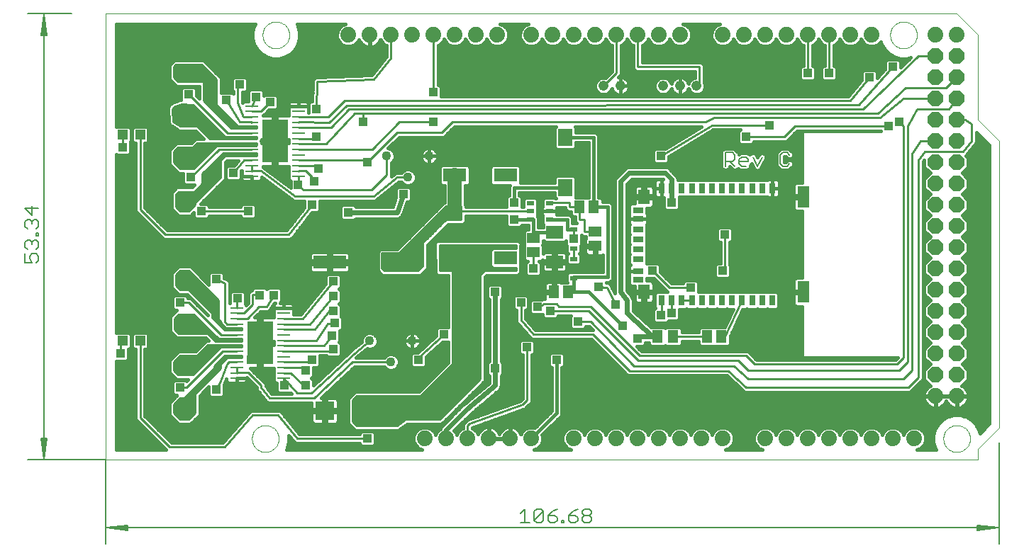
<source format=gtl>
G75*
%MOIN*%
%OFA0B0*%
%FSLAX24Y24*%
%IPPOS*%
%LPD*%
%AMOC8*
5,1,8,0,0,1.08239X$1,22.5*
%
%ADD10C,0.0060*%
%ADD11C,0.0000*%
%ADD12C,0.0051*%
%ADD13R,0.0315X0.0512*%
%ADD14R,0.0512X0.0315*%
%ADD15R,0.0551X0.0709*%
%ADD16R,0.0551X0.0984*%
%ADD17R,0.0610X0.0098*%
%ADD18R,0.1220X0.2039*%
%ADD19R,0.1110X0.0620*%
%ADD20R,0.0886X0.0886*%
%ADD21C,0.0827*%
%ADD22C,0.0740*%
%ADD23OC8,0.0740*%
%ADD24C,0.0476*%
%ADD25R,0.0472X0.0472*%
%ADD26R,0.0512X0.0591*%
%ADD27C,0.0436*%
%ADD28R,0.1535X0.0630*%
%ADD29R,0.0354X0.0236*%
%ADD30R,0.0591X0.0512*%
%ADD31R,0.0669X0.0787*%
%ADD32R,0.0787X0.0591*%
%ADD33R,0.0327X0.0248*%
%ADD34C,0.0100*%
%ADD35C,0.0160*%
%ADD36R,0.0400X0.0400*%
%ADD37C,0.0120*%
%ADD38C,0.0240*%
%ADD39C,0.0660*%
D10*
X023654Y001149D02*
X024081Y001149D01*
X023867Y001149D02*
X023867Y001790D01*
X023654Y001577D01*
X024298Y001683D02*
X024405Y001790D01*
X024619Y001790D01*
X024725Y001683D01*
X024298Y001256D01*
X024405Y001149D01*
X024619Y001149D01*
X024725Y001256D01*
X024725Y001683D01*
X024943Y001470D02*
X025263Y001470D01*
X025370Y001363D01*
X025370Y001256D01*
X025263Y001149D01*
X025050Y001149D01*
X024943Y001256D01*
X024943Y001470D01*
X025156Y001683D01*
X025370Y001790D01*
X025910Y001470D02*
X026230Y001470D01*
X026337Y001363D01*
X026337Y001256D01*
X026230Y001149D01*
X026017Y001149D01*
X025910Y001256D01*
X025910Y001470D01*
X026123Y001683D01*
X026337Y001790D01*
X026554Y001683D02*
X026554Y001577D01*
X026661Y001470D01*
X026875Y001470D01*
X026981Y001363D01*
X026981Y001256D01*
X026875Y001149D01*
X026661Y001149D01*
X026554Y001256D01*
X026554Y001363D01*
X026661Y001470D01*
X026875Y001470D02*
X026981Y001577D01*
X026981Y001683D01*
X026875Y001790D01*
X026661Y001790D01*
X026554Y001683D01*
X025694Y001256D02*
X025694Y001149D01*
X025587Y001149D01*
X025587Y001256D01*
X025694Y001256D01*
X024298Y001256D02*
X024298Y001683D01*
X001003Y013474D02*
X000897Y013367D01*
X001003Y013474D02*
X001003Y013687D01*
X000897Y013794D01*
X000683Y013794D01*
X000576Y013687D01*
X000576Y013581D01*
X000683Y013367D01*
X000363Y013367D01*
X000363Y013794D01*
X000470Y014012D02*
X000363Y014118D01*
X000363Y014332D01*
X000470Y014439D01*
X000576Y014439D01*
X000683Y014332D01*
X000790Y014439D01*
X000897Y014439D01*
X001003Y014332D01*
X001003Y014118D01*
X000897Y014012D01*
X000683Y014225D02*
X000683Y014332D01*
X000897Y014656D02*
X000897Y014763D01*
X001003Y014763D01*
X001003Y014656D01*
X000897Y014656D01*
X000897Y014978D02*
X001003Y015085D01*
X001003Y015299D01*
X000897Y015405D01*
X000790Y015405D01*
X000683Y015299D01*
X000683Y015192D01*
X000683Y015299D02*
X000576Y015405D01*
X000470Y015405D01*
X000363Y015299D01*
X000363Y015085D01*
X000470Y014978D01*
X000683Y015623D02*
X000683Y016050D01*
X000363Y015943D02*
X000683Y015623D01*
X001003Y015943D02*
X000363Y015943D01*
X033290Y017923D02*
X033290Y018564D01*
X033610Y018564D01*
X033717Y018457D01*
X033717Y018244D01*
X033610Y018137D01*
X033290Y018137D01*
X033503Y018137D02*
X033717Y017923D01*
X033934Y018030D02*
X033934Y018244D01*
X034041Y018350D01*
X034254Y018350D01*
X034361Y018244D01*
X034361Y018137D01*
X033934Y018137D01*
X033934Y018030D02*
X034041Y017923D01*
X034254Y017923D01*
X034579Y018350D02*
X034792Y017923D01*
X035006Y018350D01*
X035868Y018457D02*
X035868Y018030D01*
X035974Y017923D01*
X036188Y017923D01*
X036295Y018030D01*
X036295Y018457D02*
X036188Y018564D01*
X035974Y018564D01*
X035868Y018457D01*
D11*
X045160Y020093D02*
X045160Y024093D01*
X044160Y025093D01*
X004160Y025093D01*
X004160Y004093D01*
X045160Y004093D01*
X045160Y004593D01*
X046160Y005593D01*
X046160Y019093D01*
X045160Y020093D01*
X041030Y024093D02*
X041032Y024143D01*
X041038Y024193D01*
X041048Y024242D01*
X041062Y024290D01*
X041079Y024337D01*
X041100Y024382D01*
X041125Y024426D01*
X041153Y024467D01*
X041185Y024506D01*
X041219Y024543D01*
X041256Y024577D01*
X041296Y024607D01*
X041338Y024634D01*
X041382Y024658D01*
X041428Y024679D01*
X041475Y024695D01*
X041523Y024708D01*
X041573Y024717D01*
X041622Y024722D01*
X041673Y024723D01*
X041723Y024720D01*
X041772Y024713D01*
X041821Y024702D01*
X041869Y024687D01*
X041915Y024669D01*
X041960Y024647D01*
X042003Y024621D01*
X042044Y024592D01*
X042083Y024560D01*
X042119Y024525D01*
X042151Y024487D01*
X042181Y024447D01*
X042208Y024404D01*
X042231Y024360D01*
X042250Y024314D01*
X042266Y024266D01*
X042278Y024217D01*
X042286Y024168D01*
X042290Y024118D01*
X042290Y024068D01*
X042286Y024018D01*
X042278Y023969D01*
X042266Y023920D01*
X042250Y023872D01*
X042231Y023826D01*
X042208Y023782D01*
X042181Y023739D01*
X042151Y023699D01*
X042119Y023661D01*
X042083Y023626D01*
X042044Y023594D01*
X042003Y023565D01*
X041960Y023539D01*
X041915Y023517D01*
X041869Y023499D01*
X041821Y023484D01*
X041772Y023473D01*
X041723Y023466D01*
X041673Y023463D01*
X041622Y023464D01*
X041573Y023469D01*
X041523Y023478D01*
X041475Y023491D01*
X041428Y023507D01*
X041382Y023528D01*
X041338Y023552D01*
X041296Y023579D01*
X041256Y023609D01*
X041219Y023643D01*
X041185Y023680D01*
X041153Y023719D01*
X041125Y023760D01*
X041100Y023804D01*
X041079Y023849D01*
X041062Y023896D01*
X041048Y023944D01*
X041038Y023993D01*
X041032Y024043D01*
X041030Y024093D01*
X011530Y024093D02*
X011532Y024143D01*
X011538Y024193D01*
X011548Y024242D01*
X011562Y024290D01*
X011579Y024337D01*
X011600Y024382D01*
X011625Y024426D01*
X011653Y024467D01*
X011685Y024506D01*
X011719Y024543D01*
X011756Y024577D01*
X011796Y024607D01*
X011838Y024634D01*
X011882Y024658D01*
X011928Y024679D01*
X011975Y024695D01*
X012023Y024708D01*
X012073Y024717D01*
X012122Y024722D01*
X012173Y024723D01*
X012223Y024720D01*
X012272Y024713D01*
X012321Y024702D01*
X012369Y024687D01*
X012415Y024669D01*
X012460Y024647D01*
X012503Y024621D01*
X012544Y024592D01*
X012583Y024560D01*
X012619Y024525D01*
X012651Y024487D01*
X012681Y024447D01*
X012708Y024404D01*
X012731Y024360D01*
X012750Y024314D01*
X012766Y024266D01*
X012778Y024217D01*
X012786Y024168D01*
X012790Y024118D01*
X012790Y024068D01*
X012786Y024018D01*
X012778Y023969D01*
X012766Y023920D01*
X012750Y023872D01*
X012731Y023826D01*
X012708Y023782D01*
X012681Y023739D01*
X012651Y023699D01*
X012619Y023661D01*
X012583Y023626D01*
X012544Y023594D01*
X012503Y023565D01*
X012460Y023539D01*
X012415Y023517D01*
X012369Y023499D01*
X012321Y023484D01*
X012272Y023473D01*
X012223Y023466D01*
X012173Y023463D01*
X012122Y023464D01*
X012073Y023469D01*
X012023Y023478D01*
X011975Y023491D01*
X011928Y023507D01*
X011882Y023528D01*
X011838Y023552D01*
X011796Y023579D01*
X011756Y023609D01*
X011719Y023643D01*
X011685Y023680D01*
X011653Y023719D01*
X011625Y023760D01*
X011600Y023804D01*
X011579Y023849D01*
X011562Y023896D01*
X011548Y023944D01*
X011538Y023993D01*
X011532Y024043D01*
X011530Y024093D01*
X011030Y005093D02*
X011032Y005143D01*
X011038Y005193D01*
X011048Y005242D01*
X011062Y005290D01*
X011079Y005337D01*
X011100Y005382D01*
X011125Y005426D01*
X011153Y005467D01*
X011185Y005506D01*
X011219Y005543D01*
X011256Y005577D01*
X011296Y005607D01*
X011338Y005634D01*
X011382Y005658D01*
X011428Y005679D01*
X011475Y005695D01*
X011523Y005708D01*
X011573Y005717D01*
X011622Y005722D01*
X011673Y005723D01*
X011723Y005720D01*
X011772Y005713D01*
X011821Y005702D01*
X011869Y005687D01*
X011915Y005669D01*
X011960Y005647D01*
X012003Y005621D01*
X012044Y005592D01*
X012083Y005560D01*
X012119Y005525D01*
X012151Y005487D01*
X012181Y005447D01*
X012208Y005404D01*
X012231Y005360D01*
X012250Y005314D01*
X012266Y005266D01*
X012278Y005217D01*
X012286Y005168D01*
X012290Y005118D01*
X012290Y005068D01*
X012286Y005018D01*
X012278Y004969D01*
X012266Y004920D01*
X012250Y004872D01*
X012231Y004826D01*
X012208Y004782D01*
X012181Y004739D01*
X012151Y004699D01*
X012119Y004661D01*
X012083Y004626D01*
X012044Y004594D01*
X012003Y004565D01*
X011960Y004539D01*
X011915Y004517D01*
X011869Y004499D01*
X011821Y004484D01*
X011772Y004473D01*
X011723Y004466D01*
X011673Y004463D01*
X011622Y004464D01*
X011573Y004469D01*
X011523Y004478D01*
X011475Y004491D01*
X011428Y004507D01*
X011382Y004528D01*
X011338Y004552D01*
X011296Y004579D01*
X011256Y004609D01*
X011219Y004643D01*
X011185Y004680D01*
X011153Y004719D01*
X011125Y004760D01*
X011100Y004804D01*
X011079Y004849D01*
X011062Y004896D01*
X011048Y004944D01*
X011038Y004993D01*
X011032Y005043D01*
X011030Y005093D01*
X043530Y005093D02*
X043532Y005143D01*
X043538Y005193D01*
X043548Y005242D01*
X043562Y005290D01*
X043579Y005337D01*
X043600Y005382D01*
X043625Y005426D01*
X043653Y005467D01*
X043685Y005506D01*
X043719Y005543D01*
X043756Y005577D01*
X043796Y005607D01*
X043838Y005634D01*
X043882Y005658D01*
X043928Y005679D01*
X043975Y005695D01*
X044023Y005708D01*
X044073Y005717D01*
X044122Y005722D01*
X044173Y005723D01*
X044223Y005720D01*
X044272Y005713D01*
X044321Y005702D01*
X044369Y005687D01*
X044415Y005669D01*
X044460Y005647D01*
X044503Y005621D01*
X044544Y005592D01*
X044583Y005560D01*
X044619Y005525D01*
X044651Y005487D01*
X044681Y005447D01*
X044708Y005404D01*
X044731Y005360D01*
X044750Y005314D01*
X044766Y005266D01*
X044778Y005217D01*
X044786Y005168D01*
X044790Y005118D01*
X044790Y005068D01*
X044786Y005018D01*
X044778Y004969D01*
X044766Y004920D01*
X044750Y004872D01*
X044731Y004826D01*
X044708Y004782D01*
X044681Y004739D01*
X044651Y004699D01*
X044619Y004661D01*
X044583Y004626D01*
X044544Y004594D01*
X044503Y004565D01*
X044460Y004539D01*
X044415Y004517D01*
X044369Y004499D01*
X044321Y004484D01*
X044272Y004473D01*
X044223Y004466D01*
X044173Y004463D01*
X044122Y004464D01*
X044073Y004469D01*
X044023Y004478D01*
X043975Y004491D01*
X043928Y004507D01*
X043882Y004528D01*
X043838Y004552D01*
X043796Y004579D01*
X043756Y004609D01*
X043719Y004643D01*
X043685Y004680D01*
X043653Y004719D01*
X043625Y004760D01*
X043600Y004804D01*
X043579Y004849D01*
X043562Y004896D01*
X043548Y004944D01*
X043538Y004993D01*
X043532Y005043D01*
X043530Y005093D01*
D12*
X004160Y004093D02*
X004160Y000126D01*
X004185Y000893D02*
X005183Y000791D01*
X005183Y000768D02*
X004185Y000893D01*
X005183Y000996D01*
X005183Y001019D02*
X005183Y000768D01*
X005183Y000842D02*
X004185Y000893D01*
X005183Y000944D01*
X005183Y001019D02*
X004185Y000893D01*
X046134Y000893D01*
X045136Y000791D01*
X045136Y000768D02*
X046134Y000893D01*
X045136Y000996D01*
X045136Y001019D02*
X045136Y000768D01*
X045136Y000842D02*
X046134Y000893D01*
X045136Y000944D01*
X045136Y001019D02*
X046134Y000893D01*
X046160Y000126D02*
X046160Y004893D01*
X004160Y004093D02*
X000492Y004093D01*
X001260Y004119D02*
X001362Y005117D01*
X001385Y005117D02*
X001260Y004119D01*
X001157Y005117D01*
X001134Y005117D02*
X001385Y005117D01*
X001311Y005117D02*
X001260Y004119D01*
X001208Y005117D01*
X001134Y005117D02*
X001260Y004119D01*
X001260Y025068D01*
X001362Y024070D01*
X001385Y024070D02*
X001260Y025068D01*
X001157Y024070D01*
X001134Y024070D02*
X001385Y024070D01*
X001311Y024070D02*
X001260Y025068D01*
X001208Y024070D01*
X001134Y024070D02*
X001260Y025068D01*
X000492Y025093D02*
X002560Y025093D01*
D13*
X030286Y016875D03*
X030759Y016875D03*
X031231Y016875D03*
X031704Y016875D03*
X032176Y016875D03*
X032648Y016875D03*
X033121Y016875D03*
X033593Y016875D03*
X034066Y016875D03*
X034538Y016875D03*
X035011Y016875D03*
X035483Y016875D03*
X035483Y011600D03*
X035011Y011600D03*
X034538Y011600D03*
X034066Y011600D03*
X033593Y011600D03*
X033121Y011600D03*
X032648Y011600D03*
X032176Y011600D03*
X031704Y011600D03*
X031231Y011600D03*
X030759Y011600D03*
X030286Y011600D03*
D14*
X029184Y012584D03*
X029184Y012978D03*
X029184Y013529D03*
X029184Y014001D03*
X029184Y014474D03*
X029184Y014946D03*
X029184Y015458D03*
X029184Y015852D03*
D15*
X029460Y016481D03*
X029460Y011993D03*
D16*
X036940Y011993D03*
X036940Y016481D03*
D17*
X013211Y017430D03*
X013211Y017686D03*
X013211Y017942D03*
X013211Y018198D03*
X013211Y018454D03*
X013211Y018709D03*
X013211Y018965D03*
X013211Y019221D03*
X013211Y019477D03*
X013211Y019733D03*
X013211Y019989D03*
X013211Y020245D03*
X013211Y020501D03*
X013211Y020757D03*
X011006Y020757D03*
X011006Y020501D03*
X011006Y020245D03*
X011006Y019989D03*
X011006Y019733D03*
X011006Y019477D03*
X011006Y019221D03*
X011006Y018965D03*
X011006Y018709D03*
X011006Y018454D03*
X011006Y018198D03*
X011006Y017942D03*
X011006Y017686D03*
X011006Y017430D03*
X010306Y011257D03*
X010306Y011001D03*
X010306Y010745D03*
X010306Y010489D03*
X010306Y010233D03*
X010306Y009977D03*
X010306Y009721D03*
X010306Y009465D03*
X010306Y009209D03*
X010306Y008954D03*
X010306Y008698D03*
X010306Y008442D03*
X010306Y008186D03*
X010306Y007930D03*
X012511Y007930D03*
X012511Y008186D03*
X012511Y008442D03*
X012511Y008698D03*
X012511Y008954D03*
X012511Y009209D03*
X012511Y009465D03*
X012511Y009721D03*
X012511Y009977D03*
X012511Y010233D03*
X012511Y010489D03*
X012511Y010745D03*
X012511Y011001D03*
X012511Y011257D03*
D18*
X011409Y009593D03*
X012109Y019093D03*
D19*
X020560Y017493D03*
X022950Y017493D03*
X022950Y013593D03*
X020560Y013593D03*
D20*
X016457Y006393D03*
X014457Y006393D03*
D21*
X007860Y006493D03*
X007860Y008493D03*
X007860Y010493D03*
X007860Y012493D03*
X007860Y016293D03*
X007860Y018293D03*
X007860Y020293D03*
X007860Y022293D03*
D22*
X015560Y024093D03*
X016560Y024093D03*
X017560Y024093D03*
X018560Y024093D03*
X019560Y024093D03*
X020560Y024093D03*
X021560Y024093D03*
X022560Y024093D03*
X024160Y024093D03*
X025160Y024093D03*
X026160Y024093D03*
X027160Y024093D03*
X028160Y024093D03*
X029160Y024093D03*
X030160Y024093D03*
X031160Y024093D03*
X033160Y024093D03*
X034160Y024093D03*
X035160Y024093D03*
X036160Y024093D03*
X037160Y024093D03*
X038160Y024093D03*
X039160Y024093D03*
X040160Y024093D03*
X043160Y024093D03*
X044160Y024093D03*
X044160Y007093D03*
X043160Y007093D03*
X042160Y005093D03*
X041160Y005093D03*
X040160Y005093D03*
X039160Y005093D03*
X038160Y005093D03*
X037160Y005093D03*
X036160Y005093D03*
X035160Y005093D03*
X033160Y005093D03*
X032160Y005093D03*
X031160Y005093D03*
X030160Y005093D03*
X029160Y005093D03*
X028160Y005093D03*
X027160Y005093D03*
X026160Y005093D03*
X024160Y005093D03*
X023160Y005093D03*
X022160Y005093D03*
X021160Y005093D03*
X020160Y005093D03*
X019160Y005093D03*
D23*
X043160Y008093D03*
X044160Y008093D03*
X044160Y009093D03*
X043160Y009093D03*
X043160Y010093D03*
X044160Y010093D03*
X044160Y011093D03*
X043160Y011093D03*
X043160Y012093D03*
X044160Y012093D03*
X044160Y013093D03*
X043160Y013093D03*
X043160Y014093D03*
X044160Y014093D03*
X044160Y015093D03*
X043160Y015093D03*
X043160Y016093D03*
X044160Y016093D03*
X044160Y017093D03*
X043160Y017093D03*
X043160Y018093D03*
X044160Y018093D03*
X044160Y019093D03*
X043160Y019093D03*
X043160Y020093D03*
X044160Y020093D03*
X044160Y021093D03*
X043160Y021093D03*
X043160Y022093D03*
X044160Y022093D03*
X044160Y023093D03*
X043160Y023093D03*
D24*
X031934Y021693D03*
X031147Y021693D03*
X030360Y021693D03*
X028347Y021693D03*
X027560Y021693D03*
D25*
X005773Y019393D03*
X004946Y019393D03*
X004946Y009693D03*
X005773Y009693D03*
D26*
X025225Y011993D03*
X025894Y011993D03*
X030085Y009893D03*
X030834Y009893D03*
X032425Y009893D03*
X033094Y009893D03*
X027094Y015993D03*
X026425Y015993D03*
D27*
X019360Y018393D03*
X018360Y017393D03*
X017360Y018393D03*
X016560Y009693D03*
X017560Y008693D03*
X018560Y009693D03*
D28*
X018033Y013393D03*
X014686Y013393D03*
D29*
X024107Y015419D03*
X024107Y015793D03*
X024107Y016167D03*
X025012Y016167D03*
X025012Y015793D03*
X025012Y015419D03*
D30*
X024260Y014528D03*
X024260Y013859D03*
X027160Y014159D03*
X027160Y014828D03*
D31*
X025760Y016912D03*
X025760Y019274D03*
D32*
X025260Y014793D03*
X025260Y013415D03*
D33*
X026160Y013546D03*
X026160Y014041D03*
X026160Y014946D03*
X026160Y012641D03*
D34*
X026160Y012693D01*
X026160Y011993D02*
X025894Y011993D01*
X025340Y011453D02*
X024740Y011453D01*
X024560Y011293D01*
X024460Y011293D01*
X023670Y011493D02*
X023670Y010663D01*
X024260Y009993D01*
X027060Y009993D01*
X028780Y008273D01*
X028770Y008273D01*
X028780Y008273D02*
X033420Y008273D01*
X034260Y007493D01*
X041870Y007493D01*
X042360Y007973D01*
X042360Y018193D01*
X042650Y018593D01*
X044450Y018593D01*
X044860Y019093D01*
X044860Y019893D01*
X044560Y020093D01*
X044160Y020093D01*
X043800Y020593D02*
X044160Y021093D01*
X043800Y020593D02*
X042290Y020593D01*
X041860Y019803D01*
X041860Y008693D01*
X041460Y008293D01*
X034360Y008293D01*
X033870Y008763D01*
X029170Y008763D01*
X026860Y011093D01*
X025060Y011093D01*
X025460Y011293D02*
X026960Y011293D01*
X029260Y008993D01*
X034260Y008993D01*
X034660Y008593D01*
X041360Y008593D01*
X041660Y008893D01*
X041660Y019793D01*
X041460Y019993D01*
X040960Y019793D02*
X036560Y019793D01*
X036060Y019293D01*
X034260Y019293D01*
X035360Y019843D02*
X032650Y019843D01*
X030260Y018393D01*
X032360Y019993D02*
X032760Y020193D01*
X040560Y020193D01*
X041660Y021093D01*
X043160Y021093D01*
X043660Y021593D02*
X044160Y022093D01*
X043660Y021593D02*
X041760Y021593D01*
X040460Y020393D01*
X016260Y020393D01*
X016260Y019993D01*
X016260Y020393D02*
X015860Y020393D01*
X014530Y018963D01*
X013213Y018963D01*
X013211Y018965D01*
X013215Y018713D02*
X013211Y018709D01*
X013215Y018713D02*
X016670Y018713D01*
X017960Y020003D01*
X019560Y019993D01*
X019960Y019493D02*
X017860Y019493D01*
X016460Y018093D01*
X016300Y018213D01*
X014355Y018198D01*
X013211Y018198D01*
X013211Y017942D02*
X013911Y017942D01*
X014160Y017793D01*
X013860Y017393D02*
X013560Y017693D01*
X013219Y017693D01*
X013211Y017686D01*
X013211Y017430D02*
X013211Y017242D01*
X013200Y017043D01*
X013450Y016793D01*
X016660Y016793D01*
X017360Y017493D01*
X017360Y018393D01*
X017860Y017393D02*
X016760Y016493D01*
X013060Y016493D01*
X011460Y017693D01*
X011014Y017693D01*
X011006Y017686D01*
X011006Y017942D01*
X011006Y018198D02*
X010664Y018198D01*
X010160Y017593D01*
X009560Y017588D02*
X008694Y017588D01*
X008690Y017583D02*
X009685Y018529D01*
X011081Y018529D01*
X011082Y018530D01*
X011260Y018530D01*
X011260Y018393D01*
X009760Y018393D01*
X009560Y018193D01*
X009560Y017393D01*
X008360Y016193D01*
X008360Y016093D01*
X008060Y015793D01*
X007660Y015793D01*
X007460Y015993D01*
X007460Y016593D01*
X007590Y016723D01*
X008310Y016723D01*
X008690Y017103D01*
X008690Y017583D01*
X008690Y017489D02*
X009560Y017489D01*
X009557Y017391D02*
X008690Y017391D01*
X008690Y017292D02*
X009459Y017292D01*
X009360Y017194D02*
X008690Y017194D01*
X008682Y017095D02*
X009262Y017095D01*
X009163Y016997D02*
X008583Y016997D01*
X008485Y016898D02*
X009065Y016898D01*
X008966Y016800D02*
X008386Y016800D01*
X008671Y016504D02*
X007460Y016504D01*
X007460Y016406D02*
X008572Y016406D01*
X008474Y016307D02*
X007460Y016307D01*
X007460Y016209D02*
X008375Y016209D01*
X008360Y016110D02*
X007460Y016110D01*
X007460Y016012D02*
X008278Y016012D01*
X008180Y015913D02*
X007539Y015913D01*
X007638Y015815D02*
X008081Y015815D01*
X008660Y015793D02*
X010860Y015793D01*
X008868Y016701D02*
X007568Y016701D01*
X007469Y016603D02*
X008769Y016603D01*
X008160Y016293D02*
X009360Y017493D01*
X009360Y018143D01*
X009670Y018453D01*
X011006Y018453D01*
X011006Y018454D01*
X011260Y018474D02*
X009627Y018474D01*
X009523Y018376D02*
X009742Y018376D01*
X009644Y018277D02*
X009420Y018277D01*
X009316Y018179D02*
X009560Y018179D01*
X009560Y018080D02*
X009212Y018080D01*
X009109Y017982D02*
X009560Y017982D01*
X009560Y017883D02*
X009005Y017883D01*
X008902Y017785D02*
X009560Y017785D01*
X009560Y017686D02*
X008798Y017686D01*
X008471Y017982D02*
X007471Y017982D01*
X007372Y018080D02*
X008566Y018080D01*
X008661Y018179D02*
X007360Y018179D01*
X007360Y018093D02*
X007360Y018593D01*
X007560Y018793D01*
X008260Y018793D01*
X008460Y018993D01*
X011260Y018993D01*
X011260Y018893D01*
X011236Y018889D01*
X011082Y018889D01*
X011081Y018889D01*
X009401Y018889D01*
X009395Y018883D01*
X009340Y018883D01*
X008290Y017793D01*
X007660Y017793D01*
X007360Y018093D01*
X007360Y018277D02*
X008756Y018277D01*
X008851Y018376D02*
X007360Y018376D01*
X007360Y018474D02*
X008946Y018474D01*
X009040Y018573D02*
X007360Y018573D01*
X007438Y018671D02*
X009135Y018671D01*
X009230Y018770D02*
X007536Y018770D01*
X007860Y018293D02*
X008610Y018293D01*
X009290Y018973D01*
X010998Y018973D01*
X011006Y018965D01*
X011260Y018967D02*
X008433Y018967D01*
X008335Y018868D02*
X009325Y018868D01*
X009476Y018709D02*
X008160Y017393D01*
X008376Y017883D02*
X007569Y017883D01*
X009476Y018709D02*
X011006Y018709D01*
X011006Y019221D02*
X011004Y019223D01*
X009470Y019223D01*
X008400Y020293D01*
X007860Y020293D01*
X007660Y019793D02*
X007330Y020023D01*
X007290Y020623D01*
X007410Y020743D01*
X007710Y020843D01*
X008260Y020793D01*
X009760Y019293D01*
X011260Y019293D01*
X011260Y019193D01*
X009060Y019193D01*
X008460Y019793D01*
X007660Y019793D01*
X007573Y019853D02*
X009199Y019853D01*
X009101Y019952D02*
X007432Y019952D01*
X007328Y020050D02*
X009002Y020050D01*
X008904Y020149D02*
X007321Y020149D01*
X007315Y020247D02*
X008805Y020247D01*
X008707Y020346D02*
X007308Y020346D01*
X007301Y020444D02*
X008608Y020444D01*
X008510Y020543D02*
X007295Y020543D01*
X007308Y020641D02*
X008411Y020641D01*
X008313Y020740D02*
X007406Y020740D01*
X007695Y020838D02*
X007764Y020838D01*
X008060Y021293D02*
X009876Y019477D01*
X011006Y019477D01*
X011006Y019733D02*
X011006Y019733D01*
X010220Y019733D01*
X009160Y020793D01*
X009160Y021893D01*
X008760Y022293D01*
X007860Y022293D01*
X007560Y021893D02*
X007360Y022093D01*
X007360Y022593D01*
X007460Y022693D01*
X008660Y022693D01*
X009360Y021993D01*
X009360Y020793D01*
X010360Y019793D01*
X011260Y019793D01*
X011260Y019693D01*
X010060Y019693D01*
X008760Y020993D01*
X008760Y021893D01*
X007560Y021893D01*
X007531Y021922D02*
X009360Y021922D01*
X009360Y021823D02*
X008760Y021823D01*
X008760Y021725D02*
X009360Y021725D01*
X009360Y021626D02*
X008760Y021626D01*
X008760Y021528D02*
X009360Y021528D01*
X009360Y021429D02*
X008760Y021429D01*
X008760Y021331D02*
X009360Y021331D01*
X009360Y021232D02*
X008760Y021232D01*
X008760Y021134D02*
X009360Y021134D01*
X009360Y021035D02*
X008760Y021035D01*
X008816Y020937D02*
X009360Y020937D01*
X009360Y020838D02*
X008914Y020838D01*
X009013Y020740D02*
X009413Y020740D01*
X009511Y020641D02*
X009111Y020641D01*
X009210Y020543D02*
X009610Y020543D01*
X009708Y020444D02*
X009308Y020444D01*
X009407Y020346D02*
X009807Y020346D01*
X009905Y020247D02*
X009505Y020247D01*
X009604Y020149D02*
X010004Y020149D01*
X010102Y020050D02*
X009702Y020050D01*
X009801Y019952D02*
X010201Y019952D01*
X010299Y019853D02*
X009899Y019853D01*
X009998Y019755D02*
X011260Y019755D01*
X011006Y019989D02*
X011002Y019993D01*
X010460Y019993D01*
X009825Y021028D01*
X010360Y020893D02*
X010360Y021693D01*
X010460Y021759D01*
X009332Y022020D02*
X007432Y022020D01*
X007360Y022119D02*
X009234Y022119D01*
X009135Y022217D02*
X007360Y022217D01*
X007360Y022316D02*
X009037Y022316D01*
X008938Y022414D02*
X007360Y022414D01*
X007360Y022513D02*
X008840Y022513D01*
X008741Y022611D02*
X007378Y022611D01*
X010360Y020893D02*
X010608Y020245D01*
X011006Y020245D01*
X011014Y020493D02*
X011006Y020501D01*
X011014Y020493D02*
X011460Y020493D01*
X011894Y020928D01*
X011225Y021175D02*
X011006Y020757D01*
X009298Y019755D02*
X008498Y019755D01*
X008596Y019656D02*
X009396Y019656D01*
X009495Y019558D02*
X008695Y019558D01*
X008793Y019459D02*
X009593Y019459D01*
X009692Y019361D02*
X008892Y019361D01*
X008990Y019262D02*
X011260Y019262D01*
X013211Y019221D02*
X013959Y019223D01*
X014060Y019293D01*
X014740Y019733D02*
X013211Y019733D01*
X013211Y019733D01*
X013211Y019989D02*
X013215Y019993D01*
X014660Y019983D01*
X015470Y020783D01*
X015580Y020783D01*
X039560Y020793D01*
X041160Y022593D01*
X040060Y022093D02*
X039160Y020993D01*
X015390Y021003D01*
X014880Y020503D01*
X014620Y020253D01*
X013213Y020243D01*
X013211Y020245D01*
X014060Y020603D02*
X014100Y021903D01*
X016760Y021993D01*
X017560Y022993D01*
X017560Y024093D01*
X019560Y024093D02*
X019560Y021393D01*
X020460Y019993D02*
X032360Y019993D01*
X032060Y021693D02*
X031934Y021693D01*
X032060Y021693D02*
X032060Y022593D01*
X029160Y022593D01*
X029160Y024093D01*
X028160Y024093D02*
X028160Y022293D01*
X027560Y021693D01*
X020460Y019993D02*
X019960Y019493D01*
X018360Y017393D02*
X017860Y017393D01*
X020560Y015793D02*
X024107Y015793D01*
X024107Y015419D02*
X024007Y015393D01*
X024260Y015393D01*
X025012Y015419D02*
X025212Y015393D01*
X025960Y015993D02*
X025960Y016193D01*
X025212Y016193D01*
X025012Y016167D01*
X025960Y015993D02*
X026425Y015993D01*
X026425Y015393D01*
X026660Y015393D01*
X026660Y014828D01*
X027160Y014828D01*
X026160Y014946D02*
X026160Y014493D01*
X026160Y014041D02*
X026160Y013546D01*
X024260Y013859D02*
X024260Y013093D01*
X023450Y013057D02*
X019849Y013057D01*
X019850Y012993D02*
X019840Y014213D01*
X023040Y014213D01*
X023460Y014193D01*
X023458Y014033D01*
X022341Y014033D01*
X022265Y013957D01*
X022265Y013229D01*
X022341Y013153D01*
X023451Y013153D01*
X023450Y012993D01*
X021960Y012993D01*
X021760Y012793D01*
X021760Y007893D01*
X019860Y005993D01*
X018260Y005993D01*
X017860Y005693D01*
X015960Y005693D01*
X015760Y005893D01*
X015760Y006893D01*
X015960Y007093D01*
X018960Y007093D01*
X020460Y008593D01*
X020450Y012993D01*
X019850Y012993D01*
X019848Y013155D02*
X022339Y013155D01*
X022265Y013254D02*
X019847Y013254D01*
X019847Y013352D02*
X022265Y013352D01*
X022265Y013451D02*
X019846Y013451D01*
X019845Y013549D02*
X022265Y013549D01*
X022265Y013648D02*
X019844Y013648D01*
X019843Y013746D02*
X022265Y013746D01*
X022265Y013845D02*
X019843Y013845D01*
X019842Y013943D02*
X022265Y013943D01*
X023458Y014042D02*
X019841Y014042D01*
X019840Y014140D02*
X023459Y014140D01*
X024260Y014528D02*
X024260Y014793D01*
X021925Y012958D02*
X020450Y012958D01*
X020450Y012860D02*
X021826Y012860D01*
X021760Y012761D02*
X020450Y012761D01*
X020450Y012663D02*
X021760Y012663D01*
X021760Y012564D02*
X020450Y012564D01*
X020451Y012466D02*
X021760Y012466D01*
X021760Y012367D02*
X020451Y012367D01*
X020451Y012269D02*
X021760Y012269D01*
X021760Y012170D02*
X020451Y012170D01*
X020452Y012072D02*
X021760Y012072D01*
X021760Y011973D02*
X020452Y011973D01*
X020452Y011875D02*
X021760Y011875D01*
X021760Y011776D02*
X020452Y011776D01*
X020453Y011678D02*
X021760Y011678D01*
X021760Y011579D02*
X020453Y011579D01*
X020453Y011481D02*
X021760Y011481D01*
X021760Y011382D02*
X020453Y011382D01*
X020453Y011284D02*
X021760Y011284D01*
X021760Y011185D02*
X020454Y011185D01*
X020454Y011087D02*
X021760Y011087D01*
X021760Y010988D02*
X020454Y010988D01*
X020454Y010890D02*
X021760Y010890D01*
X021760Y010791D02*
X020455Y010791D01*
X020455Y010693D02*
X021760Y010693D01*
X021760Y010594D02*
X020455Y010594D01*
X020455Y010496D02*
X021760Y010496D01*
X021760Y010397D02*
X020455Y010397D01*
X020456Y010299D02*
X021760Y010299D01*
X021760Y010200D02*
X020456Y010200D01*
X020456Y010102D02*
X021760Y010102D01*
X021760Y010003D02*
X020456Y010003D01*
X020457Y009905D02*
X021760Y009905D01*
X021760Y009806D02*
X020457Y009806D01*
X020457Y009708D02*
X021760Y009708D01*
X021760Y009609D02*
X020457Y009609D01*
X020457Y009511D02*
X021760Y009511D01*
X021760Y009412D02*
X020458Y009412D01*
X020458Y009314D02*
X021760Y009314D01*
X021760Y009215D02*
X020458Y009215D01*
X020458Y009117D02*
X021760Y009117D01*
X021760Y009018D02*
X020459Y009018D01*
X020459Y008920D02*
X021760Y008920D01*
X021760Y008821D02*
X020459Y008821D01*
X020459Y008723D02*
X021760Y008723D01*
X021760Y008624D02*
X020459Y008624D01*
X020392Y008526D02*
X021760Y008526D01*
X021760Y008427D02*
X020294Y008427D01*
X020195Y008329D02*
X021760Y008329D01*
X021760Y008230D02*
X020097Y008230D01*
X019998Y008132D02*
X021760Y008132D01*
X021760Y008033D02*
X019900Y008033D01*
X019801Y007935D02*
X021760Y007935D01*
X021703Y007836D02*
X019703Y007836D01*
X019604Y007738D02*
X021604Y007738D01*
X021506Y007639D02*
X019506Y007639D01*
X019407Y007541D02*
X021407Y007541D01*
X021309Y007442D02*
X019309Y007442D01*
X019210Y007344D02*
X021210Y007344D01*
X021112Y007245D02*
X019112Y007245D01*
X019013Y007147D02*
X021013Y007147D01*
X020915Y007048D02*
X015915Y007048D01*
X015816Y006950D02*
X020816Y006950D01*
X020718Y006851D02*
X015760Y006851D01*
X015760Y006753D02*
X020619Y006753D01*
X020521Y006654D02*
X015760Y006654D01*
X015760Y006556D02*
X020422Y006556D01*
X020324Y006457D02*
X015760Y006457D01*
X015760Y006359D02*
X020225Y006359D01*
X020127Y006260D02*
X015760Y006260D01*
X015760Y006162D02*
X020028Y006162D01*
X019930Y006063D02*
X015760Y006063D01*
X015760Y005965D02*
X018222Y005965D01*
X018090Y005866D02*
X015787Y005866D01*
X015885Y005768D02*
X017959Y005768D01*
X018860Y006393D02*
X016457Y006393D01*
X016460Y005093D02*
X013160Y005093D01*
X012260Y006193D01*
X011060Y006193D01*
X009760Y004693D01*
X007160Y004693D01*
X005773Y006080D01*
X005773Y009693D01*
X004946Y009693D02*
X004860Y009607D01*
X004860Y009093D01*
X007360Y008693D02*
X007360Y008293D01*
X007560Y008093D01*
X008260Y008093D01*
X009560Y009393D01*
X010560Y009393D01*
X010560Y009493D01*
X008960Y009493D01*
X008460Y008993D01*
X007660Y008993D01*
X007360Y008693D01*
X007389Y008723D02*
X008889Y008723D01*
X008988Y008821D02*
X007488Y008821D01*
X007586Y008920D02*
X009086Y008920D01*
X009185Y009018D02*
X008485Y009018D01*
X008583Y009117D02*
X009283Y009117D01*
X009382Y009215D02*
X008682Y009215D01*
X008780Y009314D02*
X009480Y009314D01*
X009470Y009463D02*
X010288Y009463D01*
X010306Y009465D01*
X010306Y009209D02*
X009656Y009209D01*
X007940Y007493D01*
X007660Y007493D01*
X008013Y007147D02*
X008360Y007147D01*
X008360Y007193D02*
X008360Y006293D01*
X008060Y005993D01*
X007660Y005993D01*
X007360Y006293D01*
X007360Y006693D01*
X007660Y006993D01*
X007860Y006993D01*
X009260Y008393D01*
X009260Y008493D01*
X009760Y008993D01*
X010560Y008993D01*
X010560Y008893D01*
X009860Y008893D01*
X009560Y008593D01*
X009560Y008393D01*
X008360Y007193D01*
X008412Y007245D02*
X008112Y007245D01*
X008210Y007344D02*
X008510Y007344D01*
X008609Y007442D02*
X008309Y007442D01*
X008407Y007541D02*
X008707Y007541D01*
X008806Y007639D02*
X008506Y007639D01*
X008604Y007738D02*
X008904Y007738D01*
X009003Y007836D02*
X008703Y007836D01*
X008801Y007935D02*
X009101Y007935D01*
X009200Y008033D02*
X008900Y008033D01*
X008998Y008132D02*
X009298Y008132D01*
X009397Y008230D02*
X009097Y008230D01*
X009195Y008329D02*
X009495Y008329D01*
X009460Y008393D02*
X009460Y008603D01*
X009810Y008953D01*
X010306Y008953D01*
X010306Y008954D01*
X010560Y008920D02*
X009686Y008920D01*
X009588Y008821D02*
X009788Y008821D01*
X009689Y008723D02*
X009489Y008723D01*
X009391Y008624D02*
X009591Y008624D01*
X009560Y008526D02*
X009292Y008526D01*
X009260Y008427D02*
X009560Y008427D01*
X009460Y008393D02*
X007860Y006793D01*
X007860Y006493D01*
X008228Y006162D02*
X007491Y006162D01*
X007393Y006260D02*
X008327Y006260D01*
X008360Y006359D02*
X007360Y006359D01*
X007360Y006457D02*
X008360Y006457D01*
X008360Y006556D02*
X007360Y006556D01*
X007360Y006654D02*
X008360Y006654D01*
X008360Y006753D02*
X007419Y006753D01*
X007518Y006851D02*
X008360Y006851D01*
X008360Y006950D02*
X007616Y006950D01*
X007915Y007048D02*
X008360Y007048D01*
X009360Y007393D02*
X009560Y007793D01*
X009860Y008593D01*
X009964Y008698D01*
X010306Y008698D01*
X010306Y008442D02*
X010306Y008186D01*
X010314Y008193D01*
X010860Y008193D01*
X011460Y007593D01*
X011460Y007493D01*
X011860Y006993D01*
X013960Y006993D01*
X015760Y008693D01*
X017560Y008693D01*
X018860Y008793D02*
X018860Y008893D01*
X020060Y009993D01*
X021160Y008093D02*
X021160Y013493D01*
X020560Y013593D01*
X025340Y011453D02*
X025460Y011293D01*
X026360Y010593D02*
X026960Y010593D01*
X028990Y008523D01*
X033690Y008523D01*
X034360Y007893D01*
X041660Y007893D01*
X042060Y008293D01*
X042060Y018493D01*
X042460Y019093D01*
X043160Y019093D01*
X039760Y020593D02*
X042360Y023093D01*
X043160Y023093D01*
X039760Y020593D02*
X015600Y020593D01*
X014740Y019733D01*
X013860Y017393D02*
X013960Y017193D01*
X013860Y016093D02*
X012760Y014693D01*
X006960Y014693D01*
X005773Y015880D01*
X005773Y019393D01*
X004960Y019380D02*
X004960Y018793D01*
X004960Y019380D02*
X004946Y019393D01*
X007860Y016293D02*
X008160Y016293D01*
X008060Y012993D02*
X007660Y012993D01*
X007460Y012793D01*
X007460Y012293D01*
X007660Y012093D01*
X008060Y012093D01*
X009160Y010993D01*
X009160Y010793D01*
X009760Y010193D01*
X010560Y010193D01*
X010560Y010293D01*
X009860Y010293D01*
X009844Y010309D01*
X009789Y010309D01*
X009685Y010413D01*
X009580Y010519D01*
X009580Y010573D01*
X009460Y010693D01*
X009260Y010693D01*
X009350Y010593D02*
X009800Y010233D01*
X010296Y010233D01*
X010306Y010233D01*
X010560Y010200D02*
X009752Y010200D01*
X009654Y010299D02*
X009854Y010299D01*
X009701Y010397D02*
X009555Y010397D01*
X009602Y010496D02*
X009457Y010496D01*
X009358Y010594D02*
X009558Y010594D01*
X009460Y010693D02*
X009460Y011593D01*
X008060Y012993D01*
X008094Y012958D02*
X007625Y012958D01*
X007526Y012860D02*
X008193Y012860D01*
X008291Y012761D02*
X007460Y012761D01*
X007460Y012663D02*
X008390Y012663D01*
X008488Y012564D02*
X007460Y012564D01*
X007460Y012466D02*
X008587Y012466D01*
X008685Y012367D02*
X007460Y012367D01*
X007484Y012269D02*
X008784Y012269D01*
X008882Y012170D02*
X007582Y012170D01*
X007860Y012493D02*
X008060Y012493D01*
X009350Y011103D01*
X009350Y010593D01*
X009460Y010791D02*
X009161Y010791D01*
X009160Y010890D02*
X009460Y010890D01*
X009460Y010988D02*
X009160Y010988D01*
X009066Y011087D02*
X009460Y011087D01*
X009460Y011185D02*
X008967Y011185D01*
X008869Y011284D02*
X009460Y011284D01*
X009460Y011382D02*
X008770Y011382D01*
X008672Y011481D02*
X009460Y011481D01*
X009460Y011579D02*
X008573Y011579D01*
X008475Y011678D02*
X009375Y011678D01*
X009276Y011776D02*
X008376Y011776D01*
X008278Y011875D02*
X009178Y011875D01*
X009079Y011973D02*
X008179Y011973D01*
X008081Y012072D02*
X008981Y012072D01*
X009360Y012593D02*
X009760Y012393D01*
X009760Y010593D01*
X009864Y010489D01*
X010306Y010489D01*
X010306Y010745D02*
X010811Y010745D01*
X011360Y011293D01*
X011720Y011293D01*
X012060Y011833D01*
X011400Y011863D02*
X011390Y011843D01*
X011400Y011863D02*
X011060Y011863D01*
X011060Y011393D01*
X010667Y011001D01*
X010306Y011001D01*
X010306Y011257D02*
X010306Y011640D01*
X010360Y011693D01*
X008540Y010693D02*
X007400Y010693D01*
X007400Y010753D02*
X007590Y010943D01*
X008290Y010943D01*
X009440Y009793D01*
X010560Y009793D01*
X010560Y009693D01*
X010550Y009683D01*
X009310Y009683D01*
X008950Y010043D01*
X007590Y010043D01*
X007400Y010233D01*
X007400Y010753D01*
X007438Y010791D02*
X008441Y010791D01*
X008343Y010890D02*
X007536Y010890D01*
X007400Y010594D02*
X008638Y010594D01*
X008650Y010493D02*
X009420Y009723D01*
X010304Y009723D01*
X010306Y009721D01*
X010560Y009708D02*
X009285Y009708D01*
X009186Y009806D02*
X009426Y009806D01*
X009328Y009905D02*
X009088Y009905D01*
X008989Y010003D02*
X009229Y010003D01*
X009131Y010102D02*
X007531Y010102D01*
X007432Y010200D02*
X009032Y010200D01*
X008934Y010299D02*
X007400Y010299D01*
X007400Y010397D02*
X008835Y010397D01*
X008737Y010496D02*
X007400Y010496D01*
X007860Y010493D02*
X008650Y010493D01*
X009576Y009977D02*
X008060Y011493D01*
X007660Y011493D01*
X009576Y009977D02*
X010306Y009977D01*
X010560Y009412D02*
X008879Y009412D01*
X009470Y009463D02*
X008500Y008493D01*
X007860Y008493D01*
X007521Y008132D02*
X008298Y008132D01*
X008397Y008230D02*
X007423Y008230D01*
X007360Y008329D02*
X008495Y008329D01*
X008594Y008427D02*
X007360Y008427D01*
X007360Y008526D02*
X008692Y008526D01*
X008791Y008624D02*
X007360Y008624D01*
X007590Y006063D02*
X008130Y006063D01*
X012511Y007642D02*
X012560Y007593D01*
X012511Y007642D02*
X012511Y007930D01*
X013154Y007233D01*
X013810Y007233D01*
X015860Y009123D01*
X016560Y009693D01*
X014860Y009293D02*
X014690Y009213D01*
X012457Y009213D01*
X012511Y009209D01*
X012511Y009465D02*
X014432Y009465D01*
X014790Y009953D01*
X014570Y010523D02*
X014060Y009721D01*
X012511Y009721D01*
X012511Y010233D02*
X013979Y010233D01*
X014660Y011093D01*
X014860Y011093D01*
X014910Y010533D02*
X014570Y010523D01*
X013755Y010489D02*
X014860Y011793D01*
X014860Y012493D02*
X013411Y010745D01*
X012511Y010745D01*
X012511Y010489D02*
X013755Y010489D01*
X013860Y008793D02*
X013655Y008698D01*
X012511Y008698D01*
X012511Y008442D02*
X013311Y008442D01*
X013560Y008293D01*
X013560Y007593D02*
X013460Y007593D01*
X012860Y008183D01*
X012519Y008183D01*
X012511Y008186D01*
X018860Y006393D02*
X020060Y007593D01*
X020660Y007593D01*
X021160Y008093D01*
X021260Y005793D02*
X023760Y006693D01*
X023960Y006893D01*
X023960Y009393D01*
X028110Y011393D02*
X027710Y012223D01*
X027320Y012233D01*
X029860Y012993D02*
X030660Y012193D01*
X031660Y012193D01*
X031704Y011600D02*
X031231Y011600D01*
X030760Y011599D02*
X030759Y011600D01*
X030760Y011599D02*
X030760Y010993D01*
X030286Y010893D02*
X030286Y011600D01*
X030260Y010893D02*
X030286Y010893D01*
X030834Y009893D02*
X032425Y009893D01*
X033094Y009893D02*
X033266Y009893D01*
X034066Y011600D01*
X033260Y012993D02*
X033260Y014693D01*
X033260Y012993D02*
X033160Y012993D01*
X021260Y005793D02*
X021160Y005693D01*
X021160Y005093D01*
X037160Y022293D02*
X037160Y024093D01*
X038160Y024093D02*
X038160Y022293D01*
D35*
X038520Y022321D02*
X039700Y022321D01*
X039700Y022360D02*
X039700Y021985D01*
X039060Y021203D01*
X019920Y021211D01*
X019920Y021660D01*
X019826Y021753D01*
X019770Y021753D01*
X019770Y023607D01*
X019860Y023644D01*
X020009Y023793D01*
X020060Y023915D01*
X020110Y023793D01*
X020259Y023644D01*
X020454Y023563D01*
X020665Y023563D01*
X020860Y023644D01*
X021009Y023793D01*
X021060Y023915D01*
X021110Y023793D01*
X021259Y023644D01*
X021454Y023563D01*
X021665Y023563D01*
X021860Y023644D01*
X022009Y023793D01*
X022060Y023915D01*
X022110Y023793D01*
X022259Y023644D01*
X022454Y023563D01*
X022665Y023563D01*
X022860Y023644D01*
X023009Y023793D01*
X023090Y023988D01*
X023090Y024199D01*
X023009Y024394D01*
X022860Y024543D01*
X022689Y024613D01*
X024030Y024613D01*
X023859Y024543D01*
X023710Y024394D01*
X023630Y024199D01*
X023630Y023988D01*
X023710Y023793D01*
X023859Y023644D01*
X024054Y023563D01*
X024265Y023563D01*
X024460Y023644D01*
X024609Y023793D01*
X024660Y023915D01*
X024710Y023793D01*
X024859Y023644D01*
X025054Y023563D01*
X025265Y023563D01*
X025460Y023644D01*
X025609Y023793D01*
X025660Y023915D01*
X025710Y023793D01*
X025859Y023644D01*
X026054Y023563D01*
X026265Y023563D01*
X026460Y023644D01*
X026609Y023793D01*
X026660Y023915D01*
X026710Y023793D01*
X026859Y023644D01*
X027054Y023563D01*
X027265Y023563D01*
X027460Y023644D01*
X027609Y023793D01*
X027660Y023915D01*
X027710Y023793D01*
X027859Y023644D01*
X027950Y023607D01*
X027950Y022380D01*
X027654Y022085D01*
X027639Y022091D01*
X027480Y022091D01*
X027334Y022031D01*
X027222Y021919D01*
X027162Y021772D01*
X027162Y021614D01*
X027222Y021468D01*
X027334Y021356D01*
X027480Y021296D01*
X027639Y021296D01*
X027785Y021356D01*
X027897Y021468D01*
X027944Y021582D01*
X027960Y021533D01*
X027990Y021474D01*
X028028Y021421D01*
X028075Y021375D01*
X028128Y021336D01*
X028187Y021306D01*
X028249Y021286D01*
X028314Y021276D01*
X028347Y021276D01*
X028380Y021276D01*
X028445Y021286D01*
X028507Y021306D01*
X028566Y021336D01*
X028619Y021375D01*
X028666Y021421D01*
X028704Y021474D01*
X028734Y021533D01*
X028754Y021595D01*
X028765Y021660D01*
X028765Y021693D01*
X028347Y021693D01*
X028347Y021276D01*
X028347Y021693D01*
X028347Y021693D01*
X028347Y021693D01*
X028765Y021693D01*
X028765Y021726D01*
X028754Y021791D01*
X028734Y021854D01*
X028704Y021912D01*
X028666Y021965D01*
X028619Y022012D01*
X028566Y022051D01*
X028507Y022080D01*
X028445Y022101D01*
X028380Y022111D01*
X028347Y022111D01*
X028347Y021693D01*
X028347Y021693D01*
X028347Y022111D01*
X028314Y022111D01*
X028267Y022104D01*
X028370Y022206D01*
X028370Y023607D01*
X028460Y023644D01*
X028609Y023793D01*
X028660Y023915D01*
X028710Y023793D01*
X028859Y023644D01*
X028950Y023607D01*
X028950Y022506D01*
X029073Y022383D01*
X031850Y022383D01*
X031850Y022089D01*
X031709Y022031D01*
X031597Y021919D01*
X031550Y021805D01*
X031534Y021854D01*
X031504Y021912D01*
X031466Y021965D01*
X031419Y022012D01*
X031366Y022051D01*
X031307Y022080D01*
X031245Y022101D01*
X031180Y022111D01*
X031147Y022111D01*
X031147Y021693D01*
X031147Y021276D01*
X031180Y021276D01*
X031245Y021286D01*
X031307Y021306D01*
X031366Y021336D01*
X031419Y021375D01*
X031466Y021421D01*
X031504Y021474D01*
X031534Y021533D01*
X031550Y021582D01*
X031597Y021468D01*
X031709Y021356D01*
X031855Y021296D01*
X032013Y021296D01*
X032160Y021356D01*
X032272Y021468D01*
X032332Y021614D01*
X032332Y021772D01*
X032272Y021919D01*
X032270Y021921D01*
X032270Y022680D01*
X032146Y022803D01*
X029370Y022803D01*
X029370Y023607D01*
X029460Y023644D01*
X029609Y023793D01*
X029660Y023915D01*
X029710Y023793D01*
X029859Y023644D01*
X030054Y023563D01*
X030265Y023563D01*
X030460Y023644D01*
X030609Y023793D01*
X030660Y023915D01*
X030710Y023793D01*
X030859Y023644D01*
X031054Y023563D01*
X031265Y023563D01*
X031460Y023644D01*
X031609Y023793D01*
X031690Y023988D01*
X031690Y024199D01*
X031609Y024394D01*
X031460Y024543D01*
X031289Y024613D01*
X033030Y024613D01*
X032859Y024543D01*
X032710Y024394D01*
X032630Y024199D01*
X032630Y023988D01*
X032710Y023793D01*
X032859Y023644D01*
X033054Y023563D01*
X033265Y023563D01*
X033460Y023644D01*
X033609Y023793D01*
X033660Y023915D01*
X033710Y023793D01*
X033859Y023644D01*
X034054Y023563D01*
X034265Y023563D01*
X034460Y023644D01*
X034609Y023793D01*
X034660Y023915D01*
X034710Y023793D01*
X034859Y023644D01*
X035054Y023563D01*
X035265Y023563D01*
X035460Y023644D01*
X035609Y023793D01*
X035660Y023915D01*
X035710Y023793D01*
X035859Y023644D01*
X036054Y023563D01*
X036265Y023563D01*
X036460Y023644D01*
X036609Y023793D01*
X036660Y023915D01*
X036710Y023793D01*
X036859Y023644D01*
X036950Y023607D01*
X036950Y022653D01*
X036893Y022653D01*
X036800Y022560D01*
X036800Y022027D01*
X036893Y021933D01*
X037426Y021933D01*
X037520Y022027D01*
X037520Y022560D01*
X037426Y022653D01*
X037370Y022653D01*
X037370Y023607D01*
X037460Y023644D01*
X037609Y023793D01*
X037660Y023915D01*
X037710Y023793D01*
X037859Y023644D01*
X037950Y023607D01*
X037950Y022653D01*
X037893Y022653D01*
X037800Y022560D01*
X037800Y022027D01*
X037893Y021933D01*
X038426Y021933D01*
X038520Y022027D01*
X038520Y022560D01*
X038426Y022653D01*
X038370Y022653D01*
X038370Y023607D01*
X038460Y023644D01*
X038609Y023793D01*
X038660Y023915D01*
X038710Y023793D01*
X038859Y023644D01*
X039054Y023563D01*
X039265Y023563D01*
X039460Y023644D01*
X039609Y023793D01*
X039660Y023915D01*
X039710Y023793D01*
X039859Y023644D01*
X040054Y023563D01*
X040265Y023563D01*
X040460Y023644D01*
X040595Y023779D01*
X040625Y023665D01*
X040771Y023412D01*
X040978Y023205D01*
X041231Y023059D01*
X041513Y022983D01*
X041806Y022983D01*
X041995Y023034D01*
X041520Y022577D01*
X041520Y022860D01*
X041426Y022953D01*
X040893Y022953D01*
X040800Y022860D01*
X040800Y022504D01*
X040420Y022077D01*
X040420Y022360D01*
X040326Y022453D01*
X039793Y022453D01*
X039700Y022360D01*
X039700Y022162D02*
X038520Y022162D01*
X038496Y022004D02*
X039700Y022004D01*
X039585Y021845D02*
X032302Y021845D01*
X032332Y021687D02*
X039456Y021687D01*
X039326Y021528D02*
X032297Y021528D01*
X032173Y021370D02*
X039196Y021370D01*
X039067Y021211D02*
X020077Y021211D01*
X019920Y021370D02*
X027320Y021370D01*
X027197Y021528D02*
X019920Y021528D01*
X019892Y021687D02*
X027162Y021687D01*
X027192Y021845D02*
X019770Y021845D01*
X019770Y022004D02*
X027307Y022004D01*
X027732Y022162D02*
X019770Y022162D01*
X019770Y022321D02*
X027890Y022321D01*
X027950Y022479D02*
X019770Y022479D01*
X019770Y022638D02*
X027950Y022638D01*
X027950Y022796D02*
X019770Y022796D01*
X019770Y022955D02*
X027950Y022955D01*
X027950Y023113D02*
X019770Y023113D01*
X019770Y023272D02*
X027950Y023272D01*
X027950Y023430D02*
X019770Y023430D01*
X019770Y023589D02*
X020392Y023589D01*
X020156Y023747D02*
X019963Y023747D01*
X020056Y023906D02*
X020063Y023906D01*
X020727Y023589D02*
X021392Y023589D01*
X021156Y023747D02*
X020963Y023747D01*
X021056Y023906D02*
X021063Y023906D01*
X021727Y023589D02*
X022392Y023589D01*
X022156Y023747D02*
X021963Y023747D01*
X022056Y023906D02*
X022063Y023906D01*
X022727Y023589D02*
X023992Y023589D01*
X023756Y023747D02*
X022963Y023747D01*
X023056Y023906D02*
X023663Y023906D01*
X023630Y024064D02*
X023090Y024064D01*
X023080Y024223D02*
X023640Y024223D01*
X023705Y024381D02*
X023014Y024381D01*
X022863Y024540D02*
X023857Y024540D01*
X024656Y023906D02*
X024663Y023906D01*
X024756Y023747D02*
X024563Y023747D01*
X024327Y023589D02*
X024992Y023589D01*
X025327Y023589D02*
X025992Y023589D01*
X025756Y023747D02*
X025563Y023747D01*
X025656Y023906D02*
X025663Y023906D01*
X026327Y023589D02*
X026992Y023589D01*
X026756Y023747D02*
X026563Y023747D01*
X026656Y023906D02*
X026663Y023906D01*
X027327Y023589D02*
X027950Y023589D01*
X027756Y023747D02*
X027563Y023747D01*
X027656Y023906D02*
X027663Y023906D01*
X028370Y023589D02*
X028950Y023589D01*
X028950Y023430D02*
X028370Y023430D01*
X028370Y023272D02*
X028950Y023272D01*
X028950Y023113D02*
X028370Y023113D01*
X028370Y022955D02*
X028950Y022955D01*
X028950Y022796D02*
X028370Y022796D01*
X028370Y022638D02*
X028950Y022638D01*
X028976Y022479D02*
X028370Y022479D01*
X028370Y022321D02*
X031850Y022321D01*
X031850Y022162D02*
X028326Y022162D01*
X028347Y022004D02*
X028347Y022004D01*
X028347Y021845D02*
X028347Y021845D01*
X028347Y021687D02*
X028347Y021687D01*
X028347Y021528D02*
X028347Y021528D01*
X028347Y021370D02*
X028347Y021370D01*
X028612Y021370D02*
X030120Y021370D01*
X030134Y021356D02*
X030280Y021296D01*
X030439Y021296D01*
X030585Y021356D01*
X030697Y021468D01*
X030744Y021582D01*
X030760Y021533D01*
X030790Y021474D01*
X030828Y021421D01*
X030875Y021375D01*
X030928Y021336D01*
X030987Y021306D01*
X031049Y021286D01*
X031114Y021276D01*
X031147Y021276D01*
X031147Y021693D01*
X031147Y021693D01*
X031147Y021693D01*
X031147Y022111D01*
X031114Y022111D01*
X031049Y022101D01*
X030987Y022080D01*
X030928Y022051D01*
X030875Y022012D01*
X030828Y021965D01*
X030790Y021912D01*
X030760Y021854D01*
X030744Y021805D01*
X030697Y021919D01*
X030585Y022031D01*
X030439Y022091D01*
X030280Y022091D01*
X030134Y022031D01*
X030022Y021919D01*
X029962Y021772D01*
X029962Y021614D01*
X030022Y021468D01*
X030134Y021356D01*
X029997Y021528D02*
X028732Y021528D01*
X028765Y021687D02*
X029962Y021687D01*
X029992Y021845D02*
X028737Y021845D01*
X028627Y022004D02*
X030107Y022004D01*
X030612Y022004D02*
X030867Y022004D01*
X030757Y021845D02*
X030727Y021845D01*
X030722Y021528D02*
X030762Y021528D01*
X030881Y021370D02*
X030599Y021370D01*
X031147Y021370D02*
X031147Y021370D01*
X031147Y021528D02*
X031147Y021528D01*
X031147Y021687D02*
X031147Y021687D01*
X031147Y021845D02*
X031147Y021845D01*
X031147Y022004D02*
X031147Y022004D01*
X031427Y022004D02*
X031682Y022004D01*
X031567Y021845D02*
X031537Y021845D01*
X031532Y021528D02*
X031572Y021528D01*
X031695Y021370D02*
X031412Y021370D01*
X032270Y022004D02*
X036823Y022004D01*
X036800Y022162D02*
X032270Y022162D01*
X032270Y022321D02*
X036800Y022321D01*
X036800Y022479D02*
X032270Y022479D01*
X032270Y022638D02*
X036878Y022638D01*
X036950Y022796D02*
X032153Y022796D01*
X031327Y023589D02*
X032992Y023589D01*
X032756Y023747D02*
X031563Y023747D01*
X031656Y023906D02*
X032663Y023906D01*
X032630Y024064D02*
X031690Y024064D01*
X031680Y024223D02*
X032640Y024223D01*
X032705Y024381D02*
X031614Y024381D01*
X031463Y024540D02*
X032857Y024540D01*
X033656Y023906D02*
X033663Y023906D01*
X033756Y023747D02*
X033563Y023747D01*
X033327Y023589D02*
X033992Y023589D01*
X034327Y023589D02*
X034992Y023589D01*
X034756Y023747D02*
X034563Y023747D01*
X034656Y023906D02*
X034663Y023906D01*
X035327Y023589D02*
X035992Y023589D01*
X035756Y023747D02*
X035563Y023747D01*
X035656Y023906D02*
X035663Y023906D01*
X036327Y023589D02*
X036950Y023589D01*
X036950Y023430D02*
X029370Y023430D01*
X029370Y023272D02*
X036950Y023272D01*
X036950Y023113D02*
X029370Y023113D01*
X029370Y022955D02*
X036950Y022955D01*
X037370Y022955D02*
X037950Y022955D01*
X037950Y023113D02*
X037370Y023113D01*
X037370Y023272D02*
X037950Y023272D01*
X037950Y023430D02*
X037370Y023430D01*
X037370Y023589D02*
X037950Y023589D01*
X037756Y023747D02*
X037563Y023747D01*
X037656Y023906D02*
X037663Y023906D01*
X038370Y023589D02*
X038992Y023589D01*
X038756Y023747D02*
X038563Y023747D01*
X038656Y023906D02*
X038663Y023906D01*
X039327Y023589D02*
X039992Y023589D01*
X039756Y023747D02*
X039563Y023747D01*
X039656Y023906D02*
X039663Y023906D01*
X040327Y023589D02*
X040669Y023589D01*
X040603Y023747D02*
X040563Y023747D01*
X040761Y023430D02*
X038370Y023430D01*
X038370Y023272D02*
X040911Y023272D01*
X041137Y023113D02*
X038370Y023113D01*
X038370Y022955D02*
X041913Y022955D01*
X041748Y022796D02*
X041520Y022796D01*
X041520Y022638D02*
X041583Y022638D01*
X040800Y022638D02*
X038441Y022638D01*
X038370Y022796D02*
X040800Y022796D01*
X040777Y022479D02*
X038520Y022479D01*
X037950Y022796D02*
X037370Y022796D01*
X037441Y022638D02*
X037878Y022638D01*
X037800Y022479D02*
X037520Y022479D01*
X037520Y022321D02*
X037800Y022321D01*
X037800Y022162D02*
X037520Y022162D01*
X037496Y022004D02*
X037823Y022004D01*
X040420Y022162D02*
X040495Y022162D01*
X040420Y022321D02*
X040636Y022321D01*
X036756Y023747D02*
X036563Y023747D01*
X036656Y023906D02*
X036663Y023906D01*
X030992Y023589D02*
X030327Y023589D01*
X030563Y023747D02*
X030756Y023747D01*
X030663Y023906D02*
X030656Y023906D01*
X029992Y023589D02*
X029370Y023589D01*
X029563Y023747D02*
X029756Y023747D01*
X029663Y023906D02*
X029656Y023906D01*
X028756Y023747D02*
X028563Y023747D01*
X028656Y023906D02*
X028663Y023906D01*
X027962Y021528D02*
X027922Y021528D01*
X027799Y021370D02*
X028081Y021370D01*
X026254Y019734D02*
X026205Y019783D01*
X032146Y019783D01*
X030448Y018753D01*
X029993Y018753D01*
X029900Y018660D01*
X029900Y018127D01*
X029993Y018033D01*
X030526Y018033D01*
X030620Y018127D01*
X030620Y018366D01*
X032708Y019633D01*
X033973Y019633D01*
X033900Y019560D01*
X033900Y019027D01*
X033993Y018933D01*
X034526Y018933D01*
X034620Y019027D01*
X034620Y019083D01*
X036146Y019083D01*
X036270Y019206D01*
X036646Y019583D01*
X040600Y019583D01*
X040600Y019573D01*
X036926Y019573D01*
X036880Y019526D01*
X036880Y017154D01*
X036641Y017154D01*
X036595Y017141D01*
X036554Y017118D01*
X036520Y017084D01*
X036497Y017043D01*
X036484Y016997D01*
X036484Y016539D01*
X036880Y016539D01*
X036880Y016424D01*
X036484Y016424D01*
X036484Y015966D01*
X036497Y015920D01*
X036520Y015879D01*
X036554Y015845D01*
X036595Y015822D01*
X036641Y015809D01*
X036880Y015809D01*
X036880Y012665D01*
X036641Y012665D01*
X036595Y012653D01*
X036554Y012629D01*
X036520Y012596D01*
X036497Y012555D01*
X036484Y012509D01*
X036484Y012051D01*
X036880Y012051D01*
X036880Y011936D01*
X036484Y011936D01*
X036484Y011477D01*
X036497Y011432D01*
X036520Y011391D01*
X036554Y011357D01*
X036595Y011333D01*
X036641Y011321D01*
X036880Y011321D01*
X036880Y008960D01*
X036926Y008913D01*
X041383Y008913D01*
X041273Y008803D01*
X034746Y008803D01*
X034346Y009203D01*
X029346Y009203D01*
X029116Y009433D01*
X029426Y009433D01*
X029520Y009527D01*
X029520Y009613D01*
X029670Y009613D01*
X029670Y009532D01*
X029763Y009438D01*
X030408Y009438D01*
X030460Y009490D01*
X030511Y009438D01*
X031156Y009438D01*
X031249Y009532D01*
X031249Y009683D01*
X032009Y009683D01*
X032009Y009532D01*
X032103Y009438D01*
X032747Y009438D01*
X032760Y009450D01*
X032772Y009438D01*
X033416Y009438D01*
X033510Y009532D01*
X033510Y009920D01*
X034103Y011184D01*
X034290Y011184D01*
X034302Y011196D01*
X034314Y011184D01*
X034762Y011184D01*
X034774Y011196D01*
X034787Y011184D01*
X035234Y011184D01*
X035247Y011196D01*
X035259Y011184D01*
X035707Y011184D01*
X035801Y011277D01*
X035801Y011922D01*
X035707Y012016D01*
X035259Y012016D01*
X035247Y012003D01*
X035234Y012016D01*
X034787Y012016D01*
X034774Y012003D01*
X034762Y012016D01*
X034314Y012016D01*
X034302Y012003D01*
X034290Y012016D01*
X033842Y012016D01*
X033830Y012003D01*
X033817Y012016D01*
X033370Y012016D01*
X033357Y012003D01*
X033345Y012016D01*
X032897Y012016D01*
X032885Y012003D01*
X032872Y012016D01*
X032425Y012016D01*
X032412Y012003D01*
X032400Y012016D01*
X032020Y012016D01*
X032020Y012460D01*
X031926Y012553D01*
X031393Y012553D01*
X031300Y012460D01*
X031300Y012403D01*
X030746Y012403D01*
X030220Y012930D01*
X030220Y013260D01*
X030126Y013353D01*
X029600Y013353D01*
X029600Y013752D01*
X029587Y013765D01*
X029600Y013777D01*
X029600Y014225D01*
X029587Y014237D01*
X029600Y014250D01*
X029600Y014697D01*
X029587Y014710D01*
X029600Y014722D01*
X029600Y015170D01*
X029582Y015188D01*
X029584Y015190D01*
X029608Y015231D01*
X029620Y015277D01*
X029620Y015458D01*
X029620Y015639D01*
X029608Y015685D01*
X029600Y015698D01*
X029600Y015947D01*
X029759Y015947D01*
X029805Y015959D01*
X029846Y015983D01*
X029879Y016017D01*
X029903Y016058D01*
X029915Y016103D01*
X029915Y016424D01*
X029517Y016424D01*
X029517Y016539D01*
X029402Y016539D01*
X029402Y016424D01*
X029004Y016424D01*
X029004Y016169D01*
X028862Y016169D01*
X028768Y016075D01*
X028768Y015698D01*
X028760Y015685D01*
X028748Y015639D01*
X028748Y015458D01*
X029184Y015458D01*
X029620Y015458D01*
X029184Y015458D01*
X029184Y015458D01*
X029184Y015458D01*
X028748Y015458D01*
X028748Y015277D01*
X028760Y015231D01*
X028784Y015190D01*
X028786Y015188D01*
X028768Y015170D01*
X028768Y014722D01*
X028780Y014710D01*
X028768Y014697D01*
X028768Y014250D01*
X028780Y014237D01*
X028640Y014237D01*
X028768Y014225D02*
X028768Y013777D01*
X028780Y013765D01*
X028768Y013752D01*
X028768Y013305D01*
X028806Y013267D01*
X028784Y013246D01*
X028760Y013205D01*
X028748Y013159D01*
X028748Y012978D01*
X029184Y012978D01*
X029184Y012978D01*
X028748Y012978D01*
X028748Y012796D01*
X028760Y012751D01*
X028768Y012737D01*
X028768Y012360D01*
X028862Y012266D01*
X029004Y012266D01*
X029004Y012051D01*
X029402Y012051D01*
X029402Y011936D01*
X029004Y011936D01*
X029004Y011615D01*
X029016Y011569D01*
X029040Y011528D01*
X029073Y011495D01*
X029114Y011471D01*
X029160Y011459D01*
X029402Y011459D01*
X029402Y011936D01*
X029517Y011936D01*
X029517Y012051D01*
X029915Y012051D01*
X029915Y012371D01*
X029903Y012417D01*
X029879Y012458D01*
X029846Y012492D01*
X029805Y012515D01*
X029759Y012528D01*
X029600Y012528D01*
X029600Y012633D01*
X029923Y012633D01*
X030540Y012016D01*
X030535Y012016D01*
X030523Y012003D01*
X030510Y012016D01*
X030063Y012016D01*
X029969Y011922D01*
X029969Y011277D01*
X029993Y011253D01*
X029900Y011160D01*
X029900Y010627D01*
X029993Y010533D01*
X030526Y010533D01*
X030620Y010627D01*
X030620Y010633D01*
X031026Y010633D01*
X031120Y010727D01*
X031120Y011184D01*
X031455Y011184D01*
X031467Y011196D01*
X031480Y011184D01*
X031927Y011184D01*
X031940Y011196D01*
X031952Y011184D01*
X032400Y011184D01*
X032412Y011196D01*
X032425Y011184D01*
X032872Y011184D01*
X032885Y011196D01*
X032897Y011184D01*
X033345Y011184D01*
X033357Y011196D01*
X033370Y011184D01*
X033639Y011184D01*
X033247Y010349D01*
X032772Y010349D01*
X032760Y010336D01*
X032747Y010349D01*
X032103Y010349D01*
X032009Y010255D01*
X032009Y010103D01*
X031249Y010103D01*
X031249Y010255D01*
X031156Y010349D01*
X030511Y010349D01*
X030460Y010297D01*
X030408Y010349D01*
X029777Y010349D01*
X028940Y011116D01*
X028940Y011573D01*
X028945Y011609D01*
X028940Y011629D01*
X028940Y011649D01*
X028926Y011682D01*
X028917Y011717D01*
X028905Y011733D01*
X028897Y011752D01*
X028872Y011777D01*
X028640Y012087D01*
X028640Y017077D01*
X028875Y017313D01*
X030344Y017313D01*
X030346Y017311D01*
X030286Y017311D01*
X030105Y017311D01*
X030059Y017299D01*
X030018Y017275D01*
X029985Y017242D01*
X029961Y017201D01*
X029949Y017155D01*
X029949Y016875D01*
X029949Y016596D01*
X029961Y016550D01*
X029985Y016509D01*
X030018Y016475D01*
X030059Y016452D01*
X030105Y016439D01*
X030286Y016439D01*
X030286Y016875D01*
X029949Y016875D01*
X030286Y016875D01*
X030286Y016875D01*
X030286Y016875D01*
X030286Y016439D01*
X030400Y016439D01*
X030400Y015927D01*
X030493Y015833D01*
X031026Y015833D01*
X031120Y015927D01*
X031120Y016459D01*
X031455Y016459D01*
X031467Y016472D01*
X031480Y016459D01*
X031927Y016459D01*
X031940Y016472D01*
X031952Y016459D01*
X032400Y016459D01*
X032412Y016472D01*
X032425Y016459D01*
X032872Y016459D01*
X032885Y016472D01*
X032897Y016459D01*
X033345Y016459D01*
X033357Y016472D01*
X033370Y016459D01*
X033817Y016459D01*
X033830Y016472D01*
X033842Y016459D01*
X034290Y016459D01*
X034302Y016472D01*
X034314Y016459D01*
X034762Y016459D01*
X034774Y016472D01*
X034787Y016459D01*
X035234Y016459D01*
X035237Y016462D01*
X035256Y016452D01*
X035302Y016439D01*
X035483Y016439D01*
X035483Y016875D01*
X035483Y016875D01*
X035483Y016439D01*
X035664Y016439D01*
X035710Y016452D01*
X035751Y016475D01*
X035785Y016509D01*
X035808Y016550D01*
X035821Y016596D01*
X035821Y016875D01*
X035483Y016875D01*
X035483Y016875D01*
X035483Y017311D01*
X035302Y017311D01*
X035256Y017299D01*
X035237Y017288D01*
X035234Y017291D01*
X034787Y017291D01*
X034774Y017279D01*
X034762Y017291D01*
X034314Y017291D01*
X034302Y017279D01*
X034290Y017291D01*
X033842Y017291D01*
X033830Y017279D01*
X033817Y017291D01*
X033370Y017291D01*
X033357Y017279D01*
X033345Y017291D01*
X032897Y017291D01*
X032885Y017279D01*
X032872Y017291D01*
X032425Y017291D01*
X032412Y017279D01*
X032400Y017291D01*
X031952Y017291D01*
X031940Y017279D01*
X031927Y017291D01*
X031480Y017291D01*
X031467Y017279D01*
X031455Y017291D01*
X031040Y017291D01*
X031040Y017349D01*
X030997Y017452D01*
X030618Y017831D01*
X030515Y017873D01*
X028704Y017873D01*
X028601Y017831D01*
X028522Y017752D01*
X028122Y017352D01*
X028080Y017249D01*
X028080Y012013D01*
X028074Y011978D01*
X028080Y011958D01*
X028080Y011939D01*
X027921Y012269D01*
X027922Y012305D01*
X027884Y012344D01*
X027861Y012393D01*
X027827Y012405D01*
X027802Y012431D01*
X027748Y012432D01*
X027697Y012450D01*
X027680Y012442D01*
X027680Y012453D01*
X027807Y012453D01*
X027895Y012490D01*
X027963Y012557D01*
X028000Y012646D01*
X028000Y016041D01*
X027963Y016129D01*
X027895Y016197D01*
X027807Y016233D01*
X027712Y016233D01*
X027510Y016233D01*
X027510Y016355D01*
X027416Y016449D01*
X027334Y016449D01*
X027334Y019322D01*
X027298Y019410D01*
X027230Y019478D01*
X027142Y019514D01*
X026254Y019514D01*
X026254Y019734D01*
X026254Y019626D02*
X031887Y019626D01*
X031626Y019468D02*
X027240Y019468D01*
X027334Y019309D02*
X031365Y019309D01*
X031103Y019151D02*
X027334Y019151D01*
X027334Y018992D02*
X030842Y018992D01*
X030581Y018834D02*
X027334Y018834D01*
X027334Y018675D02*
X029915Y018675D01*
X029900Y018517D02*
X027334Y018517D01*
X027334Y018358D02*
X029900Y018358D01*
X029900Y018200D02*
X027334Y018200D01*
X027334Y018041D02*
X029985Y018041D01*
X030534Y018041D02*
X033100Y018041D01*
X033100Y018058D02*
X033100Y017845D01*
X033211Y017733D01*
X033368Y017733D01*
X033480Y017845D01*
X033480Y017892D01*
X033638Y017733D01*
X033795Y017733D01*
X033879Y017817D01*
X033962Y017733D01*
X034333Y017733D01*
X034444Y017845D01*
X034444Y017951D01*
X034525Y018032D01*
X034616Y017850D01*
X034637Y017789D01*
X034651Y017782D01*
X034657Y017768D01*
X034719Y017747D01*
X034778Y017718D01*
X034792Y017723D01*
X034807Y017718D01*
X034865Y017747D01*
X034927Y017768D01*
X034934Y017782D01*
X034947Y017789D01*
X034968Y017850D01*
X035211Y018336D01*
X035161Y018485D01*
X035020Y018555D01*
X034871Y018506D01*
X034792Y018348D01*
X034713Y018506D01*
X034564Y018555D01*
X034423Y018485D01*
X034415Y018459D01*
X034333Y018540D01*
X033962Y018540D01*
X033907Y018485D01*
X033907Y018536D01*
X033799Y018643D01*
X033795Y018647D01*
X033688Y018754D01*
X033211Y018754D01*
X033100Y018643D01*
X033100Y018058D01*
X033100Y018200D02*
X030620Y018200D01*
X030620Y018358D02*
X033100Y018358D01*
X033100Y018517D02*
X030868Y018517D01*
X031129Y018675D02*
X033132Y018675D01*
X033767Y018675D02*
X035817Y018675D01*
X035789Y018647D02*
X035896Y018754D01*
X036267Y018754D01*
X036268Y018752D01*
X036485Y018536D01*
X036485Y018378D01*
X036373Y018267D01*
X036216Y018267D01*
X036109Y018374D01*
X036058Y018374D01*
X036058Y018113D01*
X036109Y018113D01*
X036216Y018220D01*
X036373Y018220D01*
X036485Y018109D01*
X036485Y017951D01*
X036267Y017733D01*
X035896Y017733D01*
X035784Y017845D01*
X035678Y017951D01*
X035678Y018536D01*
X035789Y018647D01*
X035678Y018517D02*
X035098Y018517D01*
X035203Y018358D02*
X035678Y018358D01*
X035678Y018200D02*
X035143Y018200D01*
X035064Y018041D02*
X035678Y018041D01*
X035746Y017883D02*
X034984Y017883D01*
X034819Y017724D02*
X036880Y017724D01*
X036880Y017566D02*
X030883Y017566D01*
X031015Y017407D02*
X036880Y017407D01*
X036880Y017249D02*
X035777Y017249D01*
X035785Y017242D02*
X035751Y017275D01*
X035710Y017299D01*
X035664Y017311D01*
X035483Y017311D01*
X035483Y016875D01*
X035483Y016875D01*
X035821Y016875D01*
X035821Y017155D01*
X035808Y017201D01*
X035785Y017242D01*
X035821Y017090D02*
X036526Y017090D01*
X036484Y016932D02*
X035821Y016932D01*
X035821Y016773D02*
X036484Y016773D01*
X036484Y016615D02*
X035821Y016615D01*
X035718Y016456D02*
X036880Y016456D01*
X036484Y016298D02*
X031120Y016298D01*
X031120Y016456D02*
X035248Y016456D01*
X035483Y016456D02*
X035483Y016456D01*
X035483Y016615D02*
X035483Y016615D01*
X035483Y016773D02*
X035483Y016773D01*
X035483Y016932D02*
X035483Y016932D01*
X035483Y017090D02*
X035483Y017090D01*
X035483Y017249D02*
X035483Y017249D01*
X034765Y017724D02*
X030724Y017724D01*
X030286Y017311D02*
X030286Y016875D01*
X030286Y017311D01*
X030286Y017249D02*
X030286Y017249D01*
X030286Y017090D02*
X030286Y017090D01*
X030286Y016932D02*
X030286Y016932D01*
X030286Y016875D02*
X030286Y016875D01*
X030286Y016773D02*
X030286Y016773D01*
X030286Y016615D02*
X030286Y016615D01*
X030286Y016456D02*
X030286Y016456D01*
X030400Y016298D02*
X029915Y016298D01*
X029915Y016139D02*
X030400Y016139D01*
X030400Y015981D02*
X029842Y015981D01*
X029600Y015822D02*
X036594Y015822D01*
X036484Y015981D02*
X031120Y015981D01*
X031120Y016139D02*
X036484Y016139D01*
X036880Y015664D02*
X029613Y015664D01*
X029620Y015505D02*
X036880Y015505D01*
X036880Y015347D02*
X029620Y015347D01*
X029582Y015188D02*
X036880Y015188D01*
X036880Y015030D02*
X033549Y015030D01*
X033526Y015053D02*
X032993Y015053D01*
X032900Y014960D01*
X032900Y014427D01*
X032993Y014333D01*
X033050Y014333D01*
X033050Y013353D01*
X032893Y013353D01*
X032800Y013260D01*
X032800Y012727D01*
X032893Y012633D01*
X033426Y012633D01*
X033520Y012727D01*
X033520Y013260D01*
X033470Y013310D01*
X033470Y014333D01*
X033526Y014333D01*
X033620Y014427D01*
X033620Y014960D01*
X033526Y015053D01*
X033620Y014871D02*
X036880Y014871D01*
X036880Y014713D02*
X033620Y014713D01*
X033620Y014554D02*
X036880Y014554D01*
X036880Y014396D02*
X033588Y014396D01*
X033470Y014237D02*
X036880Y014237D01*
X036880Y014079D02*
X033470Y014079D01*
X033470Y013920D02*
X036880Y013920D01*
X036880Y013762D02*
X033470Y013762D01*
X033470Y013603D02*
X036880Y013603D01*
X036880Y013445D02*
X033470Y013445D01*
X033493Y013286D02*
X036880Y013286D01*
X036880Y013128D02*
X033520Y013128D01*
X033520Y012969D02*
X036880Y012969D01*
X036880Y012811D02*
X033520Y012811D01*
X033445Y012652D02*
X036593Y012652D01*
X036484Y012494D02*
X031985Y012494D01*
X032020Y012335D02*
X036484Y012335D01*
X036484Y012177D02*
X032020Y012177D01*
X032020Y012018D02*
X036880Y012018D01*
X036484Y011860D02*
X035801Y011860D01*
X035801Y011701D02*
X036484Y011701D01*
X036484Y011543D02*
X035801Y011543D01*
X035801Y011384D02*
X036527Y011384D01*
X036880Y011226D02*
X035749Y011226D01*
X036880Y011067D02*
X034048Y011067D01*
X033974Y010909D02*
X036880Y010909D01*
X036880Y010750D02*
X033900Y010750D01*
X033825Y010592D02*
X036880Y010592D01*
X036880Y010433D02*
X033751Y010433D01*
X033677Y010275D02*
X036880Y010275D01*
X036880Y010116D02*
X033602Y010116D01*
X033528Y009958D02*
X036880Y009958D01*
X036880Y009799D02*
X033510Y009799D01*
X033510Y009641D02*
X036880Y009641D01*
X036880Y009482D02*
X033461Y009482D01*
X034384Y009165D02*
X036880Y009165D01*
X036880Y009007D02*
X034543Y009007D01*
X034701Y008848D02*
X041318Y008848D01*
X042570Y008848D02*
X042655Y008848D01*
X042630Y008874D02*
X042910Y008593D01*
X042630Y008313D01*
X042630Y007874D01*
X042917Y007587D01*
X042871Y007564D01*
X042801Y007513D01*
X042740Y007452D01*
X042689Y007382D01*
X042650Y007304D01*
X042623Y007222D01*
X042610Y007137D01*
X042610Y007113D01*
X043140Y007113D01*
X043140Y007073D01*
X043180Y007073D01*
X043180Y007113D01*
X044140Y007113D01*
X044140Y007073D01*
X044180Y007073D01*
X044180Y007113D01*
X044710Y007113D01*
X044710Y007137D01*
X044696Y007222D01*
X044669Y007304D01*
X044630Y007382D01*
X044579Y007452D01*
X044518Y007513D01*
X044448Y007564D01*
X044403Y007587D01*
X044690Y007874D01*
X044690Y008313D01*
X044409Y008593D01*
X044690Y008874D01*
X044690Y009313D01*
X044409Y009593D01*
X044690Y009874D01*
X044690Y010313D01*
X044409Y010593D01*
X044690Y010874D01*
X044690Y011313D01*
X044409Y011593D01*
X044690Y011874D01*
X044690Y012313D01*
X044409Y012593D01*
X044690Y012874D01*
X044690Y013313D01*
X044409Y013593D01*
X044690Y013874D01*
X044690Y014313D01*
X044409Y014593D01*
X044690Y014874D01*
X044690Y015313D01*
X044409Y015593D01*
X044690Y015874D01*
X044690Y016313D01*
X044409Y016593D01*
X044690Y016874D01*
X044690Y017313D01*
X044409Y017593D01*
X044690Y017874D01*
X044690Y018313D01*
X044580Y018422D01*
X044605Y018452D01*
X044660Y018506D01*
X044660Y018518D01*
X045015Y018952D01*
X045070Y019006D01*
X045070Y019018D01*
X045077Y019027D01*
X045070Y019104D01*
X045070Y019504D01*
X045680Y018894D01*
X045680Y005792D01*
X045239Y005352D01*
X045194Y005522D01*
X045048Y005775D01*
X044841Y005981D01*
X044588Y006128D01*
X044306Y006203D01*
X044013Y006203D01*
X043731Y006128D01*
X043478Y005981D01*
X043271Y005775D01*
X043125Y005522D01*
X043050Y005239D01*
X043050Y004947D01*
X043125Y004665D01*
X043178Y004573D01*
X042289Y004573D01*
X042460Y004644D01*
X042609Y004793D01*
X042690Y004988D01*
X042690Y005199D01*
X042609Y005394D01*
X042460Y005543D01*
X042265Y005623D01*
X042054Y005623D01*
X041859Y005543D01*
X041710Y005394D01*
X041660Y005271D01*
X041609Y005394D01*
X041460Y005543D01*
X041265Y005623D01*
X041054Y005623D01*
X040859Y005543D01*
X040710Y005394D01*
X040660Y005271D01*
X040609Y005394D01*
X040460Y005543D01*
X040265Y005623D01*
X040054Y005623D01*
X039859Y005543D01*
X039710Y005394D01*
X039660Y005271D01*
X039609Y005394D01*
X039460Y005543D01*
X039265Y005623D01*
X039054Y005623D01*
X038859Y005543D01*
X038710Y005394D01*
X038660Y005271D01*
X038609Y005394D01*
X038460Y005543D01*
X038265Y005623D01*
X038054Y005623D01*
X037859Y005543D01*
X037710Y005394D01*
X037660Y005271D01*
X037609Y005394D01*
X037460Y005543D01*
X037265Y005623D01*
X037054Y005623D01*
X036859Y005543D01*
X036710Y005394D01*
X036660Y005271D01*
X036609Y005394D01*
X036460Y005543D01*
X036265Y005623D01*
X036054Y005623D01*
X035859Y005543D01*
X035710Y005394D01*
X035660Y005271D01*
X035609Y005394D01*
X035460Y005543D01*
X035265Y005623D01*
X035054Y005623D01*
X034859Y005543D01*
X034710Y005394D01*
X034630Y005199D01*
X034630Y004988D01*
X034710Y004793D01*
X034859Y004644D01*
X035030Y004573D01*
X033289Y004573D01*
X033460Y004644D01*
X033609Y004793D01*
X033690Y004988D01*
X033690Y005199D01*
X033609Y005394D01*
X033460Y005543D01*
X033265Y005623D01*
X033054Y005623D01*
X032859Y005543D01*
X032710Y005394D01*
X032660Y005271D01*
X032609Y005394D01*
X032460Y005543D01*
X032265Y005623D01*
X032054Y005623D01*
X031859Y005543D01*
X031710Y005394D01*
X031660Y005271D01*
X031609Y005394D01*
X031460Y005543D01*
X031265Y005623D01*
X031054Y005623D01*
X030859Y005543D01*
X030710Y005394D01*
X030660Y005271D01*
X030609Y005394D01*
X030460Y005543D01*
X030265Y005623D01*
X030054Y005623D01*
X029859Y005543D01*
X029710Y005394D01*
X029660Y005271D01*
X029609Y005394D01*
X029460Y005543D01*
X029265Y005623D01*
X029054Y005623D01*
X028859Y005543D01*
X028710Y005394D01*
X028660Y005271D01*
X028609Y005394D01*
X028460Y005543D01*
X028265Y005623D01*
X028054Y005623D01*
X027859Y005543D01*
X027710Y005394D01*
X027660Y005271D01*
X027609Y005394D01*
X027460Y005543D01*
X027265Y005623D01*
X027054Y005623D01*
X026859Y005543D01*
X026710Y005394D01*
X026660Y005271D01*
X026609Y005394D01*
X026460Y005543D01*
X026265Y005623D01*
X026054Y005623D01*
X025859Y005543D01*
X025710Y005394D01*
X025630Y005199D01*
X025630Y004988D01*
X025710Y004793D01*
X025859Y004644D01*
X026030Y004573D01*
X024289Y004573D01*
X024460Y004644D01*
X024609Y004793D01*
X024690Y004988D01*
X024690Y005199D01*
X024665Y005259D01*
X025563Y006157D01*
X025600Y006246D01*
X025600Y008433D01*
X025626Y008433D01*
X025720Y008527D01*
X025720Y009060D01*
X025626Y009153D01*
X025093Y009153D01*
X025000Y009060D01*
X025000Y008527D01*
X025093Y008433D01*
X025120Y008433D01*
X025120Y006393D01*
X024325Y005598D01*
X024265Y005623D01*
X024054Y005623D01*
X023859Y005543D01*
X023710Y005394D01*
X023671Y005299D01*
X023669Y005304D01*
X023630Y005382D01*
X023579Y005452D01*
X023518Y005513D01*
X023448Y005564D01*
X023371Y005603D01*
X023288Y005630D01*
X023203Y005643D01*
X023180Y005643D01*
X023180Y005113D01*
X023140Y005113D01*
X023140Y005643D01*
X023116Y005643D01*
X023031Y005630D01*
X022948Y005603D01*
X022871Y005564D01*
X022801Y005513D01*
X022740Y005452D01*
X022689Y005382D01*
X022660Y005323D01*
X022630Y005382D01*
X022579Y005452D01*
X022518Y005513D01*
X022448Y005564D01*
X022371Y005603D01*
X022288Y005630D01*
X022203Y005643D01*
X022180Y005643D01*
X022180Y005113D01*
X023140Y005113D01*
X023140Y005073D01*
X022610Y005073D01*
X022180Y005073D01*
X022180Y005113D01*
X022140Y005113D01*
X022140Y005643D01*
X022116Y005643D01*
X022031Y005630D01*
X021948Y005603D01*
X021871Y005564D01*
X021801Y005513D01*
X021740Y005452D01*
X021689Y005382D01*
X021650Y005304D01*
X021648Y005299D01*
X021609Y005394D01*
X021460Y005543D01*
X021370Y005580D01*
X021370Y005606D01*
X021375Y005612D01*
X023796Y006483D01*
X023846Y006483D01*
X023875Y006512D01*
X023912Y006525D01*
X023934Y006571D01*
X024170Y006806D01*
X024170Y009033D01*
X024226Y009033D01*
X024320Y009127D01*
X024320Y009660D01*
X024226Y009753D01*
X023693Y009753D01*
X023600Y009660D01*
X023600Y009127D01*
X023693Y009033D01*
X023750Y009033D01*
X023750Y006980D01*
X023644Y006875D01*
X021223Y006003D01*
X021173Y006003D01*
X021144Y005975D01*
X021107Y005961D01*
X021085Y005916D01*
X020950Y005780D01*
X020950Y005580D01*
X020859Y005543D01*
X020710Y005394D01*
X020660Y005271D01*
X020609Y005394D01*
X020532Y005470D01*
X021349Y006287D01*
X022607Y007351D01*
X022618Y007356D01*
X022649Y007387D01*
X022683Y007416D01*
X022688Y007426D01*
X022697Y007435D01*
X022714Y007475D01*
X022734Y007515D01*
X022735Y007527D01*
X022740Y007538D01*
X022740Y007582D01*
X022743Y007626D01*
X022740Y007637D01*
X022740Y008047D01*
X022820Y008127D01*
X022820Y008660D01*
X022740Y008740D01*
X022740Y011647D01*
X022820Y011727D01*
X022820Y012260D01*
X022726Y012353D01*
X022193Y012353D01*
X022100Y012260D01*
X022100Y011727D01*
X022180Y011647D01*
X022180Y008740D01*
X022100Y008660D01*
X022100Y008127D01*
X022180Y008047D01*
X022180Y007723D01*
X021012Y006735D01*
X021001Y006731D01*
X020970Y006700D01*
X020936Y006671D01*
X020931Y006660D01*
X019922Y005652D01*
X019881Y005551D01*
X019859Y005543D01*
X019710Y005394D01*
X019660Y005271D01*
X019609Y005394D01*
X019460Y005543D01*
X019265Y005623D01*
X019054Y005623D01*
X018859Y005543D01*
X018710Y005394D01*
X018630Y005199D01*
X018630Y004988D01*
X018710Y004793D01*
X018859Y004644D01*
X019030Y004573D01*
X012641Y004573D01*
X012694Y004665D01*
X012769Y004947D01*
X012769Y005238D01*
X012950Y005018D01*
X012950Y005006D01*
X013004Y004952D01*
X013052Y004893D01*
X013064Y004892D01*
X013073Y004883D01*
X013149Y004883D01*
X013225Y004876D01*
X013234Y004883D01*
X016100Y004883D01*
X016100Y004827D01*
X016193Y004733D01*
X016726Y004733D01*
X016820Y004827D01*
X016820Y005360D01*
X016726Y005453D01*
X016193Y005453D01*
X016100Y005360D01*
X016100Y005303D01*
X013259Y005303D01*
X012470Y006268D01*
X012470Y006280D01*
X012415Y006334D01*
X012367Y006394D01*
X012355Y006395D01*
X012346Y006403D01*
X012270Y006403D01*
X012194Y006411D01*
X012185Y006403D01*
X011138Y006403D01*
X011131Y006409D01*
X011052Y006403D01*
X010973Y006403D01*
X010966Y006397D01*
X010958Y006397D01*
X010906Y006337D01*
X010850Y006280D01*
X010850Y006272D01*
X009664Y004903D01*
X007246Y004903D01*
X005983Y006167D01*
X005983Y009297D01*
X006075Y009297D01*
X006169Y009391D01*
X006169Y009996D01*
X006075Y010090D01*
X005470Y010090D01*
X005377Y009996D01*
X005377Y009391D01*
X005470Y009297D01*
X005563Y009297D01*
X005563Y005993D01*
X006950Y004606D01*
X006983Y004573D01*
X004640Y004573D01*
X004640Y008733D01*
X005126Y008733D01*
X005220Y008827D01*
X005220Y009297D01*
X005249Y009297D01*
X005342Y009391D01*
X005342Y009996D01*
X005249Y010090D01*
X004644Y010090D01*
X004640Y010085D01*
X004640Y018487D01*
X004693Y018433D01*
X005226Y018433D01*
X005320Y018527D01*
X005320Y019060D01*
X005315Y019064D01*
X005342Y019091D01*
X005342Y019696D01*
X005249Y019790D01*
X004644Y019790D01*
X004640Y019785D01*
X004640Y024613D01*
X011178Y024613D01*
X011125Y024522D01*
X011050Y024239D01*
X011050Y023947D01*
X011125Y023665D01*
X011271Y023412D01*
X011478Y023205D01*
X011731Y023059D01*
X012013Y022983D01*
X012306Y022983D01*
X012588Y023059D01*
X012841Y023205D01*
X013048Y023412D01*
X013194Y023665D01*
X013269Y023947D01*
X013269Y024239D01*
X013194Y024522D01*
X013141Y024613D01*
X015430Y024613D01*
X015259Y024543D01*
X015110Y024394D01*
X015030Y024199D01*
X015030Y023988D01*
X015110Y023793D01*
X015259Y023644D01*
X015454Y023563D01*
X015665Y023563D01*
X015860Y023644D01*
X016009Y023793D01*
X016048Y023888D01*
X016050Y023882D01*
X016089Y023805D01*
X016140Y023735D01*
X016201Y023674D01*
X016271Y023623D01*
X016348Y023584D01*
X016431Y023557D01*
X016516Y023543D01*
X016540Y023543D01*
X016540Y024073D01*
X016580Y024073D01*
X016580Y023543D01*
X016603Y023543D01*
X016688Y023557D01*
X016771Y023584D01*
X016848Y023623D01*
X016918Y023674D01*
X016979Y023735D01*
X017030Y023805D01*
X017069Y023882D01*
X017071Y023888D01*
X017110Y023793D01*
X017259Y023644D01*
X017350Y023607D01*
X017350Y023067D01*
X016656Y022200D01*
X014099Y022113D01*
X014019Y022116D01*
X014013Y022111D01*
X014005Y022110D01*
X013951Y022052D01*
X013892Y021997D01*
X013892Y021989D01*
X013887Y021983D01*
X013889Y021903D01*
X013860Y020963D01*
X013793Y020963D01*
X013700Y020870D01*
X013700Y020457D01*
X013676Y020457D01*
X013676Y020616D01*
X013673Y020619D01*
X013684Y020638D01*
X013696Y020684D01*
X013696Y020757D01*
X013696Y020830D01*
X013684Y020875D01*
X013660Y020916D01*
X013627Y020950D01*
X013586Y020974D01*
X013540Y020986D01*
X013211Y020986D01*
X012882Y020986D01*
X012836Y020974D01*
X012795Y020950D01*
X012762Y020916D01*
X012738Y020875D01*
X012726Y020830D01*
X012726Y020757D01*
X013211Y020757D01*
X013211Y020986D01*
X013211Y020757D01*
X013211Y020757D01*
X013211Y020757D01*
X013696Y020757D01*
X013211Y020757D01*
X013211Y020757D01*
X012726Y020757D01*
X012726Y020684D01*
X012738Y020638D01*
X012749Y020619D01*
X012746Y020616D01*
X012746Y020385D01*
X012758Y020373D01*
X012746Y020360D01*
X012746Y020292D01*
X012743Y020293D01*
X012189Y020293D01*
X012189Y019173D01*
X012746Y019173D01*
X012746Y019106D01*
X012758Y019093D01*
X012746Y019081D01*
X012746Y019013D01*
X012189Y019013D01*
X012189Y017894D01*
X012743Y017894D01*
X012746Y017895D01*
X012746Y017826D01*
X012758Y017814D01*
X012746Y017801D01*
X012746Y017570D01*
X012758Y017558D01*
X012746Y017545D01*
X012746Y017314D01*
X012840Y017221D01*
X012840Y016921D01*
X011597Y017852D01*
X011556Y017894D01*
X012029Y017894D01*
X012029Y019013D01*
X012189Y019013D01*
X012189Y019173D01*
X012029Y019173D01*
X012029Y019013D01*
X011471Y019013D01*
X011471Y019081D01*
X011459Y019093D01*
X011471Y019106D01*
X011471Y019173D01*
X012029Y019173D01*
X012029Y020293D01*
X011556Y020293D01*
X011670Y020406D01*
X011831Y020568D01*
X012160Y020568D01*
X012254Y020662D01*
X012254Y021194D01*
X012160Y021288D01*
X011628Y021288D01*
X011585Y021245D01*
X011585Y021441D01*
X011491Y021535D01*
X010959Y021535D01*
X010865Y021441D01*
X010865Y020966D01*
X010635Y020966D01*
X010578Y020909D01*
X010570Y020932D01*
X010570Y021399D01*
X010726Y021399D01*
X010820Y021492D01*
X010820Y022025D01*
X010726Y022119D01*
X010193Y022119D01*
X010100Y022025D01*
X010100Y021492D01*
X010150Y021442D01*
X010150Y021330D01*
X010091Y021388D01*
X009570Y021388D01*
X009570Y022080D01*
X009446Y022203D01*
X008746Y022903D01*
X007373Y022903D01*
X007250Y022780D01*
X007150Y022680D01*
X007150Y022006D01*
X007273Y021883D01*
X007473Y021683D01*
X008550Y021683D01*
X008550Y021100D01*
X008420Y021230D01*
X008420Y021560D01*
X008326Y021653D01*
X007793Y021653D01*
X007700Y021560D01*
X007700Y021061D01*
X007685Y021056D01*
X007642Y021060D01*
X007606Y021030D01*
X007375Y020953D01*
X007323Y020953D01*
X007296Y020927D01*
X007261Y020915D01*
X007237Y020868D01*
X007197Y020828D01*
X007189Y020827D01*
X007136Y020767D01*
X007080Y020710D01*
X007080Y020702D01*
X007074Y020696D01*
X007080Y020616D01*
X007080Y020536D01*
X007085Y020531D01*
X007115Y020083D01*
X007107Y020072D01*
X007121Y019998D01*
X007126Y019923D01*
X007136Y019914D01*
X007138Y019901D01*
X007200Y019858D01*
X007257Y019808D01*
X007270Y019809D01*
X007524Y019632D01*
X007573Y019583D01*
X007594Y019583D01*
X007611Y019571D01*
X007678Y019583D01*
X008373Y019583D01*
X008753Y019203D01*
X008373Y019203D01*
X008173Y019003D01*
X007473Y019003D01*
X007273Y018803D01*
X007150Y018680D01*
X007150Y018006D01*
X007450Y017706D01*
X007573Y017583D01*
X007800Y017583D01*
X007800Y017127D01*
X007893Y017033D01*
X008323Y017033D01*
X008223Y016933D01*
X007503Y016933D01*
X007373Y016803D01*
X007250Y016680D01*
X007250Y015906D01*
X007450Y015706D01*
X007573Y015583D01*
X008146Y015583D01*
X008300Y015736D01*
X008300Y015527D01*
X008393Y015433D01*
X008926Y015433D01*
X009020Y015527D01*
X009020Y015583D01*
X010500Y015583D01*
X010500Y015527D01*
X010593Y015433D01*
X011126Y015433D01*
X011220Y015527D01*
X011220Y016060D01*
X011126Y016153D01*
X010593Y016153D01*
X010500Y016060D01*
X010500Y016003D01*
X009020Y016003D01*
X009020Y016060D01*
X008926Y016153D01*
X008616Y016153D01*
X009646Y017183D01*
X009770Y017306D01*
X009770Y018106D01*
X009846Y018183D01*
X010378Y018183D01*
X010186Y017953D01*
X009893Y017953D01*
X009800Y017860D01*
X009800Y017327D01*
X009893Y017233D01*
X010426Y017233D01*
X010520Y017327D01*
X010520Y017697D01*
X010541Y017723D01*
X010541Y017570D01*
X010544Y017567D01*
X010534Y017549D01*
X010521Y017503D01*
X010521Y017430D01*
X011006Y017430D01*
X011006Y017430D01*
X010521Y017430D01*
X010521Y017357D01*
X010534Y017311D01*
X010557Y017270D01*
X010591Y017237D01*
X010632Y017213D01*
X010678Y017201D01*
X011006Y017201D01*
X011006Y017430D01*
X011006Y017430D01*
X011006Y017201D01*
X011335Y017201D01*
X011381Y017213D01*
X011422Y017237D01*
X011456Y017270D01*
X011479Y017311D01*
X011491Y017357D01*
X011491Y017407D01*
X012922Y016334D01*
X012973Y016283D01*
X012990Y016283D01*
X013003Y016273D01*
X013074Y016283D01*
X013500Y016283D01*
X013500Y015975D01*
X012657Y014903D01*
X007046Y014903D01*
X005983Y015967D01*
X005983Y018997D01*
X006075Y018997D01*
X006169Y019091D01*
X006169Y019696D01*
X006075Y019790D01*
X005470Y019790D01*
X005377Y019696D01*
X005377Y019091D01*
X005470Y018997D01*
X005563Y018997D01*
X005563Y015793D01*
X006750Y014606D01*
X006873Y014483D01*
X012687Y014483D01*
X012698Y014474D01*
X012772Y014483D01*
X012846Y014483D01*
X012857Y014493D01*
X012871Y014495D01*
X012917Y014554D01*
X012970Y014606D01*
X012970Y014621D01*
X013844Y015733D01*
X014126Y015733D01*
X014220Y015827D01*
X014220Y016283D01*
X016749Y016283D01*
X016825Y016276D01*
X016834Y016283D01*
X016846Y016283D01*
X016901Y016337D01*
X017934Y017183D01*
X018037Y017183D01*
X018039Y017179D01*
X018145Y017073D01*
X018284Y017015D01*
X018435Y017015D01*
X018574Y017073D01*
X018680Y017179D01*
X018738Y017318D01*
X018738Y017469D01*
X018680Y017607D01*
X018574Y017714D01*
X018435Y017771D01*
X018284Y017771D01*
X018145Y017714D01*
X018039Y017607D01*
X018037Y017603D01*
X017870Y017603D01*
X017794Y017611D01*
X017785Y017603D01*
X017773Y017603D01*
X017718Y017549D01*
X017570Y017427D01*
X017570Y018071D01*
X017574Y018073D01*
X017680Y018179D01*
X017738Y018318D01*
X017738Y018469D01*
X017680Y018607D01*
X017574Y018714D01*
X017435Y018771D01*
X017435Y018771D01*
X017946Y019283D01*
X020046Y019283D01*
X020170Y019406D01*
X020546Y019783D01*
X025314Y019783D01*
X025265Y019734D01*
X025265Y018814D01*
X025359Y018721D01*
X026160Y018721D01*
X026254Y018814D01*
X026254Y019034D01*
X026854Y019034D01*
X026854Y016449D01*
X026772Y016449D01*
X026760Y016436D01*
X026747Y016449D01*
X026251Y016449D01*
X026254Y016452D01*
X026254Y017372D01*
X026160Y017466D01*
X025359Y017466D01*
X025265Y017372D01*
X025265Y017152D01*
X023665Y017152D01*
X023665Y017870D01*
X023571Y017963D01*
X022328Y017963D01*
X022235Y017870D01*
X022235Y017117D01*
X022328Y017023D01*
X023146Y017023D01*
X023120Y016960D01*
X023120Y016553D01*
X023093Y016553D01*
X023000Y016460D01*
X023000Y016003D01*
X021080Y016003D01*
X021080Y016084D01*
X021050Y016114D01*
X021050Y017023D01*
X021181Y017023D01*
X021275Y017117D01*
X021275Y017870D01*
X021181Y017963D01*
X020705Y017963D01*
X020657Y017983D01*
X020462Y017983D01*
X020414Y017963D01*
X019938Y017963D01*
X019845Y017870D01*
X019845Y017117D01*
X019938Y017023D01*
X020070Y017023D01*
X020070Y016213D01*
X020068Y016213D01*
X017868Y014013D01*
X017068Y014013D01*
X016940Y013884D01*
X016940Y013002D01*
X017068Y012873D01*
X017168Y012773D01*
X018951Y012773D01*
X019080Y012902D01*
X019280Y013102D01*
X019280Y014202D01*
X020251Y015173D01*
X020951Y015173D01*
X021080Y015302D01*
X021080Y015583D01*
X023000Y015583D01*
X023000Y015127D01*
X023093Y015033D01*
X023626Y015033D01*
X023720Y015127D01*
X023720Y015153D01*
X023851Y015153D01*
X023863Y015141D01*
X024020Y015141D01*
X024020Y014944D01*
X023898Y014944D01*
X023804Y014850D01*
X023804Y014206D01*
X023817Y014193D01*
X023804Y014181D01*
X023804Y013536D01*
X023898Y013443D01*
X023983Y013443D01*
X023900Y013360D01*
X023900Y012827D01*
X023993Y012733D01*
X024526Y012733D01*
X024620Y012827D01*
X024620Y013360D01*
X024536Y013443D01*
X024621Y013443D01*
X024686Y013508D01*
X024686Y013483D01*
X025192Y013483D01*
X025192Y013891D01*
X024842Y013891D01*
X024796Y013878D01*
X024755Y013855D01*
X024722Y013821D01*
X024715Y013809D01*
X024715Y014181D01*
X024702Y014193D01*
X024715Y014206D01*
X024715Y014423D01*
X024800Y014338D01*
X025719Y014338D01*
X025800Y014418D01*
X025800Y014227D01*
X025836Y014190D01*
X025836Y013850D01*
X025893Y013793D01*
X025836Y013736D01*
X025836Y013356D01*
X025930Y013262D01*
X026389Y013262D01*
X026483Y013356D01*
X026483Y013736D01*
X026426Y013793D01*
X026483Y013850D01*
X026483Y014190D01*
X026520Y014227D01*
X026520Y014671D01*
X026573Y014618D01*
X026704Y014618D01*
X026704Y014506D01*
X026707Y014503D01*
X026697Y014484D01*
X026684Y014438D01*
X026684Y014207D01*
X027112Y014207D01*
X027112Y014111D01*
X027207Y014111D01*
X027207Y013723D01*
X027478Y013723D01*
X027520Y013734D01*
X027520Y012933D01*
X026112Y012933D01*
X026091Y012925D01*
X025930Y012925D01*
X025836Y012831D01*
X025836Y012450D01*
X025838Y012449D01*
X025572Y012449D01*
X025569Y012446D01*
X025550Y012456D01*
X025504Y012469D01*
X025273Y012469D01*
X025273Y012041D01*
X025177Y012041D01*
X025177Y011945D01*
X024789Y011945D01*
X024789Y011674D01*
X024792Y011663D01*
X024746Y011663D01*
X024665Y011668D01*
X024660Y011663D01*
X024653Y011663D01*
X024643Y011653D01*
X024193Y011653D01*
X024100Y011560D01*
X024100Y011027D01*
X024193Y010933D01*
X024700Y010933D01*
X024700Y010827D01*
X024793Y010733D01*
X025326Y010733D01*
X025420Y010827D01*
X025420Y010883D01*
X026023Y010883D01*
X026000Y010860D01*
X026000Y010327D01*
X026093Y010233D01*
X026626Y010233D01*
X026720Y010327D01*
X026720Y010383D01*
X026871Y010383D01*
X027048Y010203D01*
X024354Y010203D01*
X023880Y010743D01*
X023880Y011133D01*
X023936Y011133D01*
X024030Y011227D01*
X024030Y011760D01*
X023936Y011853D01*
X023403Y011853D01*
X023310Y011760D01*
X023310Y011227D01*
X023403Y011133D01*
X023460Y011133D01*
X023460Y010670D01*
X023454Y010590D01*
X023460Y010584D01*
X023460Y010576D01*
X023516Y010520D01*
X024050Y009914D01*
X024050Y009906D01*
X024106Y009850D01*
X024159Y009789D01*
X024167Y009789D01*
X024173Y009783D01*
X024253Y009783D01*
X024333Y009778D01*
X024339Y009783D01*
X026973Y009783D01*
X028560Y008196D01*
X028560Y008186D01*
X028683Y008063D01*
X033337Y008063D01*
X034114Y007342D01*
X034173Y007283D01*
X034177Y007283D01*
X034180Y007280D01*
X034263Y007283D01*
X041868Y007283D01*
X041954Y007282D01*
X041955Y007283D01*
X041956Y007283D01*
X042017Y007344D01*
X042445Y007763D01*
X042446Y007763D01*
X042507Y007824D01*
X042569Y007884D01*
X042569Y007885D01*
X042570Y007886D01*
X042570Y007972D01*
X042570Y008058D01*
X042570Y008059D01*
X042570Y018125D01*
X042630Y018208D01*
X042630Y017874D01*
X042910Y017593D01*
X042630Y017313D01*
X042630Y016874D01*
X042910Y016593D01*
X042630Y016313D01*
X042630Y015874D01*
X042910Y015593D01*
X042630Y015313D01*
X042630Y014874D01*
X042910Y014593D01*
X042630Y014313D01*
X042630Y013874D01*
X042910Y013593D01*
X042630Y013313D01*
X042630Y012874D01*
X042910Y012593D01*
X042630Y012313D01*
X042630Y011874D01*
X042910Y011593D01*
X042630Y011313D01*
X042630Y010874D01*
X042910Y010593D01*
X042630Y010313D01*
X042630Y009874D01*
X042910Y009593D01*
X042630Y009313D01*
X042630Y008874D01*
X042630Y009007D02*
X042570Y009007D01*
X042570Y009165D02*
X042630Y009165D01*
X042640Y009324D02*
X042570Y009324D01*
X042570Y009482D02*
X042799Y009482D01*
X042862Y009641D02*
X042570Y009641D01*
X042570Y009799D02*
X042704Y009799D01*
X042630Y009958D02*
X042570Y009958D01*
X042570Y010116D02*
X042630Y010116D01*
X042630Y010275D02*
X042570Y010275D01*
X042570Y010433D02*
X042750Y010433D01*
X042908Y010592D02*
X042570Y010592D01*
X042570Y010750D02*
X042753Y010750D01*
X042630Y010909D02*
X042570Y010909D01*
X042570Y011067D02*
X042630Y011067D01*
X042630Y011226D02*
X042570Y011226D01*
X042570Y011384D02*
X042701Y011384D01*
X042570Y011543D02*
X042859Y011543D01*
X042802Y011701D02*
X042570Y011701D01*
X042570Y011860D02*
X042643Y011860D01*
X042630Y012018D02*
X042570Y012018D01*
X042570Y012177D02*
X042630Y012177D01*
X042652Y012335D02*
X042570Y012335D01*
X042570Y012494D02*
X042810Y012494D01*
X042851Y012652D02*
X042570Y012652D01*
X042570Y012811D02*
X042692Y012811D01*
X042630Y012969D02*
X042570Y012969D01*
X042570Y013128D02*
X042630Y013128D01*
X042630Y013286D02*
X042570Y013286D01*
X042570Y013445D02*
X042761Y013445D01*
X042900Y013603D02*
X042570Y013603D01*
X042570Y013762D02*
X042741Y013762D01*
X042630Y013920D02*
X042570Y013920D01*
X042570Y014079D02*
X042630Y014079D01*
X042630Y014237D02*
X042570Y014237D01*
X042570Y014396D02*
X042712Y014396D01*
X042570Y014554D02*
X042871Y014554D01*
X042790Y014713D02*
X042570Y014713D01*
X042570Y014871D02*
X042632Y014871D01*
X042630Y015030D02*
X042570Y015030D01*
X042570Y015188D02*
X042630Y015188D01*
X042664Y015347D02*
X042570Y015347D01*
X042570Y015505D02*
X042822Y015505D01*
X042839Y015664D02*
X042570Y015664D01*
X042570Y015822D02*
X042681Y015822D01*
X042630Y015981D02*
X042570Y015981D01*
X042570Y016139D02*
X042630Y016139D01*
X042630Y016298D02*
X042570Y016298D01*
X042570Y016456D02*
X042773Y016456D01*
X042888Y016615D02*
X042570Y016615D01*
X042570Y016773D02*
X042730Y016773D01*
X042630Y016932D02*
X042570Y016932D01*
X042570Y017090D02*
X042630Y017090D01*
X042630Y017249D02*
X042570Y017249D01*
X042570Y017407D02*
X042724Y017407D01*
X042570Y017566D02*
X042883Y017566D01*
X042779Y017724D02*
X042570Y017724D01*
X042570Y017883D02*
X042630Y017883D01*
X042630Y018041D02*
X042570Y018041D01*
X042624Y018200D02*
X042630Y018200D01*
X044437Y017566D02*
X045680Y017566D01*
X045680Y017724D02*
X044540Y017724D01*
X044690Y017883D02*
X045680Y017883D01*
X045680Y018041D02*
X044690Y018041D01*
X044690Y018200D02*
X045680Y018200D01*
X045680Y018358D02*
X044644Y018358D01*
X044660Y018517D02*
X045680Y018517D01*
X045680Y018675D02*
X044788Y018675D01*
X044918Y018834D02*
X045680Y018834D01*
X045582Y018992D02*
X045056Y018992D01*
X045070Y019151D02*
X045423Y019151D01*
X045265Y019309D02*
X045070Y019309D01*
X045070Y019468D02*
X045106Y019468D01*
X044595Y017407D02*
X045680Y017407D01*
X045680Y017249D02*
X044690Y017249D01*
X044690Y017090D02*
X045680Y017090D01*
X045680Y016932D02*
X044690Y016932D01*
X044589Y016773D02*
X045680Y016773D01*
X045680Y016615D02*
X044431Y016615D01*
X044546Y016456D02*
X045680Y016456D01*
X045680Y016298D02*
X044690Y016298D01*
X044690Y016139D02*
X045680Y016139D01*
X045680Y015981D02*
X044690Y015981D01*
X044638Y015822D02*
X045680Y015822D01*
X045680Y015664D02*
X044480Y015664D01*
X044497Y015505D02*
X045680Y015505D01*
X045680Y015347D02*
X044656Y015347D01*
X044690Y015188D02*
X045680Y015188D01*
X045680Y015030D02*
X044690Y015030D01*
X044687Y014871D02*
X045680Y014871D01*
X045680Y014713D02*
X044529Y014713D01*
X044448Y014554D02*
X045680Y014554D01*
X045680Y014396D02*
X044607Y014396D01*
X044690Y014237D02*
X045680Y014237D01*
X045680Y014079D02*
X044690Y014079D01*
X044690Y013920D02*
X045680Y013920D01*
X045680Y013762D02*
X044578Y013762D01*
X044419Y013603D02*
X045680Y013603D01*
X045680Y013445D02*
X044558Y013445D01*
X044690Y013286D02*
X045680Y013286D01*
X045680Y013128D02*
X044690Y013128D01*
X044690Y012969D02*
X045680Y012969D01*
X045680Y012811D02*
X044627Y012811D01*
X044468Y012652D02*
X045680Y012652D01*
X045680Y012494D02*
X044509Y012494D01*
X044667Y012335D02*
X045680Y012335D01*
X045680Y012177D02*
X044690Y012177D01*
X044690Y012018D02*
X045680Y012018D01*
X045680Y011860D02*
X044676Y011860D01*
X044517Y011701D02*
X045680Y011701D01*
X045680Y011543D02*
X044460Y011543D01*
X044618Y011384D02*
X045680Y011384D01*
X045680Y011226D02*
X044690Y011226D01*
X044690Y011067D02*
X045680Y011067D01*
X045680Y010909D02*
X044690Y010909D01*
X044566Y010750D02*
X045680Y010750D01*
X045680Y010592D02*
X044411Y010592D01*
X044569Y010433D02*
X045680Y010433D01*
X045680Y010275D02*
X044690Y010275D01*
X044690Y010116D02*
X045680Y010116D01*
X045680Y009958D02*
X044690Y009958D01*
X044615Y009799D02*
X045680Y009799D01*
X045680Y009641D02*
X044457Y009641D01*
X044520Y009482D02*
X045680Y009482D01*
X045680Y009324D02*
X044679Y009324D01*
X044690Y009165D02*
X045680Y009165D01*
X045680Y009007D02*
X044690Y009007D01*
X044664Y008848D02*
X045680Y008848D01*
X045680Y008690D02*
X044506Y008690D01*
X044471Y008531D02*
X045680Y008531D01*
X045680Y008373D02*
X044630Y008373D01*
X044690Y008214D02*
X045680Y008214D01*
X045680Y008056D02*
X044690Y008056D01*
X044690Y007897D02*
X045680Y007897D01*
X045680Y007739D02*
X044555Y007739D01*
X044415Y007580D02*
X045680Y007580D01*
X045680Y007422D02*
X044601Y007422D01*
X044683Y007263D02*
X045680Y007263D01*
X045680Y007105D02*
X044180Y007105D01*
X044180Y007073D02*
X044710Y007073D01*
X044710Y007050D01*
X044696Y006965D01*
X044669Y006882D01*
X044630Y006805D01*
X044579Y006735D01*
X044518Y006674D01*
X044448Y006623D01*
X044371Y006584D01*
X044288Y006557D01*
X044203Y006543D01*
X044180Y006543D01*
X044180Y007073D01*
X044140Y007073D02*
X044140Y006543D01*
X044116Y006543D01*
X044031Y006557D01*
X043948Y006584D01*
X043871Y006623D01*
X043801Y006674D01*
X043740Y006735D01*
X043689Y006805D01*
X043660Y006863D01*
X043630Y006805D01*
X043579Y006735D01*
X043518Y006674D01*
X043448Y006623D01*
X043371Y006584D01*
X043288Y006557D01*
X043203Y006543D01*
X043180Y006543D01*
X043180Y007073D01*
X043610Y007073D01*
X044140Y007073D01*
X044140Y007105D02*
X043180Y007105D01*
X043140Y007105D02*
X025600Y007105D01*
X025600Y007263D02*
X042636Y007263D01*
X042718Y007422D02*
X042097Y007422D01*
X042258Y007580D02*
X042904Y007580D01*
X042764Y007739D02*
X042420Y007739D01*
X042570Y007897D02*
X042630Y007897D01*
X042630Y008056D02*
X042570Y008056D01*
X042570Y008214D02*
X042630Y008214D01*
X042570Y008373D02*
X042689Y008373D01*
X042570Y008531D02*
X042848Y008531D01*
X042813Y008690D02*
X042570Y008690D01*
X042610Y007073D02*
X042610Y007050D01*
X042623Y006965D01*
X042650Y006882D01*
X042689Y006805D01*
X042740Y006735D01*
X042801Y006674D01*
X042871Y006623D01*
X042948Y006584D01*
X043031Y006557D01*
X043116Y006543D01*
X043140Y006543D01*
X043140Y007073D01*
X042610Y007073D01*
X042629Y006946D02*
X025600Y006946D01*
X025600Y006788D02*
X042702Y006788D01*
X042862Y006629D02*
X025600Y006629D01*
X025600Y006471D02*
X045680Y006471D01*
X045680Y006629D02*
X044457Y006629D01*
X044617Y006788D02*
X045680Y006788D01*
X045680Y006946D02*
X044690Y006946D01*
X044180Y006946D02*
X044140Y006946D01*
X044140Y006788D02*
X044180Y006788D01*
X044180Y006629D02*
X044140Y006629D01*
X043862Y006629D02*
X043457Y006629D01*
X043617Y006788D02*
X043702Y006788D01*
X043180Y006788D02*
X043140Y006788D01*
X043140Y006946D02*
X043180Y006946D01*
X043180Y006629D02*
X043140Y006629D01*
X043829Y006154D02*
X025559Y006154D01*
X025600Y006312D02*
X045680Y006312D01*
X045680Y006154D02*
X044490Y006154D01*
X044817Y005995D02*
X045680Y005995D01*
X045680Y005837D02*
X044986Y005837D01*
X045103Y005678D02*
X045566Y005678D01*
X045407Y005520D02*
X045194Y005520D01*
X045237Y005361D02*
X045249Y005361D01*
X043502Y005995D02*
X025401Y005995D01*
X025242Y005837D02*
X043333Y005837D01*
X043216Y005678D02*
X025084Y005678D01*
X024925Y005520D02*
X025836Y005520D01*
X025697Y005361D02*
X024767Y005361D01*
X024688Y005203D02*
X025631Y005203D01*
X025630Y005044D02*
X024690Y005044D01*
X024647Y004886D02*
X025672Y004886D01*
X025776Y004727D02*
X024543Y004727D01*
X024160Y005093D02*
X025360Y006293D01*
X025360Y008793D01*
X025720Y008848D02*
X027908Y008848D01*
X028066Y008690D02*
X025720Y008690D01*
X025720Y008531D02*
X028225Y008531D01*
X028383Y008373D02*
X025600Y008373D01*
X025600Y008214D02*
X028542Y008214D01*
X027749Y009007D02*
X025720Y009007D01*
X025000Y009007D02*
X024170Y009007D01*
X024170Y008848D02*
X025000Y008848D01*
X025000Y008690D02*
X024170Y008690D01*
X024170Y008531D02*
X025000Y008531D01*
X025120Y008373D02*
X024170Y008373D01*
X024170Y008214D02*
X025120Y008214D01*
X025120Y008056D02*
X024170Y008056D01*
X024170Y007897D02*
X025120Y007897D01*
X025120Y007739D02*
X024170Y007739D01*
X024170Y007580D02*
X025120Y007580D01*
X025120Y007422D02*
X024170Y007422D01*
X024170Y007263D02*
X025120Y007263D01*
X025120Y007105D02*
X024170Y007105D01*
X024170Y006946D02*
X025120Y006946D01*
X025120Y006788D02*
X024151Y006788D01*
X023993Y006629D02*
X025120Y006629D01*
X025120Y006471D02*
X023761Y006471D01*
X023321Y006312D02*
X025039Y006312D01*
X024881Y006154D02*
X022881Y006154D01*
X022441Y005995D02*
X024722Y005995D01*
X024564Y005837D02*
X022000Y005837D01*
X021560Y005678D02*
X024405Y005678D01*
X023836Y005520D02*
X023508Y005520D01*
X023640Y005361D02*
X023697Y005361D01*
X023180Y005361D02*
X023140Y005361D01*
X023140Y005203D02*
X023180Y005203D01*
X023180Y005520D02*
X023140Y005520D01*
X022811Y005520D02*
X022508Y005520D01*
X022640Y005361D02*
X022679Y005361D01*
X022180Y005361D02*
X022140Y005361D01*
X022140Y005203D02*
X022180Y005203D01*
X022180Y005520D02*
X022140Y005520D01*
X021811Y005520D02*
X021483Y005520D01*
X021622Y005361D02*
X021679Y005361D01*
X020950Y005678D02*
X020740Y005678D01*
X020836Y005520D02*
X020582Y005520D01*
X020622Y005361D02*
X020697Y005361D01*
X019949Y005678D02*
X018190Y005678D01*
X018330Y005783D02*
X019946Y005783D01*
X021970Y007806D01*
X021970Y012706D01*
X022046Y012783D01*
X023449Y012783D01*
X023535Y012783D01*
X023535Y012783D01*
X023536Y012783D01*
X023597Y012844D01*
X023659Y012905D01*
X023659Y012906D01*
X023660Y012906D01*
X023660Y012992D01*
X023661Y013214D01*
X023665Y013217D01*
X023665Y013592D01*
X023669Y014187D01*
X023673Y014270D01*
X023670Y014274D01*
X023670Y014279D01*
X023612Y014338D01*
X023556Y014399D01*
X023552Y014399D01*
X023548Y014403D01*
X023465Y014403D01*
X023131Y014419D01*
X023126Y014423D01*
X023045Y014423D01*
X022963Y014427D01*
X022958Y014423D01*
X019925Y014423D01*
X019925Y014424D01*
X019839Y014423D01*
X019753Y014423D01*
X019752Y014423D01*
X019751Y014423D01*
X019690Y014361D01*
X019630Y014300D01*
X019630Y014299D01*
X019629Y014299D01*
X019630Y014212D01*
X019630Y014126D01*
X019640Y012992D01*
X019640Y012906D01*
X019640Y012905D01*
X019702Y012844D01*
X019763Y012783D01*
X019764Y012783D01*
X019850Y012783D01*
X020240Y012783D01*
X020246Y010353D01*
X019793Y010353D01*
X019700Y010260D01*
X019700Y009948D01*
X018832Y009153D01*
X018593Y009153D01*
X018500Y009060D01*
X018500Y008527D01*
X018593Y008433D01*
X019126Y008433D01*
X019220Y008527D01*
X019220Y008938D01*
X019978Y009633D01*
X020247Y009633D01*
X020249Y008680D01*
X018873Y007303D01*
X015873Y007303D01*
X015750Y007180D01*
X015550Y006980D01*
X015550Y005806D01*
X015673Y005683D01*
X015873Y005483D01*
X017845Y005483D01*
X017916Y005473D01*
X017930Y005483D01*
X017946Y005483D01*
X017997Y005534D01*
X018330Y005783D01*
X017983Y005520D02*
X018836Y005520D01*
X018697Y005361D02*
X016818Y005361D01*
X016820Y005203D02*
X018631Y005203D01*
X018630Y005044D02*
X016820Y005044D01*
X016820Y004886D02*
X018672Y004886D01*
X018776Y004727D02*
X012711Y004727D01*
X012753Y004886D02*
X013070Y004886D01*
X012928Y005044D02*
X012769Y005044D01*
X012769Y005203D02*
X012799Y005203D01*
X013082Y005520D02*
X015836Y005520D01*
X015678Y005678D02*
X012952Y005678D01*
X012823Y005837D02*
X013873Y005837D01*
X013870Y005840D02*
X013904Y005806D01*
X013945Y005783D01*
X013991Y005770D01*
X014390Y005770D01*
X014390Y006326D01*
X014525Y006326D01*
X014525Y006461D01*
X015080Y006461D01*
X015080Y006860D01*
X015068Y006906D01*
X015044Y006947D01*
X015011Y006980D01*
X014970Y007004D01*
X014924Y007016D01*
X014525Y007016D01*
X014525Y006461D01*
X014390Y006461D01*
X014390Y007016D01*
X014290Y007016D01*
X015843Y008483D01*
X017237Y008483D01*
X017239Y008479D01*
X017345Y008373D01*
X015726Y008373D01*
X015558Y008214D02*
X019784Y008214D01*
X019942Y008373D02*
X017774Y008373D01*
X017880Y008479D01*
X017938Y008618D01*
X017938Y008769D01*
X017880Y008907D01*
X017774Y009014D01*
X017635Y009071D01*
X017484Y009071D01*
X017345Y009014D01*
X017239Y008907D01*
X017237Y008903D01*
X015931Y008903D01*
X015997Y008965D01*
X016447Y009331D01*
X016484Y009315D01*
X016635Y009315D01*
X016774Y009373D01*
X016880Y009479D01*
X016938Y009618D01*
X016938Y009769D01*
X016880Y009907D01*
X016774Y010014D01*
X016635Y010071D01*
X016484Y010071D01*
X016345Y010014D01*
X016239Y009907D01*
X016181Y009769D01*
X016181Y009656D01*
X015789Y009336D01*
X015781Y009337D01*
X015722Y009282D01*
X015659Y009231D01*
X015659Y009224D01*
X013920Y007620D01*
X013920Y007860D01*
X013836Y007943D01*
X013920Y008027D01*
X013920Y008433D01*
X014126Y008433D01*
X014220Y008527D01*
X014220Y009003D01*
X014523Y009003D01*
X014593Y008933D01*
X015126Y008933D01*
X015220Y009027D01*
X015220Y009560D01*
X015126Y009653D01*
X015116Y009653D01*
X015150Y009687D01*
X015150Y010173D01*
X015176Y010173D01*
X015270Y010267D01*
X015270Y010800D01*
X015220Y010850D01*
X015220Y011360D01*
X015136Y011443D01*
X015220Y011527D01*
X015220Y012060D01*
X015136Y012143D01*
X015220Y012227D01*
X015220Y012760D01*
X015126Y012853D01*
X014593Y012853D01*
X014500Y012760D01*
X014500Y012388D01*
X013312Y010955D01*
X012976Y010955D01*
X012976Y011116D01*
X012973Y011119D01*
X012984Y011138D01*
X012996Y011184D01*
X012996Y011257D01*
X012996Y011330D01*
X012984Y011375D01*
X012960Y011416D01*
X012927Y011450D01*
X012886Y011474D01*
X012840Y011486D01*
X012511Y011486D01*
X012338Y011486D01*
X012420Y011567D01*
X012420Y012100D01*
X012326Y012193D01*
X011793Y012193D01*
X011730Y012130D01*
X011656Y012203D01*
X011123Y012203D01*
X011030Y012110D01*
X011030Y012073D01*
X010973Y012073D01*
X010850Y011950D01*
X010850Y011480D01*
X010756Y011387D01*
X010718Y011426D01*
X010720Y011427D01*
X010720Y011960D01*
X010626Y012053D01*
X010093Y012053D01*
X010000Y011960D01*
X010000Y011466D01*
X009970Y011466D01*
X009970Y012344D01*
X009986Y012377D01*
X009970Y012427D01*
X009970Y012480D01*
X009943Y012507D01*
X009931Y012542D01*
X009884Y012566D01*
X009846Y012603D01*
X009809Y012603D01*
X009720Y012648D01*
X009720Y012860D01*
X009626Y012953D01*
X009093Y012953D01*
X009000Y012860D01*
X009000Y012350D01*
X008270Y013080D01*
X008146Y013203D01*
X007573Y013203D01*
X007373Y013003D01*
X007250Y012880D01*
X007250Y012206D01*
X007450Y012006D01*
X007573Y011883D01*
X007973Y011883D01*
X008950Y010906D01*
X008950Y010900D01*
X008270Y011580D01*
X008146Y011703D01*
X008020Y011703D01*
X008020Y011760D01*
X007926Y011853D01*
X007393Y011853D01*
X007300Y011760D01*
X007300Y011227D01*
X007393Y011133D01*
X007483Y011133D01*
X007313Y010963D01*
X007190Y010840D01*
X007190Y010146D01*
X007380Y009956D01*
X007503Y009833D01*
X008863Y009833D01*
X008993Y009703D01*
X008873Y009703D01*
X008373Y009203D01*
X007573Y009203D01*
X007450Y009080D01*
X007273Y008903D01*
X007273Y008903D01*
X007150Y008780D01*
X007150Y008206D01*
X007350Y008006D01*
X007473Y007883D01*
X008033Y007883D01*
X007964Y007815D01*
X007926Y007853D01*
X007393Y007853D01*
X007300Y007760D01*
X007300Y007227D01*
X007393Y007133D01*
X007503Y007133D01*
X007273Y006903D01*
X007150Y006780D01*
X007150Y006206D01*
X007450Y005906D01*
X007573Y005783D01*
X008146Y005783D01*
X008446Y006083D01*
X008570Y006206D01*
X008570Y007106D01*
X009000Y007536D01*
X009000Y007127D01*
X009093Y007033D01*
X009626Y007033D01*
X009720Y007127D01*
X009720Y007635D01*
X009726Y007638D01*
X009752Y007709D01*
X009786Y007777D01*
X009782Y007789D01*
X009821Y007893D01*
X009821Y007857D01*
X009834Y007811D01*
X009857Y007770D01*
X009891Y007737D01*
X009932Y007713D01*
X009978Y007701D01*
X010306Y007701D01*
X010306Y007930D01*
X010306Y007930D01*
X010306Y007701D01*
X010635Y007701D01*
X010681Y007713D01*
X010722Y007737D01*
X010756Y007770D01*
X010779Y007811D01*
X010791Y007857D01*
X010791Y007930D01*
X010791Y007964D01*
X011250Y007506D01*
X011250Y007505D01*
X011241Y007430D01*
X011250Y007420D01*
X011250Y007406D01*
X011303Y007353D01*
X011650Y006920D01*
X011650Y006906D01*
X011703Y006853D01*
X011750Y006794D01*
X011763Y006793D01*
X011773Y006783D01*
X011848Y006783D01*
X011923Y006775D01*
X011933Y006783D01*
X013834Y006783D01*
X013834Y006461D01*
X014390Y006461D01*
X014390Y006326D01*
X013834Y006326D01*
X013834Y005927D01*
X013847Y005881D01*
X013870Y005840D01*
X013834Y005995D02*
X012693Y005995D01*
X012563Y006154D02*
X013834Y006154D01*
X013834Y006312D02*
X012437Y006312D01*
X011768Y006788D02*
X008570Y006788D01*
X008570Y006946D02*
X011628Y006946D01*
X011501Y007105D02*
X009697Y007105D01*
X009720Y007263D02*
X011375Y007263D01*
X011248Y007422D02*
X009720Y007422D01*
X009720Y007580D02*
X011176Y007580D01*
X011017Y007739D02*
X010724Y007739D01*
X010791Y007897D02*
X010859Y007897D01*
X010791Y007930D02*
X010306Y007930D01*
X010791Y007930D01*
X011135Y008214D02*
X012046Y008214D01*
X012046Y008301D02*
X012046Y008070D01*
X012058Y008058D01*
X012046Y008045D01*
X012046Y007814D01*
X012140Y007721D01*
X012200Y007721D01*
X012200Y007327D01*
X012293Y007233D01*
X012826Y007233D01*
X012848Y007256D01*
X012896Y007203D01*
X011960Y007203D01*
X011670Y007567D01*
X011670Y007680D01*
X011070Y008280D01*
X010956Y008394D01*
X011329Y008394D01*
X011329Y009513D01*
X011489Y009513D01*
X012046Y009513D01*
X012046Y009581D01*
X012058Y009593D01*
X012046Y009606D01*
X012046Y009673D01*
X011489Y009673D01*
X011489Y009513D01*
X011489Y008394D01*
X012043Y008394D01*
X012046Y008395D01*
X012046Y008326D01*
X012058Y008314D01*
X012046Y008301D01*
X012046Y008373D02*
X010977Y008373D01*
X011329Y008531D02*
X011489Y008531D01*
X011489Y008690D02*
X011329Y008690D01*
X011329Y008848D02*
X011489Y008848D01*
X011489Y009007D02*
X011329Y009007D01*
X011329Y009165D02*
X011489Y009165D01*
X011489Y009324D02*
X011329Y009324D01*
X011329Y009482D02*
X011489Y009482D01*
X011489Y009641D02*
X012046Y009641D01*
X011489Y009673D02*
X011329Y009673D01*
X011329Y010793D01*
X011156Y010793D01*
X011446Y011083D01*
X011659Y011083D01*
X011681Y011069D01*
X011743Y011083D01*
X011806Y011083D01*
X011825Y011102D01*
X011851Y011108D01*
X011885Y011161D01*
X011930Y011206D01*
X011930Y011233D01*
X012081Y011473D01*
X012136Y011473D01*
X012095Y011450D01*
X012062Y011416D01*
X012038Y011375D01*
X012026Y011330D01*
X012026Y011257D01*
X012511Y011257D01*
X012511Y011486D01*
X012511Y011257D01*
X012511Y011257D01*
X012511Y011257D01*
X012996Y011257D01*
X012511Y011257D01*
X012511Y011257D01*
X012026Y011257D01*
X012026Y011184D01*
X012038Y011138D01*
X012049Y011119D01*
X012046Y011116D01*
X012046Y010885D01*
X012058Y010873D01*
X012046Y010860D01*
X012046Y010792D01*
X012043Y010793D01*
X011489Y010793D01*
X011489Y009673D01*
X011489Y009799D02*
X011329Y009799D01*
X011329Y009958D02*
X011489Y009958D01*
X011489Y010116D02*
X011329Y010116D01*
X011329Y010275D02*
X011489Y010275D01*
X011489Y010433D02*
X011329Y010433D01*
X011329Y010592D02*
X011489Y010592D01*
X011489Y010750D02*
X011329Y010750D01*
X011272Y010909D02*
X012046Y010909D01*
X012046Y011067D02*
X011431Y011067D01*
X011930Y011226D02*
X012026Y011226D01*
X012025Y011384D02*
X012043Y011384D01*
X012395Y011543D02*
X013799Y011543D01*
X013668Y011384D02*
X012979Y011384D01*
X012996Y011226D02*
X013537Y011226D01*
X013406Y011067D02*
X012976Y011067D01*
X012511Y011384D02*
X012511Y011384D01*
X012420Y011701D02*
X013931Y011701D01*
X014062Y011860D02*
X012420Y011860D01*
X012420Y012018D02*
X014193Y012018D01*
X014325Y012177D02*
X012342Y012177D01*
X011777Y012177D02*
X011682Y012177D01*
X011097Y012177D02*
X009970Y012177D01*
X009970Y012335D02*
X014456Y012335D01*
X014500Y012494D02*
X009956Y012494D01*
X009720Y012652D02*
X014500Y012652D01*
X014551Y012811D02*
X009720Y012811D01*
X009000Y012811D02*
X008539Y012811D01*
X008380Y012969D02*
X013774Y012969D01*
X013775Y012968D02*
X013808Y012934D01*
X013849Y012911D01*
X013895Y012898D01*
X014609Y012898D01*
X014609Y013316D01*
X014764Y013316D01*
X014764Y013471D01*
X015634Y013471D01*
X015634Y013732D01*
X015622Y013778D01*
X015598Y013819D01*
X015565Y013852D01*
X015523Y013876D01*
X015478Y013888D01*
X014764Y013888D01*
X014764Y013471D01*
X014609Y013471D01*
X014609Y013888D01*
X013895Y013888D01*
X013849Y013876D01*
X013808Y013852D01*
X013775Y013819D01*
X013751Y013778D01*
X013739Y013732D01*
X013739Y013471D01*
X014609Y013471D01*
X014609Y013316D01*
X013739Y013316D01*
X013739Y013055D01*
X013751Y013009D01*
X013775Y012968D01*
X013739Y013128D02*
X008222Y013128D01*
X007497Y013128D02*
X004640Y013128D01*
X004640Y013286D02*
X013739Y013286D01*
X013739Y013603D02*
X004640Y013603D01*
X004640Y013445D02*
X014609Y013445D01*
X014764Y013445D02*
X016940Y013445D01*
X016940Y013603D02*
X015634Y013603D01*
X015626Y013762D02*
X016940Y013762D01*
X016975Y013920D02*
X004640Y013920D01*
X004640Y013762D02*
X013747Y013762D01*
X014609Y013762D02*
X014764Y013762D01*
X014764Y013603D02*
X014609Y013603D01*
X014609Y013286D02*
X014764Y013286D01*
X014764Y013316D02*
X014764Y012898D01*
X015478Y012898D01*
X015523Y012911D01*
X015565Y012934D01*
X015598Y012968D01*
X015622Y013009D01*
X015634Y013055D01*
X015634Y013316D01*
X014764Y013316D01*
X014764Y013128D02*
X014609Y013128D01*
X014609Y012969D02*
X014764Y012969D01*
X015168Y012811D02*
X017131Y012811D01*
X016972Y012969D02*
X015599Y012969D01*
X015634Y013128D02*
X016940Y013128D01*
X016940Y013286D02*
X015634Y013286D01*
X015220Y012652D02*
X020240Y012652D01*
X020241Y012494D02*
X015220Y012494D01*
X015220Y012335D02*
X020241Y012335D01*
X020241Y012177D02*
X015169Y012177D01*
X015220Y012018D02*
X020242Y012018D01*
X020242Y011860D02*
X015220Y011860D01*
X015220Y011701D02*
X020242Y011701D01*
X020243Y011543D02*
X015220Y011543D01*
X015195Y011384D02*
X020243Y011384D01*
X020244Y011226D02*
X015220Y011226D01*
X015220Y011067D02*
X020244Y011067D01*
X020244Y010909D02*
X015220Y010909D01*
X015270Y010750D02*
X020245Y010750D01*
X020245Y010592D02*
X015270Y010592D01*
X015270Y010433D02*
X020245Y010433D01*
X019715Y010275D02*
X015270Y010275D01*
X015150Y010116D02*
X019700Y010116D01*
X019700Y009958D02*
X018858Y009958D01*
X018869Y009947D02*
X018813Y010003D01*
X018748Y010046D01*
X018676Y010076D01*
X018599Y010091D01*
X018560Y010091D01*
X018560Y009693D01*
X018560Y009693D01*
X018958Y009693D01*
X018958Y009654D01*
X018942Y009577D01*
X018912Y009505D01*
X018869Y009440D01*
X018813Y009384D01*
X018748Y009341D01*
X018676Y009310D01*
X018599Y009295D01*
X018560Y009295D01*
X018560Y009693D01*
X018560Y009693D01*
X018958Y009693D01*
X018958Y009733D01*
X018942Y009809D01*
X018912Y009882D01*
X018869Y009947D01*
X018944Y009799D02*
X019537Y009799D01*
X019364Y009641D02*
X018955Y009641D01*
X018897Y009482D02*
X019191Y009482D01*
X019018Y009324D02*
X018708Y009324D01*
X018560Y009324D02*
X018560Y009324D01*
X018560Y009295D02*
X018560Y009693D01*
X018560Y009693D01*
X018161Y009693D01*
X018161Y009654D01*
X018177Y009577D01*
X018207Y009505D01*
X018250Y009440D01*
X018306Y009384D01*
X018371Y009341D01*
X018443Y009310D01*
X018520Y009295D01*
X018560Y009295D01*
X018411Y009324D02*
X016656Y009324D01*
X016463Y009324D02*
X016438Y009324D01*
X016244Y009165D02*
X018845Y009165D01*
X018500Y009007D02*
X017781Y009007D01*
X017905Y008848D02*
X018500Y008848D01*
X018500Y008690D02*
X017938Y008690D01*
X017902Y008531D02*
X018500Y008531D01*
X017774Y008373D02*
X017635Y008315D01*
X017484Y008315D01*
X017345Y008373D01*
X017338Y009007D02*
X016049Y009007D01*
X015767Y009324D02*
X015220Y009324D01*
X015220Y009482D02*
X015968Y009482D01*
X016162Y009641D02*
X015138Y009641D01*
X015150Y009799D02*
X016194Y009799D01*
X016289Y009958D02*
X015150Y009958D01*
X015220Y009165D02*
X015595Y009165D01*
X015423Y009007D02*
X015199Y009007D01*
X015251Y008848D02*
X014220Y008848D01*
X014220Y008690D02*
X015080Y008690D01*
X014908Y008531D02*
X014220Y008531D01*
X013920Y008373D02*
X014736Y008373D01*
X014564Y008214D02*
X013920Y008214D01*
X013920Y008056D02*
X014392Y008056D01*
X014220Y007897D02*
X013882Y007897D01*
X013920Y007739D02*
X014048Y007739D01*
X014719Y007422D02*
X018991Y007422D01*
X019150Y007580D02*
X014887Y007580D01*
X015055Y007739D02*
X019308Y007739D01*
X019467Y007897D02*
X015223Y007897D01*
X015390Y008056D02*
X019625Y008056D01*
X019220Y008531D02*
X020101Y008531D01*
X020249Y008690D02*
X019220Y008690D01*
X019220Y008848D02*
X020249Y008848D01*
X020249Y009007D02*
X019294Y009007D01*
X019467Y009165D02*
X020248Y009165D01*
X020248Y009324D02*
X019640Y009324D01*
X019813Y009482D02*
X020247Y009482D01*
X018560Y009482D02*
X018560Y009482D01*
X018560Y009641D02*
X018560Y009641D01*
X018560Y009693D02*
X018560Y009693D01*
X018560Y010091D01*
X018520Y010091D01*
X018443Y010076D01*
X018371Y010046D01*
X018306Y010003D01*
X018250Y009947D01*
X018207Y009882D01*
X018177Y009809D01*
X018161Y009733D01*
X018161Y009693D01*
X018560Y009693D01*
X018560Y009799D02*
X018560Y009799D01*
X018560Y009958D02*
X018560Y009958D01*
X018261Y009958D02*
X016830Y009958D01*
X016925Y009799D02*
X018175Y009799D01*
X018164Y009641D02*
X016938Y009641D01*
X016881Y009482D02*
X018222Y009482D01*
X021744Y007580D02*
X022011Y007580D01*
X021902Y007739D02*
X022180Y007739D01*
X022180Y007897D02*
X021970Y007897D01*
X021970Y008056D02*
X022171Y008056D01*
X022100Y008214D02*
X021970Y008214D01*
X021970Y008373D02*
X022100Y008373D01*
X022100Y008531D02*
X021970Y008531D01*
X021970Y008690D02*
X022130Y008690D01*
X022180Y008848D02*
X021970Y008848D01*
X021970Y009007D02*
X022180Y009007D01*
X022180Y009165D02*
X021970Y009165D01*
X021970Y009324D02*
X022180Y009324D01*
X022180Y009482D02*
X021970Y009482D01*
X021970Y009641D02*
X022180Y009641D01*
X022180Y009799D02*
X021970Y009799D01*
X021970Y009958D02*
X022180Y009958D01*
X022180Y010116D02*
X021970Y010116D01*
X021970Y010275D02*
X022180Y010275D01*
X022180Y010433D02*
X021970Y010433D01*
X021970Y010592D02*
X022180Y010592D01*
X022180Y010750D02*
X021970Y010750D01*
X021970Y010909D02*
X022180Y010909D01*
X022180Y011067D02*
X021970Y011067D01*
X021970Y011226D02*
X022180Y011226D01*
X022180Y011384D02*
X021970Y011384D01*
X021970Y011543D02*
X022180Y011543D01*
X022125Y011701D02*
X021970Y011701D01*
X021970Y011860D02*
X022100Y011860D01*
X022100Y012018D02*
X021970Y012018D01*
X021970Y012177D02*
X022100Y012177D01*
X022175Y012335D02*
X021970Y012335D01*
X021970Y012494D02*
X025836Y012494D01*
X025836Y012652D02*
X021970Y012652D01*
X022744Y012335D02*
X024795Y012335D01*
X024789Y012312D02*
X024789Y012041D01*
X025177Y012041D01*
X025177Y012469D01*
X024945Y012469D01*
X024899Y012456D01*
X024858Y012433D01*
X024825Y012399D01*
X024801Y012358D01*
X024789Y012312D01*
X024789Y012177D02*
X022820Y012177D01*
X022820Y012018D02*
X025177Y012018D01*
X025177Y012177D02*
X025273Y012177D01*
X025273Y012335D02*
X025177Y012335D01*
X024789Y011860D02*
X022820Y011860D01*
X022794Y011701D02*
X023310Y011701D01*
X023310Y011543D02*
X022740Y011543D01*
X022740Y011384D02*
X023310Y011384D01*
X023311Y011226D02*
X022740Y011226D01*
X022740Y011067D02*
X023460Y011067D01*
X023460Y010909D02*
X022740Y010909D01*
X022740Y010750D02*
X023460Y010750D01*
X023455Y010592D02*
X022740Y010592D01*
X022740Y010433D02*
X023592Y010433D01*
X023732Y010275D02*
X022740Y010275D01*
X022740Y010116D02*
X023871Y010116D01*
X024011Y009958D02*
X022740Y009958D01*
X022740Y009799D02*
X024151Y009799D01*
X024320Y009641D02*
X027115Y009641D01*
X027274Y009482D02*
X024320Y009482D01*
X024320Y009324D02*
X027432Y009324D01*
X027591Y009165D02*
X024320Y009165D01*
X023750Y009007D02*
X022740Y009007D01*
X022740Y009165D02*
X023600Y009165D01*
X023600Y009324D02*
X022740Y009324D01*
X022740Y009482D02*
X023600Y009482D01*
X023600Y009641D02*
X022740Y009641D01*
X022740Y008848D02*
X023750Y008848D01*
X023750Y008690D02*
X022789Y008690D01*
X022820Y008531D02*
X023750Y008531D01*
X023750Y008373D02*
X022820Y008373D01*
X022820Y008214D02*
X023750Y008214D01*
X023750Y008056D02*
X022748Y008056D01*
X022740Y007897D02*
X023750Y007897D01*
X023750Y007739D02*
X022740Y007739D01*
X022740Y007580D02*
X023750Y007580D01*
X023750Y007422D02*
X022686Y007422D01*
X022503Y007263D02*
X023750Y007263D01*
X023750Y007105D02*
X022316Y007105D01*
X022128Y006946D02*
X023716Y006946D01*
X023402Y006788D02*
X021941Y006788D01*
X021754Y006629D02*
X022962Y006629D01*
X022521Y006471D02*
X021566Y006471D01*
X021379Y006312D02*
X022081Y006312D01*
X021641Y006154D02*
X021216Y006154D01*
X021165Y005995D02*
X021057Y005995D01*
X021006Y005837D02*
X020899Y005837D01*
X020424Y006154D02*
X020317Y006154D01*
X020266Y005995D02*
X020159Y005995D01*
X020107Y005837D02*
X020000Y005837D01*
X019836Y005520D02*
X019483Y005520D01*
X019622Y005361D02*
X019697Y005361D01*
X020476Y006312D02*
X020583Y006312D01*
X020634Y006471D02*
X020741Y006471D01*
X020793Y006629D02*
X020900Y006629D01*
X020951Y006788D02*
X021074Y006788D01*
X021110Y006946D02*
X021261Y006946D01*
X021268Y007105D02*
X021449Y007105D01*
X021427Y007263D02*
X021636Y007263D01*
X021585Y007422D02*
X021823Y007422D01*
X025600Y007422D02*
X034028Y007422D01*
X033857Y007580D02*
X025600Y007580D01*
X025600Y007739D02*
X033687Y007739D01*
X033516Y007897D02*
X025600Y007897D01*
X025600Y008056D02*
X033345Y008056D01*
X032058Y009482D02*
X031200Y009482D01*
X031249Y009641D02*
X032009Y009641D01*
X032009Y010116D02*
X031249Y010116D01*
X031229Y010275D02*
X032029Y010275D01*
X031120Y010750D02*
X033436Y010750D01*
X033361Y010592D02*
X030584Y010592D01*
X031120Y010909D02*
X033510Y010909D01*
X033584Y011067D02*
X031120Y011067D01*
X029966Y011226D02*
X028940Y011226D01*
X028940Y011384D02*
X029969Y011384D01*
X029969Y011543D02*
X029887Y011543D01*
X029879Y011528D02*
X029903Y011569D01*
X029915Y011615D01*
X029915Y011936D01*
X029517Y011936D01*
X029517Y011459D01*
X029759Y011459D01*
X029805Y011471D01*
X029846Y011495D01*
X029879Y011528D01*
X029915Y011701D02*
X029969Y011701D01*
X029969Y011860D02*
X029915Y011860D01*
X029915Y012177D02*
X030379Y012177D01*
X030221Y012335D02*
X029915Y012335D01*
X029842Y012494D02*
X030062Y012494D01*
X030339Y012811D02*
X032800Y012811D01*
X032800Y012969D02*
X030220Y012969D01*
X030220Y013128D02*
X032800Y013128D01*
X032826Y013286D02*
X030193Y013286D01*
X029600Y013445D02*
X033050Y013445D01*
X033050Y013603D02*
X029600Y013603D01*
X029590Y013762D02*
X033050Y013762D01*
X033050Y013920D02*
X029600Y013920D01*
X029600Y014079D02*
X033050Y014079D01*
X033050Y014237D02*
X029587Y014237D01*
X029600Y014396D02*
X032931Y014396D01*
X032900Y014554D02*
X029600Y014554D01*
X029590Y014713D02*
X032900Y014713D01*
X032900Y014871D02*
X029600Y014871D01*
X029600Y015030D02*
X032970Y015030D01*
X030051Y016456D02*
X029517Y016456D01*
X029517Y016539D02*
X029915Y016539D01*
X029915Y016860D01*
X029903Y016905D01*
X029879Y016946D01*
X029846Y016980D01*
X029805Y017004D01*
X029759Y017016D01*
X029517Y017016D01*
X029517Y016539D01*
X029517Y016615D02*
X029402Y016615D01*
X029402Y016539D02*
X029402Y017016D01*
X029160Y017016D01*
X029114Y017004D01*
X029073Y016980D01*
X029040Y016946D01*
X029016Y016905D01*
X029004Y016860D01*
X029004Y016539D01*
X029402Y016539D01*
X029402Y016456D02*
X028640Y016456D01*
X028640Y016298D02*
X029004Y016298D01*
X028832Y016139D02*
X028640Y016139D01*
X028640Y015981D02*
X028768Y015981D01*
X028768Y015822D02*
X028640Y015822D01*
X028640Y015664D02*
X028755Y015664D01*
X028748Y015505D02*
X028640Y015505D01*
X028640Y015347D02*
X028748Y015347D01*
X028786Y015188D02*
X028640Y015188D01*
X028640Y015030D02*
X028768Y015030D01*
X028768Y014871D02*
X028640Y014871D01*
X028640Y014713D02*
X028778Y014713D01*
X028768Y014554D02*
X028640Y014554D01*
X028640Y014396D02*
X028768Y014396D01*
X028780Y014237D02*
X028768Y014225D01*
X028768Y014079D02*
X028640Y014079D01*
X028640Y013920D02*
X028768Y013920D01*
X028777Y013762D02*
X028640Y013762D01*
X028640Y013603D02*
X028768Y013603D01*
X028768Y013445D02*
X028640Y013445D01*
X028640Y013286D02*
X028787Y013286D01*
X028748Y013128D02*
X028640Y013128D01*
X028640Y012969D02*
X028748Y012969D01*
X028748Y012811D02*
X028640Y012811D01*
X028640Y012652D02*
X028768Y012652D01*
X028768Y012494D02*
X028640Y012494D01*
X028640Y012335D02*
X028793Y012335D01*
X028640Y012177D02*
X029004Y012177D01*
X029004Y011860D02*
X028810Y011860D01*
X028921Y011701D02*
X029004Y011701D01*
X029032Y011543D02*
X028940Y011543D01*
X029402Y011543D02*
X029517Y011543D01*
X029517Y011701D02*
X029402Y011701D01*
X029402Y011860D02*
X029517Y011860D01*
X029517Y012018D02*
X030538Y012018D01*
X030656Y012494D02*
X031334Y012494D01*
X030497Y012652D02*
X032874Y012652D01*
X029900Y011067D02*
X028993Y011067D01*
X029166Y010909D02*
X029900Y010909D01*
X029900Y010750D02*
X029339Y010750D01*
X029512Y010592D02*
X029935Y010592D01*
X029685Y010433D02*
X033287Y010433D01*
X030467Y009482D02*
X030452Y009482D01*
X029719Y009482D02*
X029475Y009482D01*
X029226Y009324D02*
X036880Y009324D01*
X036836Y005520D02*
X036483Y005520D01*
X036622Y005361D02*
X036697Y005361D01*
X037483Y005520D02*
X037836Y005520D01*
X037697Y005361D02*
X037622Y005361D01*
X038483Y005520D02*
X038836Y005520D01*
X038697Y005361D02*
X038622Y005361D01*
X039483Y005520D02*
X039836Y005520D01*
X039697Y005361D02*
X039622Y005361D01*
X040483Y005520D02*
X040836Y005520D01*
X040697Y005361D02*
X040622Y005361D01*
X041483Y005520D02*
X041836Y005520D01*
X041697Y005361D02*
X041622Y005361D01*
X042483Y005520D02*
X043125Y005520D01*
X043082Y005361D02*
X042622Y005361D01*
X042688Y005203D02*
X043050Y005203D01*
X043050Y005044D02*
X042690Y005044D01*
X042647Y004886D02*
X043066Y004886D01*
X043109Y004727D02*
X042543Y004727D01*
X035836Y005520D02*
X035483Y005520D01*
X035622Y005361D02*
X035697Y005361D01*
X034836Y005520D02*
X033483Y005520D01*
X033622Y005361D02*
X034697Y005361D01*
X034631Y005203D02*
X033688Y005203D01*
X033690Y005044D02*
X034630Y005044D01*
X034672Y004886D02*
X033647Y004886D01*
X033543Y004727D02*
X034776Y004727D01*
X032836Y005520D02*
X032483Y005520D01*
X032622Y005361D02*
X032697Y005361D01*
X031836Y005520D02*
X031483Y005520D01*
X031622Y005361D02*
X031697Y005361D01*
X030836Y005520D02*
X030483Y005520D01*
X030622Y005361D02*
X030697Y005361D01*
X029836Y005520D02*
X029483Y005520D01*
X029622Y005361D02*
X029697Y005361D01*
X028836Y005520D02*
X028483Y005520D01*
X028622Y005361D02*
X028697Y005361D01*
X027836Y005520D02*
X027483Y005520D01*
X027622Y005361D02*
X027697Y005361D01*
X026836Y005520D02*
X026483Y005520D01*
X026622Y005361D02*
X026697Y005361D01*
X026667Y010275D02*
X026978Y010275D01*
X026052Y010275D02*
X024291Y010275D01*
X024152Y010433D02*
X026000Y010433D01*
X026000Y010592D02*
X024012Y010592D01*
X023880Y010750D02*
X024776Y010750D01*
X024700Y010909D02*
X023880Y010909D01*
X023880Y011067D02*
X024100Y011067D01*
X024100Y011226D02*
X024028Y011226D01*
X024030Y011384D02*
X024100Y011384D01*
X024100Y011543D02*
X024030Y011543D01*
X024030Y011701D02*
X024789Y011701D01*
X025894Y011993D02*
X026860Y011993D01*
X028460Y010393D01*
X026000Y010750D02*
X025343Y010750D01*
X026160Y011993D02*
X026160Y012641D01*
X026160Y012693D02*
X027760Y012693D01*
X027760Y015993D01*
X027094Y015993D01*
X027094Y019274D01*
X025760Y019274D01*
X025265Y019309D02*
X020073Y019309D01*
X020170Y019406D02*
X020170Y019406D01*
X020231Y019468D02*
X025265Y019468D01*
X025265Y019626D02*
X020390Y019626D01*
X019613Y018703D02*
X019548Y018746D01*
X019476Y018776D01*
X019399Y018791D01*
X019360Y018791D01*
X019360Y018393D01*
X019360Y018393D01*
X019758Y018393D01*
X019758Y018354D01*
X019742Y018277D01*
X019712Y018205D01*
X019669Y018140D01*
X019613Y018084D01*
X019548Y018041D01*
X019476Y018010D01*
X019399Y017995D01*
X019360Y017995D01*
X019360Y018393D01*
X019360Y018393D01*
X019758Y018393D01*
X019758Y018433D01*
X019742Y018509D01*
X019712Y018582D01*
X019669Y018647D01*
X019613Y018703D01*
X019641Y018675D02*
X026854Y018675D01*
X026854Y018517D02*
X019739Y018517D01*
X019758Y018358D02*
X026854Y018358D01*
X026854Y018200D02*
X019709Y018200D01*
X019549Y018041D02*
X026854Y018041D01*
X026854Y017883D02*
X023651Y017883D01*
X023665Y017724D02*
X026854Y017724D01*
X026854Y017566D02*
X023665Y017566D01*
X023665Y017407D02*
X025300Y017407D01*
X025265Y017249D02*
X023665Y017249D01*
X023360Y016912D02*
X023360Y016193D01*
X023720Y016139D02*
X023770Y016139D01*
X023770Y016003D02*
X023720Y016003D01*
X023720Y016460D01*
X023626Y016553D01*
X023600Y016553D01*
X023600Y016672D01*
X025265Y016672D01*
X025265Y016452D01*
X025314Y016403D01*
X025298Y016403D01*
X025256Y016445D01*
X024769Y016445D01*
X024675Y016352D01*
X024675Y015994D01*
X024667Y015981D01*
X024655Y015935D01*
X024655Y015793D01*
X024655Y015651D01*
X024667Y015606D01*
X024675Y015592D01*
X024675Y015235D01*
X024730Y015180D01*
X024706Y015155D01*
X024706Y015033D01*
X024500Y015033D01*
X024500Y015441D01*
X024463Y015529D01*
X024444Y015548D01*
X024444Y015604D01*
X024441Y015606D01*
X024444Y015609D01*
X024444Y015978D01*
X024441Y015980D01*
X024444Y015983D01*
X024444Y016352D01*
X024350Y016445D01*
X023863Y016445D01*
X023770Y016352D01*
X023770Y016003D01*
X023770Y016298D02*
X023720Y016298D01*
X023720Y016456D02*
X025265Y016456D01*
X025265Y016615D02*
X023600Y016615D01*
X023120Y016615D02*
X021050Y016615D01*
X021050Y016773D02*
X023120Y016773D01*
X023120Y016932D02*
X021050Y016932D01*
X021248Y017090D02*
X022261Y017090D01*
X022235Y017249D02*
X021275Y017249D01*
X021275Y017407D02*
X022235Y017407D01*
X022235Y017566D02*
X021275Y017566D01*
X021275Y017724D02*
X022235Y017724D01*
X022248Y017883D02*
X021261Y017883D01*
X019858Y017883D02*
X017570Y017883D01*
X017570Y018041D02*
X019170Y018041D01*
X019171Y018041D02*
X019243Y018010D01*
X019320Y017995D01*
X019360Y017995D01*
X019360Y018393D01*
X019360Y018393D01*
X018961Y018393D01*
X018961Y018354D01*
X018977Y018277D01*
X019007Y018205D01*
X019050Y018140D01*
X019106Y018084D01*
X019171Y018041D01*
X019360Y018041D02*
X019360Y018041D01*
X019360Y018200D02*
X019360Y018200D01*
X019360Y018358D02*
X019360Y018358D01*
X019360Y018393D02*
X019360Y018393D01*
X019360Y018791D01*
X019320Y018791D01*
X019243Y018776D01*
X019171Y018746D01*
X019106Y018703D01*
X019050Y018647D01*
X019007Y018582D01*
X018977Y018509D01*
X018961Y018433D01*
X018961Y018393D01*
X019360Y018393D01*
X019360Y018517D02*
X019360Y018517D01*
X019360Y018675D02*
X019360Y018675D01*
X019079Y018675D02*
X017612Y018675D01*
X017718Y018517D02*
X018980Y018517D01*
X018961Y018358D02*
X017738Y018358D01*
X017689Y018200D02*
X019010Y018200D01*
X018548Y017724D02*
X019845Y017724D01*
X019845Y017566D02*
X018697Y017566D01*
X018738Y017407D02*
X019845Y017407D01*
X019845Y017249D02*
X018709Y017249D01*
X018591Y017090D02*
X019871Y017090D01*
X020070Y016932D02*
X018447Y016932D01*
X018426Y016953D02*
X017893Y016953D01*
X017800Y016860D01*
X017800Y016429D01*
X017645Y016013D01*
X015906Y016013D01*
X015826Y016093D01*
X015293Y016093D01*
X015200Y016000D01*
X015200Y015467D01*
X015293Y015373D01*
X015826Y015373D01*
X015906Y015453D01*
X017789Y015453D01*
X017794Y015451D01*
X017845Y015453D01*
X017895Y015453D01*
X017900Y015455D01*
X017905Y015456D01*
X017951Y015477D01*
X017998Y015496D01*
X018002Y015500D01*
X018007Y015502D01*
X018041Y015539D01*
X018077Y015575D01*
X018079Y015580D01*
X018083Y015583D01*
X018100Y015631D01*
X018120Y015678D01*
X018120Y015683D01*
X018324Y016233D01*
X018426Y016233D01*
X018520Y016327D01*
X018520Y016860D01*
X018426Y016953D01*
X018520Y016773D02*
X020070Y016773D01*
X020070Y016615D02*
X018520Y016615D01*
X018520Y016456D02*
X020070Y016456D01*
X020070Y016298D02*
X018490Y016298D01*
X018289Y016139D02*
X019994Y016139D01*
X019836Y015981D02*
X018230Y015981D01*
X018171Y015822D02*
X019677Y015822D01*
X019519Y015664D02*
X018114Y015664D01*
X018010Y015505D02*
X019360Y015505D01*
X019202Y015347D02*
X013540Y015347D01*
X013665Y015505D02*
X015200Y015505D01*
X015200Y015664D02*
X013789Y015664D01*
X013500Y015981D02*
X011220Y015981D01*
X011220Y015822D02*
X013380Y015822D01*
X013255Y015664D02*
X011220Y015664D01*
X011198Y015505D02*
X013130Y015505D01*
X013006Y015347D02*
X006603Y015347D01*
X006444Y015505D02*
X008321Y015505D01*
X008300Y015664D02*
X008227Y015664D01*
X007492Y015664D02*
X006286Y015664D01*
X006127Y015822D02*
X007334Y015822D01*
X007250Y015981D02*
X005983Y015981D01*
X005983Y016139D02*
X007250Y016139D01*
X007250Y016298D02*
X005983Y016298D01*
X005983Y016456D02*
X007250Y016456D01*
X007250Y016615D02*
X005983Y016615D01*
X005983Y016773D02*
X007343Y016773D01*
X007501Y016932D02*
X005983Y016932D01*
X005983Y017090D02*
X007836Y017090D01*
X007800Y017249D02*
X005983Y017249D01*
X005983Y017407D02*
X007800Y017407D01*
X007800Y017566D02*
X005983Y017566D01*
X005983Y017724D02*
X007432Y017724D01*
X007273Y017883D02*
X005983Y017883D01*
X005983Y018041D02*
X007150Y018041D01*
X007150Y018200D02*
X005983Y018200D01*
X005983Y018358D02*
X007150Y018358D01*
X007150Y018517D02*
X005983Y018517D01*
X005983Y018675D02*
X007150Y018675D01*
X007303Y018834D02*
X005983Y018834D01*
X005983Y018992D02*
X007462Y018992D01*
X008320Y019151D02*
X006169Y019151D01*
X006169Y019309D02*
X008647Y019309D01*
X008488Y019468D02*
X006169Y019468D01*
X006169Y019626D02*
X007530Y019626D01*
X007304Y019785D02*
X006080Y019785D01*
X005466Y019785D02*
X005253Y019785D01*
X005342Y019626D02*
X005377Y019626D01*
X005377Y019468D02*
X005342Y019468D01*
X005342Y019309D02*
X005377Y019309D01*
X005377Y019151D02*
X005342Y019151D01*
X005320Y018992D02*
X005563Y018992D01*
X005563Y018834D02*
X005320Y018834D01*
X005320Y018675D02*
X005563Y018675D01*
X005563Y018517D02*
X005309Y018517D01*
X005563Y018358D02*
X004640Y018358D01*
X004640Y018200D02*
X005563Y018200D01*
X005563Y018041D02*
X004640Y018041D01*
X004640Y017883D02*
X005563Y017883D01*
X005563Y017724D02*
X004640Y017724D01*
X004640Y017566D02*
X005563Y017566D01*
X005563Y017407D02*
X004640Y017407D01*
X004640Y017249D02*
X005563Y017249D01*
X005563Y017090D02*
X004640Y017090D01*
X004640Y016932D02*
X005563Y016932D01*
X005563Y016773D02*
X004640Y016773D01*
X004640Y016615D02*
X005563Y016615D01*
X005563Y016456D02*
X004640Y016456D01*
X004640Y016298D02*
X005563Y016298D01*
X005563Y016139D02*
X004640Y016139D01*
X004640Y015981D02*
X005563Y015981D01*
X005563Y015822D02*
X004640Y015822D01*
X004640Y015664D02*
X005692Y015664D01*
X005851Y015505D02*
X004640Y015505D01*
X004640Y015347D02*
X006009Y015347D01*
X006168Y015188D02*
X004640Y015188D01*
X004640Y015030D02*
X006326Y015030D01*
X006485Y014871D02*
X004640Y014871D01*
X004640Y014713D02*
X006643Y014713D01*
X006802Y014554D02*
X004640Y014554D01*
X004640Y014396D02*
X018251Y014396D01*
X018409Y014554D02*
X012918Y014554D01*
X013042Y014713D02*
X018568Y014713D01*
X018726Y014871D02*
X013166Y014871D01*
X013291Y015030D02*
X018885Y015030D01*
X019043Y015188D02*
X013416Y015188D01*
X012881Y015188D02*
X006761Y015188D01*
X006920Y015030D02*
X012757Y015030D01*
X014215Y015822D02*
X015200Y015822D01*
X015200Y015981D02*
X014220Y015981D01*
X014220Y016139D02*
X017692Y016139D01*
X017751Y016298D02*
X016861Y016298D01*
X017046Y016456D02*
X017800Y016456D01*
X017800Y016615D02*
X017240Y016615D01*
X017433Y016773D02*
X017800Y016773D01*
X017872Y016932D02*
X017627Y016932D01*
X017821Y017090D02*
X018128Y017090D01*
X017735Y017566D02*
X017570Y017566D01*
X017570Y017724D02*
X018171Y017724D01*
X017497Y018834D02*
X025265Y018834D01*
X025265Y018992D02*
X017656Y018992D01*
X017814Y019151D02*
X025265Y019151D01*
X026254Y018992D02*
X026854Y018992D01*
X026854Y018834D02*
X026254Y018834D01*
X027334Y017883D02*
X033100Y017883D01*
X033480Y017883D02*
X033488Y017883D01*
X034444Y017883D02*
X034600Y017883D01*
X034787Y018358D02*
X034797Y018358D01*
X034904Y018517D02*
X034680Y018517D01*
X034487Y018517D02*
X034357Y018517D01*
X033939Y018517D02*
X033907Y018517D01*
X033795Y018647D02*
X033795Y018647D01*
X033934Y018992D02*
X031652Y018992D01*
X031913Y019151D02*
X033900Y019151D01*
X033900Y019309D02*
X032174Y019309D01*
X032435Y019468D02*
X033900Y019468D01*
X033966Y019626D02*
X032697Y019626D01*
X031390Y018834D02*
X036880Y018834D01*
X036880Y018992D02*
X034585Y018992D01*
X036058Y018358D02*
X036125Y018358D01*
X036058Y018200D02*
X036196Y018200D01*
X036394Y018200D02*
X036880Y018200D01*
X036880Y018358D02*
X036465Y018358D01*
X036485Y018517D02*
X036880Y018517D01*
X036880Y018675D02*
X036345Y018675D01*
X036214Y019151D02*
X036880Y019151D01*
X036880Y019309D02*
X036373Y019309D01*
X036531Y019468D02*
X036880Y019468D01*
X036880Y018041D02*
X036485Y018041D01*
X036416Y017883D02*
X036880Y017883D01*
X029992Y017249D02*
X028811Y017249D01*
X028653Y017090D02*
X029949Y017090D01*
X029949Y016932D02*
X029888Y016932D01*
X029915Y016773D02*
X029949Y016773D01*
X029949Y016615D02*
X029915Y016615D01*
X029517Y016773D02*
X029402Y016773D01*
X029402Y016932D02*
X029517Y016932D01*
X029032Y016932D02*
X028640Y016932D01*
X028640Y016773D02*
X029004Y016773D01*
X029004Y016615D02*
X028640Y016615D01*
X028080Y016615D02*
X027334Y016615D01*
X027334Y016773D02*
X028080Y016773D01*
X028080Y016932D02*
X027334Y016932D01*
X027334Y017090D02*
X028080Y017090D01*
X028080Y017249D02*
X027334Y017249D01*
X027334Y017407D02*
X028178Y017407D01*
X028336Y017566D02*
X027334Y017566D01*
X027334Y017724D02*
X028495Y017724D01*
X026854Y017407D02*
X026219Y017407D01*
X026254Y017249D02*
X026854Y017249D01*
X026854Y017090D02*
X026254Y017090D01*
X026254Y016932D02*
X026854Y016932D01*
X026854Y016773D02*
X026254Y016773D01*
X026254Y016615D02*
X026854Y016615D01*
X026854Y016456D02*
X026254Y016456D01*
X025760Y016912D02*
X023360Y016912D01*
X023000Y016456D02*
X021050Y016456D01*
X021050Y016298D02*
X023000Y016298D01*
X023000Y016139D02*
X021050Y016139D01*
X021080Y015505D02*
X023000Y015505D01*
X023000Y015347D02*
X021080Y015347D01*
X020966Y015188D02*
X023000Y015188D01*
X023360Y015393D02*
X024007Y015393D01*
X024260Y015393D02*
X024260Y014528D01*
X024260Y014793D02*
X025260Y014793D01*
X025860Y014946D02*
X025860Y015393D01*
X025212Y015393D01*
X025365Y015633D02*
X025369Y015651D01*
X025369Y015793D01*
X025012Y015793D01*
X024655Y015793D01*
X025012Y015793D01*
X025012Y015793D01*
X025012Y015793D01*
X025369Y015793D01*
X025369Y015935D01*
X025357Y015981D01*
X025356Y015983D01*
X025750Y015983D01*
X025750Y015906D01*
X025873Y015783D01*
X026009Y015783D01*
X026009Y015632D01*
X026103Y015538D01*
X026215Y015538D01*
X026215Y015306D01*
X026291Y015230D01*
X026100Y015230D01*
X026100Y015441D01*
X026063Y015529D01*
X025995Y015597D01*
X025907Y015633D01*
X025365Y015633D01*
X025369Y015664D02*
X026009Y015664D01*
X026073Y015505D02*
X026215Y015505D01*
X026215Y015347D02*
X026100Y015347D01*
X026160Y014946D02*
X025860Y014946D01*
X025800Y014396D02*
X025777Y014396D01*
X025800Y014237D02*
X024715Y014237D01*
X024715Y014079D02*
X025836Y014079D01*
X025836Y013920D02*
X024715Y013920D01*
X025192Y013762D02*
X025327Y013762D01*
X025327Y013891D02*
X025327Y013483D01*
X025192Y013483D01*
X025192Y013348D01*
X024686Y013348D01*
X024686Y013096D01*
X024698Y013051D01*
X024722Y013010D01*
X024755Y012976D01*
X024796Y012952D01*
X024842Y012940D01*
X025192Y012940D01*
X025192Y013348D01*
X025327Y013348D01*
X025327Y013483D01*
X025833Y013483D01*
X025833Y013734D01*
X025821Y013780D01*
X025797Y013821D01*
X025764Y013855D01*
X025723Y013878D01*
X025677Y013891D01*
X025327Y013891D01*
X025826Y013762D02*
X025862Y013762D01*
X025833Y013603D02*
X025836Y013603D01*
X025836Y013445D02*
X025327Y013445D01*
X025327Y013348D02*
X025833Y013348D01*
X025833Y013096D01*
X025821Y013051D01*
X025797Y013010D01*
X025764Y012976D01*
X025723Y012952D01*
X025677Y012940D01*
X025327Y012940D01*
X025327Y013348D01*
X025327Y013286D02*
X025192Y013286D01*
X025192Y013128D02*
X025327Y013128D01*
X025327Y012969D02*
X025192Y012969D01*
X024767Y012969D02*
X024620Y012969D01*
X024620Y013128D02*
X024686Y013128D01*
X024686Y013286D02*
X024620Y013286D01*
X024623Y013445D02*
X025192Y013445D01*
X025192Y013603D02*
X025327Y013603D01*
X025833Y013286D02*
X025906Y013286D01*
X025833Y013128D02*
X027520Y013128D01*
X027520Y013286D02*
X026413Y013286D01*
X026483Y013445D02*
X027520Y013445D01*
X027520Y013603D02*
X026483Y013603D01*
X026457Y013762D02*
X026751Y013762D01*
X026754Y013759D02*
X026795Y013735D01*
X026841Y013723D01*
X027112Y013723D01*
X027112Y014111D01*
X026684Y014111D01*
X026684Y013879D01*
X026697Y013833D01*
X026720Y013792D01*
X026754Y013759D01*
X026684Y013920D02*
X026483Y013920D01*
X026483Y014079D02*
X026684Y014079D01*
X026684Y014237D02*
X026520Y014237D01*
X026520Y014396D02*
X026684Y014396D01*
X026704Y014554D02*
X026520Y014554D01*
X027112Y014079D02*
X027207Y014079D01*
X027207Y013920D02*
X027112Y013920D01*
X027112Y013762D02*
X027207Y013762D01*
X028000Y013762D02*
X028080Y013762D01*
X028080Y013920D02*
X028000Y013920D01*
X028000Y014079D02*
X028080Y014079D01*
X028080Y014237D02*
X028000Y014237D01*
X028000Y014396D02*
X028080Y014396D01*
X028080Y014554D02*
X028000Y014554D01*
X028000Y014713D02*
X028080Y014713D01*
X028080Y014871D02*
X028000Y014871D01*
X028000Y015030D02*
X028080Y015030D01*
X028080Y015188D02*
X028000Y015188D01*
X028000Y015347D02*
X028080Y015347D01*
X028080Y015505D02*
X028000Y015505D01*
X028000Y015664D02*
X028080Y015664D01*
X028080Y015822D02*
X028000Y015822D01*
X028000Y015981D02*
X028080Y015981D01*
X028080Y016139D02*
X027953Y016139D01*
X028080Y016298D02*
X027510Y016298D01*
X027334Y016456D02*
X028080Y016456D01*
X025834Y015822D02*
X025369Y015822D01*
X025357Y015981D02*
X025750Y015981D01*
X024667Y015981D02*
X024442Y015981D01*
X024444Y016139D02*
X024675Y016139D01*
X024675Y016298D02*
X024444Y016298D01*
X024444Y015822D02*
X024655Y015822D01*
X024655Y015664D02*
X024444Y015664D01*
X024473Y015505D02*
X024675Y015505D01*
X024675Y015347D02*
X024500Y015347D01*
X024500Y015188D02*
X024722Y015188D01*
X024020Y015030D02*
X020107Y015030D01*
X019949Y014871D02*
X023825Y014871D01*
X023804Y014713D02*
X019790Y014713D01*
X019632Y014554D02*
X023804Y014554D01*
X023804Y014396D02*
X023559Y014396D01*
X023672Y014237D02*
X023804Y014237D01*
X023804Y014079D02*
X023669Y014079D01*
X023667Y013920D02*
X023804Y013920D01*
X023804Y013762D02*
X023666Y013762D01*
X023665Y013603D02*
X023804Y013603D01*
X023896Y013445D02*
X023665Y013445D01*
X023665Y013286D02*
X023900Y013286D01*
X023900Y013128D02*
X023661Y013128D01*
X023660Y012969D02*
X023900Y012969D01*
X023916Y012811D02*
X023564Y012811D01*
X024603Y012811D02*
X025836Y012811D01*
X025752Y012969D02*
X027520Y012969D01*
X028000Y012969D02*
X028080Y012969D01*
X028080Y012811D02*
X028000Y012811D01*
X028000Y012652D02*
X028080Y012652D01*
X028080Y012494D02*
X027899Y012494D01*
X027893Y012335D02*
X028080Y012335D01*
X028080Y012177D02*
X027965Y012177D01*
X028041Y012018D02*
X028080Y012018D01*
X028691Y012018D02*
X029402Y012018D01*
X028080Y013128D02*
X028000Y013128D01*
X028000Y013286D02*
X028080Y013286D01*
X028080Y013445D02*
X028000Y013445D01*
X028000Y013603D02*
X028080Y013603D01*
X024742Y014396D02*
X024715Y014396D01*
X019724Y014396D02*
X019473Y014396D01*
X019629Y014237D02*
X019315Y014237D01*
X019280Y014079D02*
X019631Y014079D01*
X019630Y014126D02*
X019630Y014126D01*
X019632Y013920D02*
X019280Y013920D01*
X019280Y013762D02*
X019633Y013762D01*
X019635Y013603D02*
X019280Y013603D01*
X019280Y013445D02*
X019636Y013445D01*
X019637Y013286D02*
X019280Y013286D01*
X019280Y013128D02*
X019638Y013128D01*
X019640Y012969D02*
X019147Y012969D01*
X018988Y012811D02*
X019735Y012811D01*
X019764Y012783D02*
X019764Y012783D01*
X019640Y012906D02*
X019640Y012906D01*
X017934Y014079D02*
X004640Y014079D01*
X004640Y014237D02*
X018092Y014237D01*
X013500Y016139D02*
X011140Y016139D01*
X010579Y016139D02*
X008940Y016139D01*
X008761Y016298D02*
X012958Y016298D01*
X012759Y016456D02*
X008920Y016456D01*
X009078Y016615D02*
X012547Y016615D01*
X012336Y016773D02*
X009237Y016773D01*
X009395Y016932D02*
X012125Y016932D01*
X011913Y017090D02*
X009554Y017090D01*
X009712Y017249D02*
X009878Y017249D01*
X009800Y017407D02*
X009770Y017407D01*
X009770Y017566D02*
X009800Y017566D01*
X009800Y017724D02*
X009770Y017724D01*
X009770Y017883D02*
X009823Y017883D01*
X009770Y018041D02*
X010260Y018041D01*
X010520Y017566D02*
X010543Y017566D01*
X010520Y017407D02*
X010521Y017407D01*
X010579Y017249D02*
X010441Y017249D01*
X011006Y017249D02*
X011006Y017249D01*
X011006Y017407D02*
X011006Y017407D01*
X011434Y017249D02*
X011702Y017249D01*
X011979Y017566D02*
X012750Y017566D01*
X012746Y017724D02*
X011768Y017724D01*
X011567Y017883D02*
X012746Y017883D01*
X012189Y018041D02*
X012029Y018041D01*
X012029Y018200D02*
X012189Y018200D01*
X012189Y018358D02*
X012029Y018358D01*
X012029Y018517D02*
X012189Y018517D01*
X012189Y018675D02*
X012029Y018675D01*
X012029Y018834D02*
X012189Y018834D01*
X012189Y018992D02*
X012029Y018992D01*
X012029Y019151D02*
X011471Y019151D01*
X012029Y019309D02*
X012189Y019309D01*
X012189Y019151D02*
X012746Y019151D01*
X012189Y019468D02*
X012029Y019468D01*
X012029Y019626D02*
X012189Y019626D01*
X012189Y019785D02*
X012029Y019785D01*
X012029Y019943D02*
X012189Y019943D01*
X012189Y020102D02*
X012029Y020102D01*
X012029Y020260D02*
X012189Y020260D01*
X012170Y020577D02*
X012746Y020577D01*
X012746Y020419D02*
X011682Y020419D01*
X011670Y020406D02*
X011670Y020406D01*
X012254Y020736D02*
X012726Y020736D01*
X012749Y020894D02*
X012254Y020894D01*
X012254Y021053D02*
X013863Y021053D01*
X013868Y021211D02*
X012237Y021211D01*
X011585Y021370D02*
X013873Y021370D01*
X013878Y021528D02*
X011498Y021528D01*
X010952Y021528D02*
X010820Y021528D01*
X010820Y021687D02*
X013883Y021687D01*
X013888Y021845D02*
X010820Y021845D01*
X010820Y022004D02*
X013900Y022004D01*
X015545Y022162D02*
X009487Y022162D01*
X009570Y022004D02*
X010100Y022004D01*
X010100Y021845D02*
X009570Y021845D01*
X009570Y021687D02*
X010100Y021687D01*
X010100Y021528D02*
X009570Y021528D01*
X010109Y021370D02*
X010150Y021370D01*
X010570Y021370D02*
X010865Y021370D01*
X010865Y021211D02*
X010570Y021211D01*
X010570Y021053D02*
X010865Y021053D01*
X009329Y022321D02*
X016753Y022321D01*
X016879Y022479D02*
X009170Y022479D01*
X009012Y022638D02*
X017006Y022638D01*
X017133Y022796D02*
X008853Y022796D01*
X007266Y022796D02*
X004640Y022796D01*
X004640Y022638D02*
X007150Y022638D01*
X007150Y022479D02*
X004640Y022479D01*
X004640Y022321D02*
X007150Y022321D01*
X007150Y022162D02*
X004640Y022162D01*
X004640Y022004D02*
X007152Y022004D01*
X007311Y021845D02*
X004640Y021845D01*
X004640Y021687D02*
X007469Y021687D01*
X007700Y021528D02*
X004640Y021528D01*
X004640Y021370D02*
X007700Y021370D01*
X007700Y021211D02*
X004640Y021211D01*
X004640Y021053D02*
X007633Y021053D01*
X007250Y020894D02*
X004640Y020894D01*
X004640Y020736D02*
X007105Y020736D01*
X007080Y020577D02*
X004640Y020577D01*
X004640Y020419D02*
X007093Y020419D01*
X007103Y020260D02*
X004640Y020260D01*
X004640Y020102D02*
X007114Y020102D01*
X007124Y019943D02*
X004640Y019943D01*
X008438Y021211D02*
X008550Y021211D01*
X008550Y021370D02*
X008420Y021370D01*
X008420Y021528D02*
X008550Y021528D01*
X011261Y023430D02*
X004640Y023430D01*
X004640Y023272D02*
X011411Y023272D01*
X011637Y023113D02*
X004640Y023113D01*
X004640Y022955D02*
X017260Y022955D01*
X017350Y023113D02*
X012682Y023113D01*
X012908Y023272D02*
X017350Y023272D01*
X017350Y023430D02*
X013058Y023430D01*
X013150Y023589D02*
X015392Y023589D01*
X015156Y023747D02*
X013216Y023747D01*
X013258Y023906D02*
X015063Y023906D01*
X015030Y024064D02*
X013269Y024064D01*
X013269Y024223D02*
X015040Y024223D01*
X015105Y024381D02*
X013231Y024381D01*
X013183Y024540D02*
X015257Y024540D01*
X015963Y023747D02*
X016131Y023747D01*
X016338Y023589D02*
X015727Y023589D01*
X016540Y023589D02*
X016580Y023589D01*
X016580Y023747D02*
X016540Y023747D01*
X016540Y023906D02*
X016580Y023906D01*
X016580Y024064D02*
X016540Y024064D01*
X016988Y023747D02*
X017156Y023747D01*
X017350Y023589D02*
X016781Y023589D01*
X013724Y020894D02*
X013673Y020894D01*
X013696Y020736D02*
X013700Y020736D01*
X013700Y020577D02*
X013676Y020577D01*
X013211Y020894D02*
X013211Y020894D01*
X011169Y023589D02*
X004640Y023589D01*
X004640Y023747D02*
X011103Y023747D01*
X011061Y023906D02*
X004640Y023906D01*
X004640Y024064D02*
X011050Y024064D01*
X011050Y024223D02*
X004640Y024223D01*
X004640Y024381D02*
X011088Y024381D01*
X011136Y024540D02*
X004640Y024540D01*
X012191Y017407D02*
X012746Y017407D01*
X012812Y017249D02*
X012402Y017249D01*
X012613Y017090D02*
X012840Y017090D01*
X012825Y016932D02*
X012840Y016932D01*
X010521Y015505D02*
X008998Y015505D01*
X007339Y012969D02*
X004640Y012969D01*
X004640Y012811D02*
X007250Y012811D01*
X007250Y012652D02*
X004640Y012652D01*
X004640Y012494D02*
X007250Y012494D01*
X007250Y012335D02*
X004640Y012335D01*
X004640Y012177D02*
X007279Y012177D01*
X007438Y012018D02*
X004640Y012018D01*
X004640Y011860D02*
X007996Y011860D01*
X008148Y011701D02*
X008155Y011701D01*
X008307Y011543D02*
X008313Y011543D01*
X008465Y011384D02*
X008472Y011384D01*
X008624Y011226D02*
X008630Y011226D01*
X008782Y011067D02*
X008789Y011067D01*
X008941Y010909D02*
X008947Y010909D01*
X009970Y011543D02*
X010000Y011543D01*
X010000Y011701D02*
X009970Y011701D01*
X009970Y011860D02*
X010000Y011860D01*
X009970Y012018D02*
X010058Y012018D01*
X010661Y012018D02*
X010918Y012018D01*
X010850Y011860D02*
X010720Y011860D01*
X010720Y011701D02*
X010850Y011701D01*
X010850Y011543D02*
X010720Y011543D01*
X009000Y012494D02*
X008856Y012494D01*
X009000Y012652D02*
X008697Y012652D01*
X007300Y011701D02*
X004640Y011701D01*
X004640Y011543D02*
X007300Y011543D01*
X007300Y011384D02*
X004640Y011384D01*
X004640Y011226D02*
X007301Y011226D01*
X007417Y011067D02*
X004640Y011067D01*
X004640Y010909D02*
X007258Y010909D01*
X007190Y010750D02*
X004640Y010750D01*
X004640Y010592D02*
X007190Y010592D01*
X007190Y010433D02*
X004640Y010433D01*
X004640Y010275D02*
X007190Y010275D01*
X007220Y010116D02*
X004640Y010116D01*
X005342Y009958D02*
X005377Y009958D01*
X005377Y009799D02*
X005342Y009799D01*
X005342Y009641D02*
X005377Y009641D01*
X005377Y009482D02*
X005342Y009482D01*
X005275Y009324D02*
X005444Y009324D01*
X005563Y009165D02*
X005220Y009165D01*
X005220Y009007D02*
X005563Y009007D01*
X005563Y008848D02*
X005220Y008848D01*
X005563Y008690D02*
X004640Y008690D01*
X004640Y008531D02*
X005563Y008531D01*
X005563Y008373D02*
X004640Y008373D01*
X004640Y008214D02*
X005563Y008214D01*
X005563Y008056D02*
X004640Y008056D01*
X004640Y007897D02*
X005563Y007897D01*
X005563Y007739D02*
X004640Y007739D01*
X004640Y007580D02*
X005563Y007580D01*
X005563Y007422D02*
X004640Y007422D01*
X004640Y007263D02*
X005563Y007263D01*
X005563Y007105D02*
X004640Y007105D01*
X004640Y006946D02*
X005563Y006946D01*
X005563Y006788D02*
X004640Y006788D01*
X004640Y006629D02*
X005563Y006629D01*
X005563Y006471D02*
X004640Y006471D01*
X004640Y006312D02*
X005563Y006312D01*
X005563Y006154D02*
X004640Y006154D01*
X004640Y005995D02*
X005563Y005995D01*
X005719Y005837D02*
X004640Y005837D01*
X004640Y005678D02*
X005878Y005678D01*
X006036Y005520D02*
X004640Y005520D01*
X004640Y005361D02*
X006195Y005361D01*
X006353Y005203D02*
X004640Y005203D01*
X004640Y005044D02*
X006512Y005044D01*
X006670Y004886D02*
X004640Y004886D01*
X004640Y004727D02*
X006829Y004727D01*
X007105Y005044D02*
X009786Y005044D01*
X009923Y005203D02*
X006947Y005203D01*
X006788Y005361D02*
X010061Y005361D01*
X010198Y005520D02*
X006630Y005520D01*
X006471Y005678D02*
X010335Y005678D01*
X010473Y005837D02*
X008200Y005837D01*
X008359Y005995D02*
X010610Y005995D01*
X010747Y006154D02*
X008517Y006154D01*
X008570Y006312D02*
X010882Y006312D01*
X011912Y007263D02*
X012263Y007263D01*
X012200Y007422D02*
X011786Y007422D01*
X011670Y007580D02*
X012200Y007580D01*
X012122Y007739D02*
X011611Y007739D01*
X011452Y007897D02*
X012046Y007897D01*
X012056Y008056D02*
X011294Y008056D01*
X010306Y007930D02*
X010306Y007930D01*
X010306Y007897D02*
X010306Y007897D01*
X010306Y007739D02*
X010306Y007739D01*
X009889Y007739D02*
X009767Y007739D01*
X009000Y007422D02*
X008885Y007422D01*
X009000Y007263D02*
X008727Y007263D01*
X008570Y007105D02*
X009022Y007105D01*
X008570Y006629D02*
X013834Y006629D01*
X013834Y006471D02*
X008570Y006471D01*
X007519Y005837D02*
X006313Y005837D01*
X006154Y005995D02*
X007361Y005995D01*
X007202Y006154D02*
X005996Y006154D01*
X005983Y006312D02*
X007150Y006312D01*
X007150Y006471D02*
X005983Y006471D01*
X005983Y006629D02*
X007150Y006629D01*
X007157Y006788D02*
X005983Y006788D01*
X005983Y006946D02*
X007316Y006946D01*
X007474Y007105D02*
X005983Y007105D01*
X005983Y007263D02*
X007300Y007263D01*
X007300Y007422D02*
X005983Y007422D01*
X005983Y007580D02*
X007300Y007580D01*
X007300Y007739D02*
X005983Y007739D01*
X005983Y007897D02*
X007459Y007897D01*
X007300Y008056D02*
X005983Y008056D01*
X005983Y008214D02*
X007150Y008214D01*
X007150Y008373D02*
X005983Y008373D01*
X005983Y008531D02*
X007150Y008531D01*
X007150Y008690D02*
X005983Y008690D01*
X005983Y008848D02*
X007218Y008848D01*
X007376Y009007D02*
X005983Y009007D01*
X005983Y009165D02*
X007535Y009165D01*
X007450Y009080D02*
X007450Y009080D01*
X008493Y009324D02*
X006102Y009324D01*
X006169Y009482D02*
X008652Y009482D01*
X008810Y009641D02*
X006169Y009641D01*
X006169Y009799D02*
X008897Y009799D01*
X007378Y009958D02*
X006169Y009958D01*
X013212Y005361D02*
X016101Y005361D01*
X015550Y005837D02*
X015041Y005837D01*
X015044Y005840D02*
X015068Y005881D01*
X015080Y005927D01*
X015080Y006326D01*
X014525Y006326D01*
X014525Y005770D01*
X014924Y005770D01*
X014970Y005783D01*
X015011Y005806D01*
X015044Y005840D01*
X015080Y005995D02*
X015550Y005995D01*
X015550Y006154D02*
X015080Y006154D01*
X015080Y006312D02*
X015550Y006312D01*
X015550Y006471D02*
X015080Y006471D01*
X015080Y006629D02*
X015550Y006629D01*
X015550Y006788D02*
X015080Y006788D01*
X015044Y006946D02*
X015550Y006946D01*
X015674Y007105D02*
X014383Y007105D01*
X014390Y006946D02*
X014525Y006946D01*
X014525Y006788D02*
X014390Y006788D01*
X014390Y006629D02*
X014525Y006629D01*
X014525Y006471D02*
X014390Y006471D01*
X014390Y006312D02*
X014525Y006312D01*
X014525Y006154D02*
X014390Y006154D01*
X014390Y005995D02*
X014525Y005995D01*
X014525Y005837D02*
X014390Y005837D01*
X014551Y007263D02*
X015833Y007263D01*
X015750Y007180D02*
X015750Y007180D01*
D36*
X013560Y007593D03*
X013560Y008293D03*
X013860Y008793D03*
X014860Y009293D03*
X014790Y009953D03*
X014910Y010533D03*
X014860Y011093D03*
X014860Y011793D03*
X014860Y012493D03*
X013370Y012133D03*
X012060Y011833D03*
X011390Y011843D03*
X010360Y011693D03*
X009360Y012593D03*
X007660Y011493D03*
X004970Y011533D03*
X006670Y013433D03*
X004970Y013733D03*
X004970Y015533D03*
X008160Y017393D03*
X010160Y017593D03*
X011740Y018343D03*
X012440Y018343D03*
X012440Y018843D03*
X011740Y018843D03*
X011740Y019343D03*
X012440Y019343D03*
X012440Y019843D03*
X011740Y019843D03*
X011894Y020928D03*
X011225Y021175D03*
X010460Y021759D03*
X009825Y021028D03*
X008060Y021293D03*
X006670Y020233D03*
X004870Y021433D03*
X004870Y023233D03*
X007870Y024333D03*
X013870Y024233D03*
X019560Y021393D03*
X021570Y022233D03*
X024670Y022333D03*
X028670Y022933D03*
X029360Y021493D03*
X032060Y023193D03*
X033870Y022133D03*
X037160Y022293D03*
X038160Y022293D03*
X038970Y022033D03*
X040060Y022093D03*
X041160Y022593D03*
X041460Y019993D03*
X040960Y019793D03*
X035360Y019843D03*
X034260Y019293D03*
X030260Y018393D03*
X029360Y018593D03*
X028270Y018533D03*
X030760Y016193D03*
X033260Y014693D03*
X035460Y015293D03*
X035360Y013093D03*
X033160Y012993D03*
X031660Y012193D03*
X029860Y012993D03*
X027320Y012233D03*
X028110Y011393D03*
X028460Y010393D03*
X029160Y009793D03*
X030260Y010893D03*
X030760Y010993D03*
X026360Y010593D03*
X025060Y011093D03*
X024460Y011293D03*
X023670Y011493D03*
X022460Y011993D03*
X024260Y013093D03*
X026160Y014493D03*
X025600Y015803D03*
X023360Y016193D03*
X023360Y015393D03*
X020560Y015793D03*
X018160Y016593D03*
X016460Y018093D03*
X018370Y018333D03*
X019560Y019993D03*
X016260Y019993D03*
X014060Y020603D03*
X014060Y019293D03*
X014160Y017793D03*
X013960Y017193D03*
X013200Y017043D03*
X012140Y017743D03*
X013860Y016093D03*
X015560Y015733D03*
X013270Y013833D03*
X013270Y013033D03*
X011790Y010353D03*
X011770Y009883D03*
X011040Y009883D03*
X011030Y010363D03*
X011030Y009303D03*
X011000Y008803D03*
X011760Y008813D03*
X011740Y009333D03*
X012560Y007593D03*
X009360Y007393D03*
X007660Y007493D03*
X004860Y009093D03*
X007960Y005393D03*
X016460Y005093D03*
X022460Y008393D03*
X023960Y009393D03*
X025360Y008793D03*
X020060Y009993D03*
X018860Y008793D03*
X010860Y015793D03*
X008660Y015793D03*
X006670Y018633D03*
X004960Y018793D03*
X034160Y006593D03*
D37*
X043160Y007093D02*
X044160Y007093D01*
X025600Y015793D02*
X025600Y015803D01*
X025600Y015793D02*
X025012Y015793D01*
X025225Y013415D02*
X025225Y011993D01*
X025260Y013415D02*
X025225Y013415D01*
X020860Y015393D02*
X020160Y015393D01*
X019060Y014293D01*
X019060Y013193D01*
X018860Y012993D01*
X017260Y012993D01*
X017160Y013093D01*
X017160Y013793D01*
X017960Y013793D01*
X020160Y015993D01*
X020860Y015993D01*
X020860Y015393D01*
X020860Y015469D02*
X019636Y015469D01*
X019754Y015588D02*
X020860Y015588D01*
X020860Y015706D02*
X019873Y015706D01*
X019991Y015825D02*
X020860Y015825D01*
X020860Y015943D02*
X020110Y015943D01*
X020117Y015351D02*
X019517Y015351D01*
X019399Y015232D02*
X019999Y015232D01*
X019880Y015114D02*
X019280Y015114D01*
X019162Y014995D02*
X019762Y014995D01*
X019643Y014877D02*
X019043Y014877D01*
X018925Y014758D02*
X019525Y014758D01*
X019406Y014640D02*
X018806Y014640D01*
X018688Y014521D02*
X019288Y014521D01*
X019169Y014403D02*
X018569Y014403D01*
X018451Y014284D02*
X019060Y014284D01*
X019060Y014166D02*
X018332Y014166D01*
X018214Y014047D02*
X019060Y014047D01*
X019060Y013929D02*
X018095Y013929D01*
X017977Y013810D02*
X019060Y013810D01*
X019060Y013692D02*
X017160Y013692D01*
X017160Y013573D02*
X019060Y013573D01*
X019060Y013455D02*
X017160Y013455D01*
X017160Y013336D02*
X019060Y013336D01*
X019060Y013218D02*
X017160Y013218D01*
X017160Y013099D02*
X018966Y013099D01*
D38*
X022460Y011993D02*
X022460Y008393D01*
X022460Y007593D01*
X021160Y006493D01*
X020160Y005493D01*
X020160Y005093D01*
X029160Y009793D02*
X029260Y009893D01*
X030085Y009893D01*
X029860Y009893D01*
X028660Y010993D01*
X028660Y011593D01*
X028360Y011993D01*
X028360Y017193D01*
X028760Y017593D01*
X030460Y017593D01*
X030760Y017293D01*
X030760Y016876D01*
X030759Y016875D01*
X030759Y016193D01*
X030760Y016193D01*
X018160Y016593D02*
X017840Y015733D01*
X015560Y015733D01*
D39*
X020560Y015793D02*
X020560Y017493D01*
M02*

</source>
